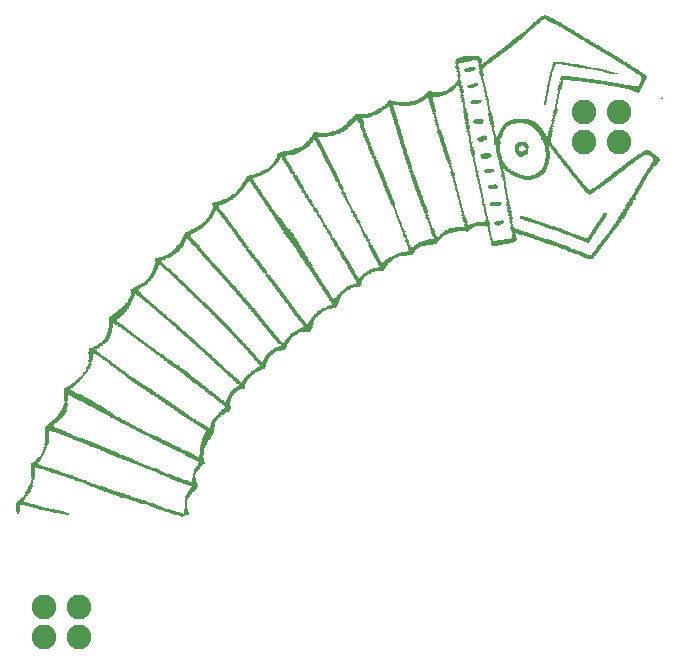
<source format=gbs>
G04 EAGLE Gerber X2 export*
G75*
%MOMM*%
%FSLAX34Y34*%
%LPD*%
%AMOC8*
5,1,8,0,0,1.08239X$1,22.5*%
G01*
%ADD10C,2.082800*%
%ADD11R,0.155734X0.038931*%
%ADD12R,0.272531X0.038934*%
%ADD13R,0.467197X0.038931*%
%ADD14R,0.934394X0.038934*%
%ADD15R,0.194666X0.038934*%
%ADD16R,1.051194X0.038934*%
%ADD17R,0.350397X0.038931*%
%ADD18R,1.206925X0.038931*%
%ADD19R,0.116800X0.038934*%
%ADD20R,0.506131X0.038934*%
%ADD21R,0.778663X0.038934*%
%ADD22R,0.311466X0.038934*%
%ADD23R,0.622931X0.038934*%
%ADD24R,0.233597X0.038931*%
%ADD25R,0.778663X0.038931*%
%ADD26R,0.272531X0.038931*%
%ADD27R,0.233597X0.038934*%
%ADD28R,0.934397X0.038934*%
%ADD29R,0.739731X0.038934*%
%ADD30R,0.973328X0.038931*%
%ADD31R,0.778666X0.038931*%
%ADD32R,1.090131X0.038934*%
%ADD33R,0.778666X0.038934*%
%ADD34R,1.245863X0.038934*%
%ADD35R,1.090131X0.038931*%
%ADD36R,0.700800X0.038931*%
%ADD37R,0.311466X0.038931*%
%ADD38R,1.167997X0.038934*%
%ADD39R,1.012266X0.038934*%
%ADD40R,0.661863X0.038931*%
%ADD41R,0.661863X0.038934*%
%ADD42R,0.233600X0.038934*%
%ADD43R,0.817597X0.038931*%
%ADD44R,0.233600X0.038931*%
%ADD45R,0.700797X0.038934*%
%ADD46R,0.895463X0.038934*%
%ADD47R,0.895463X0.038931*%
%ADD48R,0.700797X0.038931*%
%ADD49R,1.557328X0.038934*%
%ADD50R,0.739728X0.038934*%
%ADD51R,1.284797X0.038931*%
%ADD52R,0.739728X0.038931*%
%ADD53R,1.129063X0.038934*%
%ADD54R,0.856528X0.038934*%
%ADD55R,1.051197X0.038934*%
%ADD56R,0.817600X0.038934*%
%ADD57R,0.817600X0.038931*%
%ADD58R,0.817594X0.038934*%
%ADD59R,0.194666X0.038931*%
%ADD60R,0.428266X0.038934*%
%ADD61R,0.856531X0.038934*%
%ADD62R,0.311463X0.038934*%
%ADD63R,0.856531X0.038931*%
%ADD64R,0.272534X0.038934*%
%ADD65R,0.116800X0.038931*%
%ADD66R,0.895459X0.038931*%
%ADD67R,1.090128X0.038934*%
%ADD68R,1.012263X0.038934*%
%ADD69R,1.012266X0.038931*%
%ADD70R,0.973331X0.038934*%
%ADD71R,0.934397X0.038931*%
%ADD72R,0.350397X0.038934*%
%ADD73R,0.389331X0.038934*%
%ADD74R,0.311469X0.038931*%
%ADD75R,0.389334X0.038931*%
%ADD76R,0.428269X0.038934*%
%ADD77R,0.467200X0.038931*%
%ADD78R,0.311469X0.038934*%
%ADD79R,0.467200X0.038934*%
%ADD80R,0.350403X0.038931*%
%ADD81R,0.856528X0.038931*%
%ADD82R,0.350400X0.038934*%
%ADD83R,0.817597X0.038934*%
%ADD84R,0.506134X0.038934*%
%ADD85R,0.506134X0.038931*%
%ADD86R,0.545066X0.038934*%
%ADD87R,0.350400X0.038931*%
%ADD88R,0.545066X0.038931*%
%ADD89R,0.895466X0.038934*%
%ADD90R,0.584000X0.038934*%
%ADD91R,0.545069X0.038934*%
%ADD92R,0.545069X0.038931*%
%ADD93R,0.973331X0.038931*%
%ADD94R,0.467197X0.038934*%
%ADD95R,0.583997X0.038934*%
%ADD96R,0.583994X0.038931*%
%ADD97R,1.245863X0.038931*%
%ADD98R,0.545063X0.038931*%
%ADD99R,0.389334X0.038934*%
%ADD100R,0.661866X0.038934*%
%ADD101R,0.661866X0.038931*%
%ADD102R,0.272534X0.038931*%
%ADD103R,0.700794X0.038931*%
%ADD104R,0.700800X0.038934*%
%ADD105R,0.622928X0.038931*%
%ADD106R,0.583997X0.038931*%
%ADD107R,0.739731X0.038931*%
%ADD108R,0.622928X0.038934*%
%ADD109R,0.584000X0.038931*%
%ADD110R,0.506128X0.038934*%
%ADD111R,0.506128X0.038931*%
%ADD112R,0.428263X0.038931*%
%ADD113R,0.389331X0.038931*%
%ADD114R,0.428266X0.038931*%
%ADD115R,0.545063X0.038934*%
%ADD116R,0.817594X0.038931*%
%ADD117R,1.051197X0.038931*%
%ADD118R,0.739734X0.038931*%
%ADD119R,0.700794X0.038934*%
%ADD120R,0.311463X0.038931*%
%ADD121R,0.622934X0.038934*%
%ADD122R,0.622931X0.038931*%
%ADD123R,0.428263X0.038934*%
%ADD124R,0.506131X0.038931*%
%ADD125R,1.479459X0.038934*%
%ADD126R,1.362663X0.038931*%
%ADD127R,1.284794X0.038934*%
%ADD128R,1.167997X0.038931*%
%ADD129R,0.622934X0.038931*%
%ADD130R,0.350403X0.038934*%
%ADD131R,0.389328X0.038931*%
%ADD132R,0.895459X0.038934*%
%ADD133R,0.934394X0.038931*%
%ADD134R,0.973328X0.038934*%
%ADD135R,0.973325X0.038934*%
%ADD136R,1.012263X0.038931*%
%ADD137R,1.401597X0.038934*%
%ADD138R,1.323728X0.038931*%
%ADD139R,1.206931X0.038934*%
%ADD140R,0.583994X0.038934*%
%ADD141R,0.428269X0.038931*%
%ADD142R,1.051194X0.038931*%
%ADD143R,0.389328X0.038934*%
%ADD144R,0.233603X0.038931*%
%ADD145R,1.129063X0.038931*%
%ADD146R,0.895466X0.038931*%
%ADD147R,1.206928X0.038934*%
%ADD148R,1.362663X0.038934*%
%ADD149R,1.323728X0.038934*%
%ADD150R,1.557325X0.038934*%
%ADD151R,1.518394X0.038931*%
%ADD152R,1.440528X0.038931*%
%ADD153R,1.518394X0.038934*%
%ADD154R,1.674128X0.038934*%
%ADD155R,0.038934X0.038934*%
%ADD156R,1.401594X0.038931*%
%ADD157R,1.868794X0.038931*%
%ADD158R,0.155731X0.038931*%
%ADD159R,2.024522X0.038934*%
%ADD160R,2.102391X0.038934*%
%ADD161R,1.596263X0.038931*%
%ADD162R,0.194663X0.038934*%
%ADD163R,0.233603X0.038934*%
%ADD164R,1.012259X0.038934*%
%ADD165R,0.934400X0.038934*%
%ADD166R,0.194669X0.038934*%
%ADD167R,1.907728X0.038931*%
%ADD168R,1.907725X0.038934*%
%ADD169R,1.868791X0.038934*%
%ADD170R,1.829859X0.038931*%
%ADD171R,1.751991X0.038934*%
%ADD172R,1.635191X0.038931*%
%ADD173R,1.674125X0.038931*%
%ADD174R,1.635194X0.038934*%
%ADD175R,0.739734X0.038934*%
%ADD176R,0.778659X0.038934*%
%ADD177R,0.077866X0.038934*%
%ADD178R,0.155731X0.038934*%
%ADD179R,1.245859X0.038934*%
%ADD180R,1.674125X0.038934*%
%ADD181R,1.829859X0.038934*%
%ADD182R,2.024525X0.038931*%
%ADD183R,0.194669X0.038931*%
%ADD184R,1.284797X0.038934*%
%ADD185R,1.129059X0.038931*%
%ADD186R,1.440528X0.038934*%
%ADD187R,1.479463X0.038934*%
%ADD188R,1.401594X0.038934*%
%ADD189R,1.323725X0.038931*%
%ADD190R,1.674122X0.038934*%
%ADD191R,1.790928X0.038934*%
%ADD192R,1.946659X0.038934*%
%ADD193R,2.063456X0.038931*%
%ADD194R,2.335991X0.038934*%
%ADD195R,2.219191X0.038931*%
%ADD196R,1.635194X0.038931*%
%ADD197R,1.090128X0.038931*%
%ADD198R,2.374925X0.038934*%
%ADD199R,2.569587X0.038934*%
%ADD200R,0.155734X0.038934*%
%ADD201R,2.608522X0.038931*%
%ADD202R,2.608522X0.038934*%
%ADD203R,2.647453X0.038934*%
%ADD204R,2.686387X0.038931*%
%ADD205R,0.116803X0.038934*%
%ADD206R,0.077869X0.038931*%
%ADD207R,1.596259X0.038934*%
%ADD208R,1.713059X0.038931*%
%ADD209R,1.790928X0.038931*%
%ADD210R,1.635191X0.038934*%
%ADD211R,1.829856X0.038931*%
%ADD212R,1.713056X0.038934*%
%ADD213R,1.557328X0.038931*%
%ADD214R,1.479463X0.038931*%
%ADD215R,1.713059X0.038934*%
%ADD216R,1.790925X0.038934*%
%ADD217R,1.790925X0.038931*%
%ADD218R,2.219191X0.038934*%
%ADD219R,2.919991X0.038931*%
%ADD220R,2.647456X0.038934*%
%ADD221R,2.452787X0.038931*%
%ADD222R,2.180256X0.038934*%
%ADD223R,1.129066X0.038934*%
%ADD224R,0.934400X0.038931*%
%ADD225R,1.167994X0.038931*%
%ADD226R,1.362659X0.038934*%
%ADD227R,1.985591X0.038934*%
%ADD228R,1.479459X0.038931*%
%ADD229R,1.323731X0.038934*%


D10*
X493522Y444500D03*
X522478Y444500D03*
X493522Y469900D03*
X522478Y469900D03*
X36322Y25400D03*
X65278Y25400D03*
X36322Y50800D03*
X65278Y50800D03*
D11*
X153054Y127000D03*
D12*
X152859Y127389D03*
D13*
X152665Y127779D03*
D14*
X153443Y128168D03*
D15*
X56305Y128557D03*
D16*
X152859Y128557D03*
D17*
X55526Y128947D03*
D18*
X152081Y128947D03*
D19*
X14257Y129336D03*
D20*
X54748Y129336D03*
D21*
X149161Y129336D03*
D22*
X156558Y129336D03*
D15*
X13868Y129725D03*
D23*
X52607Y129725D03*
D21*
X147993Y129725D03*
D12*
X156753Y129725D03*
D24*
X13673Y130115D03*
D25*
X50660Y130115D03*
X147214Y130115D03*
D26*
X156753Y130115D03*
D27*
X13673Y130504D03*
D28*
X49103Y130504D03*
D29*
X145462Y130504D03*
D22*
X156558Y130504D03*
D26*
X13868Y130893D03*
D30*
X48129Y130893D03*
D31*
X143710Y130893D03*
D17*
X156363Y130893D03*
D12*
X13868Y131283D03*
D32*
X46377Y131283D03*
D33*
X142542Y131283D03*
D22*
X156169Y131283D03*
D12*
X13868Y131672D03*
D34*
X44041Y131672D03*
D29*
X141569Y131672D03*
D22*
X156169Y131672D03*
D26*
X13868Y132061D03*
D35*
X41705Y132061D03*
D36*
X140595Y132061D03*
D37*
X156169Y132061D03*
D12*
X13868Y132451D03*
D38*
X39369Y132451D03*
D29*
X139622Y132451D03*
D22*
X156169Y132451D03*
D12*
X13868Y132840D03*
D39*
X38201Y132840D03*
D33*
X138649Y132840D03*
D12*
X155974Y132840D03*
D26*
X13868Y133229D03*
D30*
X36839Y133229D03*
D40*
X136507Y133229D03*
D26*
X155974Y133229D03*
D12*
X13868Y133619D03*
D14*
X35476Y133619D03*
D41*
X135339Y133619D03*
D42*
X156169Y133619D03*
D26*
X13868Y134008D03*
D43*
X34113Y134008D03*
D40*
X134561Y134008D03*
D44*
X156169Y134008D03*
D12*
X14257Y134397D03*
D29*
X32945Y134397D03*
D45*
X133587Y134397D03*
D42*
X156169Y134397D03*
D12*
X14257Y134787D03*
D46*
X30609Y134787D03*
D41*
X132614Y134787D03*
D42*
X156169Y134787D03*
D26*
X14257Y135176D03*
D47*
X29052Y135176D03*
D48*
X131641Y135176D03*
D44*
X156169Y135176D03*
D12*
X14257Y135565D03*
D46*
X27884Y135565D03*
D45*
X130084Y135565D03*
D42*
X156169Y135565D03*
D26*
X14257Y135955D03*
D47*
X26716Y135955D03*
D48*
X128916Y135955D03*
D44*
X156169Y135955D03*
D12*
X14257Y136344D03*
D28*
X24964Y136344D03*
D29*
X127942Y136344D03*
D15*
X155974Y136344D03*
D49*
X20681Y136733D03*
D50*
X127164Y136733D03*
D15*
X155974Y136733D03*
D51*
X19319Y137123D03*
D52*
X126385Y137123D03*
D44*
X156169Y137123D03*
D53*
X18540Y137512D03*
D54*
X124633Y137512D03*
D42*
X156169Y137512D03*
D55*
X18151Y137901D03*
D56*
X122881Y137901D03*
D42*
X156169Y137901D03*
D30*
X17761Y138291D03*
D57*
X121713Y138291D03*
D44*
X156169Y138291D03*
D58*
X17372Y138680D03*
D33*
X120740Y138680D03*
D42*
X156169Y138680D03*
D40*
X16593Y139069D03*
D57*
X119766Y139069D03*
D59*
X156363Y139069D03*
D20*
X15815Y139459D03*
D56*
X118988Y139459D03*
D15*
X156363Y139459D03*
D60*
X16204Y139848D03*
D61*
X118014Y139848D03*
D15*
X156363Y139848D03*
D17*
X16983Y140237D03*
D30*
X116652Y140237D03*
D59*
X156363Y140237D03*
D22*
X17177Y140627D03*
D58*
X114705Y140627D03*
D42*
X156558Y140627D03*
D37*
X17567Y141016D03*
D25*
X113732Y141016D03*
D44*
X156558Y141016D03*
D62*
X17956Y141405D03*
D21*
X112564Y141405D03*
D15*
X156753Y141405D03*
D22*
X18345Y141795D03*
D58*
X111590Y141795D03*
D27*
X156947Y141795D03*
D26*
X18540Y142184D03*
D63*
X110228Y142184D03*
D24*
X156947Y142184D03*
D64*
X18929Y142573D03*
D61*
X108281Y142573D03*
D12*
X157142Y142573D03*
D44*
X19124Y142963D03*
D65*
X101078Y142963D03*
D66*
X107308Y142963D03*
D26*
X157531Y142963D03*
D27*
X19513Y143352D03*
D67*
X105556Y143352D03*
D12*
X157531Y143352D03*
D42*
X19903Y143741D03*
D68*
X104777Y143741D03*
D12*
X157531Y143741D03*
D24*
X20292Y144131D03*
D69*
X104388Y144131D03*
D26*
X157921Y144131D03*
D12*
X20487Y144520D03*
D39*
X103609Y144520D03*
D22*
X158115Y144520D03*
D42*
X20681Y144909D03*
D70*
X101857Y144909D03*
D22*
X158115Y144909D03*
D44*
X20681Y145299D03*
D71*
X100494Y145299D03*
D37*
X158505Y145299D03*
D42*
X21071Y145688D03*
D28*
X99326Y145688D03*
D22*
X158894Y145688D03*
D26*
X21265Y146077D03*
D71*
X98548Y146077D03*
D17*
X159089Y146077D03*
D64*
X21655Y146467D03*
D28*
X97380Y146467D03*
D72*
X159478Y146467D03*
D22*
X21849Y146856D03*
D46*
X96017Y146856D03*
D73*
X159673Y146856D03*
D74*
X22239Y147245D03*
D47*
X94460Y147245D03*
D75*
X160062Y147245D03*
D64*
X22433Y147635D03*
D46*
X93292Y147635D03*
D76*
X160257Y147635D03*
D22*
X22628Y148024D03*
D28*
X92318Y148024D03*
D60*
X160646Y148024D03*
D74*
X23017Y148413D03*
D71*
X91540Y148413D03*
D77*
X160841Y148413D03*
D78*
X23017Y148803D03*
D54*
X90372Y148803D03*
D79*
X161230Y148803D03*
D80*
X23212Y149192D03*
D81*
X89593Y149192D03*
D77*
X161619Y149192D03*
D82*
X23601Y149581D03*
D83*
X88230Y149581D03*
D84*
X161814Y149581D03*
D82*
X23601Y149971D03*
D58*
X86673Y149971D03*
D20*
X162203Y149971D03*
D37*
X23796Y150360D03*
D43*
X85894Y150360D03*
D85*
X162593Y150360D03*
D73*
X24185Y150749D03*
D56*
X85116Y150749D03*
D86*
X162787Y150749D03*
D87*
X24380Y151139D03*
D47*
X84337Y151139D03*
D88*
X163177Y151139D03*
D62*
X24575Y151528D03*
D89*
X83558Y151528D03*
D90*
X163371Y151528D03*
D62*
X24575Y151917D03*
D61*
X82196Y151917D03*
D91*
X163566Y151917D03*
D26*
X24769Y152307D03*
D31*
X80638Y152307D03*
D92*
X163566Y152307D03*
D12*
X24769Y152696D03*
D29*
X79276Y152696D03*
D91*
X163566Y152696D03*
D26*
X25159Y153085D03*
D52*
X78497Y153085D03*
D88*
X163177Y153085D03*
D12*
X25159Y153475D03*
D41*
X77718Y153475D03*
D29*
X162203Y153475D03*
D42*
X25353Y153864D03*
D41*
X76940Y153864D03*
D61*
X161619Y153864D03*
D44*
X25353Y154253D03*
D13*
X75188Y154253D03*
D93*
X161035Y154253D03*
D42*
X25353Y154643D03*
D94*
X74020Y154643D03*
D55*
X160646Y154643D03*
D42*
X25743Y155032D03*
D95*
X73046Y155032D03*
D53*
X159867Y155032D03*
D44*
X25743Y155421D03*
D96*
X72268Y155421D03*
D97*
X159283Y155421D03*
D42*
X25743Y155811D03*
D86*
X71294Y155811D03*
D54*
X156169Y155811D03*
D79*
X163177Y155811D03*
D59*
X25937Y156200D03*
D98*
X70126Y156200D03*
D47*
X154806Y156200D03*
D75*
X163177Y156200D03*
D27*
X26132Y156589D03*
D50*
X69153Y156589D03*
D28*
X153833Y156589D03*
D99*
X163177Y156589D03*
D27*
X26132Y156979D03*
D41*
X67985Y156979D03*
D28*
X153054Y156979D03*
D82*
X162982Y156979D03*
D24*
X26132Y157368D03*
D52*
X67206Y157368D03*
D47*
X152081Y157368D03*
D37*
X163177Y157368D03*
D15*
X26327Y157757D03*
D100*
X66038Y157757D03*
D54*
X151107Y157757D03*
D64*
X162982Y157757D03*
D44*
X26521Y158147D03*
D101*
X65260Y158147D03*
D81*
X149939Y158147D03*
D102*
X162982Y158147D03*
D42*
X26521Y158536D03*
D90*
X64092Y158536D03*
D21*
X148771Y158536D03*
D64*
X162982Y158536D03*
D42*
X26521Y158925D03*
D23*
X62729Y158925D03*
D83*
X147798Y158925D03*
D64*
X162982Y158925D03*
D26*
X26716Y159315D03*
D48*
X61172Y159315D03*
D25*
X146825Y159315D03*
D44*
X162787Y159315D03*
D27*
X26911Y159704D03*
D45*
X60393Y159704D03*
D58*
X146241Y159704D03*
D42*
X162787Y159704D03*
D27*
X26911Y160093D03*
D45*
X59225Y160093D03*
D29*
X145073Y160093D03*
D42*
X162787Y160093D03*
D26*
X27105Y160483D03*
D103*
X58446Y160483D03*
D101*
X143515Y160483D03*
D44*
X162787Y160483D03*
D12*
X27105Y160872D03*
D50*
X57473Y160872D03*
D104*
X142542Y160872D03*
D15*
X162982Y160872D03*
D26*
X27105Y161261D03*
D25*
X56110Y161261D03*
D48*
X141763Y161261D03*
D59*
X162982Y161261D03*
D12*
X27105Y161651D03*
D21*
X54553Y161651D03*
D100*
X140790Y161651D03*
D15*
X162982Y161651D03*
D12*
X27105Y162040D03*
D50*
X53580Y162040D03*
D45*
X139817Y162040D03*
D15*
X162982Y162040D03*
D26*
X27105Y162429D03*
D25*
X52607Y162429D03*
D105*
X138649Y162429D03*
D44*
X163177Y162429D03*
D12*
X27105Y162819D03*
D50*
X51633Y162819D03*
D23*
X137870Y162819D03*
D42*
X163177Y162819D03*
D26*
X27105Y163208D03*
D52*
X50465Y163208D03*
D106*
X136897Y163208D03*
D59*
X163371Y163208D03*
D12*
X27105Y163597D03*
D50*
X48908Y163597D03*
D95*
X136118Y163597D03*
D27*
X163566Y163597D03*
D12*
X27105Y163987D03*
D58*
X47351Y163987D03*
D95*
X135339Y163987D03*
D15*
X163761Y163987D03*
D26*
X27105Y164376D03*
D63*
X46377Y164376D03*
D98*
X134366Y164376D03*
D44*
X163955Y164376D03*
D12*
X27105Y164765D03*
D61*
X45599Y164765D03*
D95*
X133393Y164765D03*
D42*
X163955Y164765D03*
D26*
X27105Y165155D03*
D43*
X44625Y165155D03*
D106*
X132225Y165155D03*
D24*
X164345Y165155D03*
D12*
X27105Y165544D03*
D61*
X43652Y165544D03*
D95*
X131446Y165544D03*
D12*
X164539Y165544D03*
X27105Y165933D03*
D83*
X42289Y165933D03*
D23*
X130473Y165933D03*
D64*
X164929Y165933D03*
D26*
X27105Y166323D03*
D107*
X40732Y166323D03*
D40*
X129889Y166323D03*
D37*
X165123Y166323D03*
D12*
X27105Y166712D03*
D29*
X39175Y166712D03*
D95*
X128721Y166712D03*
D22*
X165513Y166712D03*
D12*
X27105Y167101D03*
D21*
X38201Y167101D03*
D108*
X128137Y167101D03*
D72*
X165707Y167101D03*
D26*
X27105Y167491D03*
D81*
X37423Y167491D03*
D106*
X126774Y167491D03*
D17*
X166097Y167491D03*
D12*
X27105Y167880D03*
D61*
X36255Y167880D03*
D23*
X125412Y167880D03*
D73*
X166291Y167880D03*
D37*
X26911Y168269D03*
D81*
X35087Y168269D03*
D109*
X124438Y168269D03*
D87*
X166486Y168269D03*
D82*
X27105Y168658D03*
D58*
X33724Y168658D03*
D90*
X123660Y168658D03*
D72*
X166875Y168658D03*
D16*
X30609Y169048D03*
D90*
X122881Y169048D03*
D72*
X166875Y169048D03*
D71*
X30025Y169437D03*
D109*
X121713Y169437D03*
D87*
X167265Y169437D03*
D54*
X29636Y169826D03*
D91*
X120350Y169826D03*
D62*
X167849Y169826D03*
D21*
X29247Y170216D03*
D20*
X119377Y170216D03*
D72*
X168043Y170216D03*
D105*
X28079Y170605D03*
D88*
X118404Y170605D03*
D37*
X168238Y170605D03*
D110*
X27495Y170994D03*
D95*
X117430Y170994D03*
D22*
X168627Y170994D03*
D111*
X27495Y171384D03*
D106*
X116652Y171384D03*
D112*
X169211Y171384D03*
D20*
X27884Y171773D03*
D108*
X115678Y171773D03*
D79*
X169795Y171773D03*
X28468Y172162D03*
D86*
X114510Y172162D03*
D60*
X169990Y172162D03*
D113*
X28857Y172552D03*
D106*
X113537Y172552D03*
D114*
X169990Y172552D03*
D72*
X29441Y172941D03*
D23*
X112953Y172941D03*
D60*
X169601Y172941D03*
D26*
X30220Y173330D03*
D40*
X112369Y173330D03*
D13*
X169406Y173330D03*
D12*
X30609Y173720D03*
D23*
X111396Y173720D03*
D115*
X169017Y173720D03*
D22*
X30804Y174109D03*
D108*
X109838Y174109D03*
D95*
X168433Y174109D03*
D37*
X31193Y174498D03*
D48*
X108670Y174498D03*
D40*
X168043Y174498D03*
D64*
X31388Y174888D03*
D50*
X108086Y174888D03*
X167654Y174888D03*
D26*
X31777Y175277D03*
D116*
X106918Y175277D03*
X167265Y175277D03*
D12*
X32167Y175666D03*
D83*
X106140Y175666D03*
D54*
X167070Y175666D03*
D42*
X32361Y176056D03*
D61*
X105166Y176056D03*
D28*
X166291Y176056D03*
D26*
X32556Y176445D03*
D43*
X104193Y176445D03*
D117*
X165707Y176445D03*
D12*
X32945Y176834D03*
D33*
X102830Y176834D03*
D32*
X165513Y176834D03*
D42*
X33140Y177224D03*
D21*
X102052Y177224D03*
D38*
X165123Y177224D03*
D44*
X33529Y177613D03*
D63*
X101273Y177613D03*
D118*
X162593Y177613D03*
D37*
X169406Y177613D03*
D27*
X33919Y178002D03*
D46*
X100689Y178002D03*
D83*
X161425Y178002D03*
D22*
X169406Y178002D03*
D59*
X34113Y178392D03*
D31*
X99326Y178392D03*
D118*
X160646Y178392D03*
D37*
X169406Y178392D03*
D42*
X34308Y178781D03*
D50*
X97964Y178781D03*
D33*
X160062Y178781D03*
D22*
X169406Y178781D03*
D27*
X34697Y179170D03*
D29*
X97185Y179170D03*
X159478Y179170D03*
D12*
X169601Y179170D03*
D59*
X34892Y179560D03*
D25*
X96601Y179560D03*
D118*
X158699Y179560D03*
D26*
X169601Y179560D03*
D42*
X35087Y179949D03*
D21*
X95433Y179949D03*
D45*
X157726Y179949D03*
D12*
X169601Y179949D03*
D59*
X35281Y180338D03*
D25*
X94654Y180338D03*
D48*
X156947Y180338D03*
D26*
X169601Y180338D03*
D15*
X35281Y180728D03*
D21*
X93876Y180728D03*
D29*
X155974Y180728D03*
D12*
X169601Y180728D03*
D15*
X35671Y181117D03*
D83*
X92902Y181117D03*
D50*
X155195Y181117D03*
D12*
X169601Y181117D03*
D59*
X35671Y181506D03*
D25*
X91540Y181506D03*
D52*
X154417Y181506D03*
D26*
X169601Y181506D03*
D27*
X35865Y181896D03*
D45*
X90761Y181896D03*
D50*
X153638Y181896D03*
D62*
X169795Y181896D03*
D15*
X36060Y182285D03*
D119*
X89982Y182285D03*
D29*
X152859Y182285D03*
D62*
X169795Y182285D03*
D44*
X36255Y182674D03*
D52*
X89009Y182674D03*
D107*
X152081Y182674D03*
D120*
X169795Y182674D03*
D42*
X36255Y183064D03*
D119*
X88036Y183064D03*
D41*
X150913Y183064D03*
D62*
X169795Y183064D03*
D59*
X36449Y183453D03*
D43*
X87841Y183453D03*
D105*
X149939Y183453D03*
D120*
X169795Y183453D03*
D27*
X36644Y183842D03*
D29*
X86673Y183842D03*
D108*
X149161Y183842D03*
D62*
X169795Y183842D03*
D27*
X36644Y184232D03*
D104*
X85700Y184232D03*
D45*
X148771Y184232D03*
D72*
X169990Y184232D03*
D44*
X37033Y184621D03*
D118*
X84726Y184621D03*
D107*
X148187Y184621D03*
D17*
X169990Y184621D03*
D64*
X37228Y185010D03*
D21*
X83753Y185010D03*
D119*
X147603Y185010D03*
D22*
X170185Y185010D03*
D44*
X37423Y185400D03*
D31*
X82974Y185400D03*
D107*
X146241Y185400D03*
D87*
X170379Y185400D03*
D42*
X37423Y185789D03*
D29*
X82001Y185789D03*
D41*
X145462Y185789D03*
D82*
X170379Y185789D03*
D42*
X37423Y186178D03*
D83*
X80833Y186178D03*
D121*
X144878Y186178D03*
D73*
X170574Y186178D03*
D59*
X37617Y186568D03*
D43*
X79665Y186568D03*
D122*
X144099Y186568D03*
D113*
X170574Y186568D03*
D27*
X37812Y186957D03*
D83*
X78886Y186957D03*
D23*
X143321Y186957D03*
D73*
X170574Y186957D03*
D24*
X37812Y187346D03*
D116*
X78108Y187346D03*
D101*
X142347Y187346D03*
D114*
X170769Y187346D03*
D12*
X38007Y187736D03*
D61*
X77524Y187736D03*
D104*
X141374Y187736D03*
D73*
X170963Y187736D03*
D42*
X38201Y188125D03*
D54*
X76356Y188125D03*
D100*
X140401Y188125D03*
D123*
X171158Y188125D03*
D26*
X38396Y188514D03*
D116*
X74993Y188514D03*
D48*
X139817Y188514D03*
D13*
X171353Y188514D03*
D12*
X38396Y188904D03*
D21*
X74020Y188904D03*
D29*
X139233Y188904D03*
D60*
X171547Y188904D03*
D12*
X38396Y189293D03*
D58*
X73046Y189293D03*
D104*
X138649Y189293D03*
D79*
X171742Y189293D03*
D37*
X38591Y189682D03*
D116*
X72268Y189682D03*
D48*
X137870Y189682D03*
D124*
X171937Y189682D03*
D22*
X38591Y190072D03*
D21*
X71684Y190072D03*
D119*
X137091Y190072D03*
D86*
X172131Y190072D03*
D37*
X38591Y190461D03*
D25*
X70126Y190461D03*
D101*
X136118Y190461D03*
D124*
X172326Y190461D03*
D22*
X38591Y190850D03*
D21*
X68958Y190850D03*
D41*
X135339Y190850D03*
D115*
X172521Y190850D03*
D22*
X38591Y191240D03*
D50*
X67985Y191240D03*
D41*
X134561Y191240D03*
D115*
X172521Y191240D03*
D26*
X38785Y191629D03*
D116*
X67206Y191629D03*
D122*
X133977Y191629D03*
D106*
X172715Y191629D03*
D12*
X38785Y192018D03*
D89*
X66428Y192018D03*
D41*
X133004Y192018D03*
D95*
X173105Y192018D03*
D12*
X38785Y192408D03*
D56*
X65260Y192408D03*
D23*
X132030Y192408D03*
D108*
X173299Y192408D03*
D26*
X38785Y192797D03*
D43*
X64481Y192797D03*
D40*
X131446Y192797D03*
X173494Y192797D03*
D12*
X38785Y193186D03*
D29*
X62924Y193186D03*
D41*
X130668Y193186D03*
D23*
X173689Y193186D03*
D26*
X38785Y193576D03*
D107*
X61366Y193576D03*
D40*
X129889Y193576D03*
X173883Y193576D03*
D12*
X38785Y193965D03*
D29*
X60588Y193965D03*
D23*
X129305Y193965D03*
D45*
X174078Y193965D03*
D12*
X38785Y194354D03*
D104*
X59614Y194354D03*
D108*
X128137Y194354D03*
D45*
X174467Y194354D03*
D26*
X38785Y194744D03*
D40*
X58641Y194744D03*
D106*
X127164Y194744D03*
D48*
X174467Y194744D03*
D12*
X38785Y195133D03*
D50*
X57473Y195133D03*
D95*
X126385Y195133D03*
D50*
X174662Y195133D03*
D26*
X38785Y195522D03*
D52*
X56694Y195522D03*
D106*
X125606Y195522D03*
D48*
X174857Y195522D03*
D12*
X38785Y195912D03*
D58*
X55916Y195912D03*
D90*
X124828Y195912D03*
D29*
X175051Y195912D03*
D12*
X38785Y196301D03*
D54*
X55332Y196301D03*
D23*
X124244Y196301D03*
D45*
X175246Y196301D03*
D26*
X38785Y196690D03*
D43*
X54358Y196690D03*
D88*
X123076Y196690D03*
D52*
X175441Y196690D03*
D12*
X38785Y197080D03*
D83*
X53580Y197080D03*
D91*
X122297Y197080D03*
D119*
X175635Y197080D03*
D12*
X38785Y197469D03*
D21*
X52607Y197469D03*
D86*
X121518Y197469D03*
D50*
X175830Y197469D03*
D26*
X38785Y197858D03*
D43*
X51633Y197858D03*
D88*
X120740Y197858D03*
D48*
X176025Y197858D03*
D22*
X38980Y198248D03*
D61*
X50660Y198248D03*
D86*
X119961Y198248D03*
D41*
X176219Y198248D03*
D37*
X38980Y198637D03*
D30*
X49297Y198637D03*
D124*
X119377Y198637D03*
D122*
X176414Y198637D03*
D22*
X38980Y199026D03*
D67*
X47935Y199026D03*
D94*
X118404Y199026D03*
D95*
X176609Y199026D03*
D125*
X44820Y199416D03*
D123*
X117430Y199416D03*
D95*
X176609Y199416D03*
D126*
X44236Y199805D03*
D13*
X116846Y199805D03*
D101*
X176609Y199805D03*
D127*
X43847Y200194D03*
D20*
X116262Y200194D03*
D29*
X176219Y200194D03*
D128*
X43263Y200584D03*
D88*
X115678Y200584D03*
D25*
X176025Y200584D03*
D67*
X42873Y200973D03*
D115*
X114900Y200973D03*
D83*
X175830Y200973D03*
D55*
X42289Y201362D03*
D20*
X113926Y201362D03*
D46*
X175441Y201362D03*
D47*
X41900Y201752D03*
D98*
X113342Y201752D03*
D13*
X172910Y201752D03*
D113*
X177971Y201752D03*
D83*
X41511Y202141D03*
D86*
X112564Y202141D03*
D94*
X172521Y202141D03*
D22*
X178361Y202141D03*
D36*
X41316Y202530D03*
D88*
X111785Y202530D03*
D77*
X171742Y202530D03*
D37*
X178361Y202530D03*
D23*
X41316Y202920D03*
D115*
X111006Y202920D03*
D123*
X171158Y202920D03*
D64*
X178555Y202920D03*
D23*
X41316Y203309D03*
D115*
X110228Y203309D03*
D123*
X170379Y203309D03*
D22*
X178750Y203309D03*
D106*
X41511Y203698D03*
D98*
X109449Y203698D03*
D114*
X169990Y203698D03*
D37*
X178750Y203698D03*
D95*
X41511Y204088D03*
D86*
X108670Y204088D03*
D94*
X169406Y204088D03*
D22*
X178750Y204088D03*
D90*
X41900Y204477D03*
D86*
X107892Y204477D03*
D94*
X168627Y204477D03*
D22*
X178750Y204477D03*
D109*
X42289Y204866D03*
D98*
X107502Y204866D03*
D114*
X168043Y204866D03*
D37*
X178750Y204866D03*
D91*
X42484Y205256D03*
D86*
X106724Y205256D03*
D123*
X167265Y205256D03*
D12*
X178945Y205256D03*
D88*
X42873Y205645D03*
X105945Y205645D03*
D112*
X166486Y205645D03*
D26*
X178945Y205645D03*
D86*
X43263Y206034D03*
D23*
X105166Y206034D03*
D60*
X166097Y206034D03*
D22*
X179139Y206034D03*
D20*
X43847Y206424D03*
D121*
X104388Y206424D03*
D123*
X165318Y206424D03*
D12*
X179334Y206424D03*
D92*
X44431Y206813D03*
D129*
X103609Y206813D03*
D114*
X164929Y206813D03*
D26*
X179334Y206813D03*
D90*
X45015Y207202D03*
D95*
X103025Y207202D03*
D73*
X164345Y207202D03*
D12*
X179723Y207202D03*
D95*
X45404Y207592D03*
D90*
X102246Y207592D03*
D73*
X163566Y207592D03*
D12*
X179723Y207592D03*
D106*
X45793Y207981D03*
D129*
X101662Y207981D03*
D75*
X162787Y207981D03*
D37*
X180307Y207981D03*
D95*
X46183Y208370D03*
D84*
X100300Y208370D03*
D76*
X162203Y208370D03*
D82*
X180502Y208370D03*
D98*
X46767Y208760D03*
D88*
X99716Y208760D03*
D114*
X161814Y208760D03*
D74*
X180697Y208760D03*
D86*
X47156Y209149D03*
D95*
X99132Y209149D03*
D79*
X161230Y209149D03*
D78*
X181086Y209149D03*
D110*
X47740Y209538D03*
D95*
X98353Y209538D03*
D99*
X160451Y209538D03*
D82*
X181281Y209538D03*
D124*
X48129Y209928D03*
D106*
X97574Y209928D03*
D114*
X159478Y209928D03*
D74*
X181865Y209928D03*
D20*
X48519Y210317D03*
D23*
X96990Y210317D03*
D60*
X159089Y210317D03*
D22*
X182254Y210317D03*
D124*
X48908Y210706D03*
D40*
X96017Y210706D03*
D112*
X158699Y210706D03*
D87*
X182449Y210706D03*
D20*
X49297Y211096D03*
D108*
X95433Y211096D03*
D73*
X158115Y211096D03*
D130*
X182838Y211096D03*
D115*
X49492Y211485D03*
D95*
X94849Y211485D03*
D60*
X157531Y211485D03*
D82*
X183227Y211485D03*
D98*
X49881Y211874D03*
D106*
X94070Y211874D03*
D113*
X156947Y211874D03*
X183811Y211874D03*
D86*
X50271Y212264D03*
D95*
X93292Y212264D03*
D60*
X156363Y212264D03*
D73*
X184201Y212264D03*
D26*
X49297Y212653D03*
D59*
X52412Y212653D03*
D98*
X92708Y212653D03*
D114*
X155585Y212653D03*
D113*
X184590Y212653D03*
D64*
X49687Y213042D03*
D15*
X52412Y213042D03*
D95*
X92124Y213042D03*
D60*
X155195Y213042D03*
D73*
X184979Y213042D03*
D20*
X51244Y213432D03*
D95*
X91345Y213432D03*
D123*
X154806Y213432D03*
X185563Y213432D03*
D111*
X51633Y213821D03*
D122*
X90761Y213821D03*
D112*
X154027Y213821D03*
D88*
X186537Y213821D03*
D110*
X51633Y214210D03*
D41*
X90177Y214210D03*
D20*
X153249Y214210D03*
X186731Y214210D03*
X52023Y214600D03*
D41*
X89398Y214600D03*
D94*
X153054Y214600D03*
X186926Y214600D03*
D13*
X52217Y214989D03*
D40*
X88620Y214989D03*
D114*
X152470Y214989D03*
D98*
X187705Y214989D03*
D60*
X52412Y215378D03*
D41*
X88230Y215378D03*
D123*
X152081Y215378D03*
D95*
X188289Y215378D03*
D114*
X52801Y215768D03*
D40*
X87452Y215768D03*
D114*
X151691Y215768D03*
D106*
X188678Y215768D03*
D60*
X52801Y216157D03*
D41*
X86673Y216157D03*
D123*
X150913Y216157D03*
D108*
X189262Y216157D03*
D60*
X52801Y216546D03*
D119*
X86089Y216546D03*
D123*
X150134Y216546D03*
D108*
X189651Y216546D03*
D114*
X52801Y216936D03*
D107*
X85505Y216936D03*
D77*
X149550Y216936D03*
D122*
X190041Y216936D03*
D73*
X52996Y217325D03*
D33*
X84921Y217325D03*
D94*
X149161Y217325D03*
D108*
X190430Y217325D03*
D113*
X53385Y217714D03*
D57*
X84337Y217714D03*
D111*
X148577Y217714D03*
D106*
X191014Y217714D03*
D73*
X53385Y218104D03*
D61*
X83753Y218104D03*
D94*
X147993Y218104D03*
D95*
X191403Y218104D03*
D72*
X53580Y218493D03*
D61*
X83364Y218493D03*
D79*
X147603Y218493D03*
D110*
X191793Y218493D03*
D17*
X53580Y218882D03*
D63*
X82585Y218882D03*
D13*
X146825Y218882D03*
X191987Y218882D03*
D22*
X53774Y219272D03*
D89*
X82001Y219272D03*
D20*
X146241Y219272D03*
D123*
X192182Y219272D03*
D12*
X53969Y219661D03*
D46*
X81222Y219661D03*
D115*
X145657Y219661D03*
D123*
X192182Y219661D03*
D26*
X53969Y220050D03*
D63*
X80249Y220050D03*
D88*
X145267Y220050D03*
D112*
X192182Y220050D03*
D22*
X54164Y220440D03*
D89*
X79665Y220440D03*
D90*
X144683Y220440D03*
D73*
X191987Y220440D03*
D26*
X54359Y220829D03*
D93*
X79276Y220829D03*
D109*
X143905Y220829D03*
D124*
X191403Y220829D03*
D12*
X54359Y221218D03*
D28*
X78302Y221218D03*
D91*
X143321Y221218D03*
D86*
X191209Y221218D03*
D12*
X54359Y221608D03*
D61*
X77524Y221608D03*
D86*
X142542Y221608D03*
D115*
X190819Y221608D03*
D26*
X54359Y221997D03*
D47*
X76940Y221997D03*
D88*
X142153Y221997D03*
D105*
X190430Y221997D03*
D12*
X54359Y222386D03*
D46*
X76161Y222386D03*
D90*
X141569Y222386D03*
D41*
X190235Y222386D03*
D44*
X54553Y222776D03*
D47*
X75382Y222776D03*
D109*
X141179Y222776D03*
D52*
X189846Y222776D03*
D42*
X54553Y223165D03*
D46*
X74993Y223165D03*
D90*
X140790Y223165D03*
D21*
X189651Y223165D03*
D42*
X54553Y223554D03*
D46*
X74214Y223554D03*
D90*
X140011Y223554D03*
D60*
X187121Y223554D03*
D72*
X191793Y223554D03*
D44*
X54553Y223944D03*
D47*
X73436Y223944D03*
D109*
X139622Y223944D03*
D131*
X186537Y223944D03*
D37*
X191987Y223944D03*
D42*
X54553Y224333D03*
D132*
X72657Y224333D03*
D95*
X138843Y224333D03*
D73*
X186147Y224333D03*
D22*
X191987Y224333D03*
D44*
X54553Y224722D03*
D133*
X71684Y224722D03*
D106*
X138454Y224722D03*
D112*
X185563Y224722D03*
D37*
X191987Y224722D03*
D42*
X54553Y225112D03*
D134*
X71100Y225112D03*
D95*
X138065Y225112D03*
D73*
X184979Y225112D03*
D12*
X192182Y225112D03*
X54748Y225501D03*
D14*
X70516Y225501D03*
D95*
X137286Y225501D03*
D73*
X184590Y225501D03*
D22*
X192377Y225501D03*
D26*
X54748Y225890D03*
D133*
X69737Y225890D03*
D106*
X136897Y225890D03*
D113*
X184201Y225890D03*
D37*
X192377Y225890D03*
D12*
X54748Y226280D03*
D134*
X69153Y226280D03*
D95*
X136118Y226280D03*
D82*
X183617Y226280D03*
D12*
X192571Y226280D03*
X54748Y226669D03*
D135*
X68374Y226669D03*
D95*
X135729Y226669D03*
D82*
X183227Y226669D03*
D62*
X192766Y226669D03*
D26*
X54748Y227058D03*
D30*
X67596Y227058D03*
D98*
X135145Y227058D03*
D75*
X182643Y227058D03*
D120*
X192766Y227058D03*
D12*
X54748Y227448D03*
D70*
X66817Y227448D03*
D95*
X134561Y227448D03*
D99*
X182254Y227448D03*
D22*
X193155Y227448D03*
D26*
X54748Y227837D03*
D93*
X66038Y227837D03*
D98*
X133977Y227837D03*
D87*
X181670Y227837D03*
D26*
X193350Y227837D03*
D12*
X54748Y228226D03*
D70*
X65260Y228226D03*
D95*
X133393Y228226D03*
D82*
X181281Y228226D03*
D22*
X193545Y228226D03*
D12*
X54748Y228616D03*
D70*
X64481Y228616D03*
D95*
X132614Y228616D03*
D99*
X180697Y228616D03*
D64*
X193739Y228616D03*
D37*
X54942Y229005D03*
D136*
X63897Y229005D03*
D98*
X132030Y229005D03*
D75*
X180307Y229005D03*
D26*
X194129Y229005D03*
D22*
X54942Y229394D03*
D39*
X63118Y229394D03*
D95*
X131446Y229394D03*
D73*
X179529Y229394D03*
D12*
X194129Y229394D03*
D137*
X60393Y229784D03*
D86*
X130862Y229784D03*
D123*
X178945Y229784D03*
D22*
X194323Y229784D03*
D138*
X60004Y230173D03*
D106*
X130278Y230173D03*
D114*
X178555Y230173D03*
D17*
X194518Y230173D03*
D139*
X59420Y230562D03*
D95*
X129500Y230562D03*
D123*
X178166Y230562D03*
D72*
X194907Y230562D03*
D35*
X58836Y230952D03*
D106*
X128721Y230952D03*
D114*
X177777Y230952D03*
D87*
X195297Y230952D03*
D70*
X58252Y231341D03*
D95*
X128332Y231341D03*
D60*
X177387Y231341D03*
D73*
X195491Y231341D03*
D46*
X57862Y231730D03*
D140*
X127942Y231730D03*
D123*
X176998Y231730D03*
D73*
X195881Y231730D03*
D43*
X57473Y232120D03*
D98*
X127358Y232120D03*
D112*
X176219Y232120D03*
D114*
X196465Y232120D03*
D21*
X57278Y232509D03*
D95*
X126774Y232509D03*
D60*
X175441Y232509D03*
D79*
X196659Y232509D03*
D48*
X56889Y232898D03*
D98*
X126190Y232898D03*
D112*
X175051Y232898D03*
D13*
X197049Y232898D03*
D41*
X56694Y233288D03*
D115*
X125412Y233288D03*
D73*
X174467Y233288D03*
D94*
X197438Y233288D03*
D86*
X56110Y233677D03*
X125022Y233677D03*
D73*
X174078Y233677D03*
D94*
X197827Y233677D03*
D124*
X55916Y234066D03*
D88*
X124633Y234066D03*
D113*
X173689Y234066D03*
D124*
X198411Y234066D03*
D20*
X55916Y234456D03*
D86*
X123854Y234456D03*
D73*
X173299Y234456D03*
D90*
X199190Y234456D03*
D124*
X55916Y234845D03*
D88*
X123465Y234845D03*
D113*
X172910Y234845D03*
D36*
X200163Y234845D03*
D20*
X56305Y235234D03*
D86*
X122686Y235234D03*
D73*
X172131Y235234D03*
D29*
X201137Y235234D03*
D20*
X56694Y235624D03*
D84*
X122102Y235624D03*
D73*
X171742Y235624D03*
D33*
X201721Y235624D03*
D124*
X57084Y236013D03*
X121713Y236013D03*
D113*
X171353Y236013D03*
D107*
X202305Y236013D03*
D20*
X57862Y236402D03*
X120934Y236402D03*
D60*
X170769Y236402D03*
D100*
X202694Y236402D03*
D60*
X58641Y236792D03*
D91*
X120350Y236792D03*
D123*
X170379Y236792D03*
D23*
X202889Y236792D03*
D113*
X59225Y237181D03*
D88*
X119572Y237181D03*
D114*
X169601Y237181D03*
D129*
X203278Y237181D03*
D73*
X59614Y237570D03*
D110*
X118988Y237570D03*
D123*
X169211Y237570D03*
D86*
X203667Y237570D03*
D113*
X60393Y237960D03*
D88*
X118404Y237960D03*
D114*
X168822Y237960D03*
D85*
X203862Y237960D03*
D73*
X60782Y238349D03*
D86*
X117625Y238349D03*
D72*
X168043Y238349D03*
D84*
X203862Y238349D03*
D82*
X61366Y238738D03*
D115*
X117236Y238738D03*
D73*
X167459Y238738D03*
D95*
X203862Y238738D03*
D80*
X61756Y239128D03*
D124*
X116652Y239128D03*
D112*
X167265Y239128D03*
D122*
X203667Y239128D03*
D22*
X62340Y239517D03*
D20*
X116262Y239517D03*
X166486Y239517D03*
D29*
X203473Y239517D03*
D74*
X62729Y239906D03*
D124*
X115484Y239906D03*
X166097Y239906D03*
D31*
X203278Y239906D03*
D22*
X63118Y240296D03*
D115*
X114900Y240296D03*
D94*
X165513Y240296D03*
D82*
X200747Y240296D03*
D72*
X205419Y240296D03*
D78*
X63508Y240685D03*
D94*
X114510Y240685D03*
X165123Y240685D03*
D82*
X200358Y240685D03*
X205809Y240685D03*
D102*
X64092Y241074D03*
D124*
X113926Y241074D03*
D13*
X164345Y241074D03*
D80*
X199969Y241074D03*
D87*
X205809Y241074D03*
D12*
X64481Y241464D03*
D94*
X113342Y241464D03*
D79*
X163955Y241464D03*
D99*
X199774Y241464D03*
D72*
X206198Y241464D03*
D12*
X64870Y241853D03*
D94*
X112564Y241853D03*
D79*
X163566Y241853D03*
D73*
X199385Y241853D03*
D22*
X206393Y241853D03*
D24*
X65454Y242242D03*
D77*
X112174Y242242D03*
D124*
X162982Y242242D03*
D114*
X198801Y242242D03*
D87*
X206587Y242242D03*
D42*
X65844Y242632D03*
D123*
X111590Y242632D03*
D79*
X162398Y242632D03*
D60*
X198411Y242632D03*
D22*
X206782Y242632D03*
D102*
X66038Y243021D03*
D13*
X111006Y243021D03*
D77*
X162009Y243021D03*
D113*
X197827Y243021D03*
D120*
X207171Y243021D03*
D12*
X66428Y243410D03*
D60*
X110422Y243410D03*
D79*
X161619Y243410D03*
D73*
X197438Y243410D03*
D12*
X207366Y243410D03*
X66817Y243800D03*
D60*
X110033Y243800D03*
D79*
X161230Y243800D03*
D73*
X197049Y243800D03*
D12*
X207755Y243800D03*
D120*
X67012Y244189D03*
D113*
X109449Y244189D03*
D77*
X160451Y244189D03*
D113*
X196659Y244189D03*
D37*
X207950Y244189D03*
D12*
X67206Y244578D03*
D73*
X108670Y244578D03*
D79*
X160062Y244578D03*
D73*
X196270Y244578D03*
D22*
X208339Y244578D03*
D44*
X67790Y244968D03*
D113*
X108281Y244968D03*
D114*
X159478Y244968D03*
D17*
X195686Y244968D03*
D37*
X208729Y244968D03*
D42*
X68180Y245357D03*
D73*
X107892Y245357D03*
D94*
X158894Y245357D03*
D22*
X195102Y245357D03*
D62*
X209118Y245357D03*
D27*
X68569Y245746D03*
D73*
X107502Y245746D03*
D94*
X158505Y245746D03*
D72*
X194518Y245746D03*
D22*
X209507Y245746D03*
D44*
X68958Y246136D03*
D113*
X106724Y246136D03*
D13*
X158115Y246136D03*
D113*
X194323Y246136D03*
D37*
X209897Y246136D03*
D27*
X69348Y246525D03*
D73*
X106334Y246525D03*
D94*
X157726Y246525D03*
D73*
X193934Y246525D03*
D72*
X210091Y246525D03*
D44*
X69737Y246914D03*
D113*
X105945Y246914D03*
D77*
X157337Y246914D03*
D113*
X193545Y246914D03*
X210675Y246914D03*
D15*
X69932Y247303D03*
D73*
X105166Y247303D03*
D94*
X156947Y247303D03*
D123*
X193350Y247303D03*
D73*
X211065Y247303D03*
D27*
X70126Y247693D03*
D73*
X104777Y247693D03*
D94*
X156558Y247693D03*
D73*
X192766Y247693D03*
X211843Y247693D03*
D24*
X70516Y248082D03*
D17*
X104193Y248082D03*
D112*
X155974Y248082D03*
D113*
X192377Y248082D03*
X212622Y248082D03*
D12*
X70710Y248471D03*
D99*
X103609Y248471D03*
D79*
X155390Y248471D03*
D72*
X191793Y248471D03*
D73*
X213011Y248471D03*
D12*
X71100Y248861D03*
D130*
X103025Y248861D03*
D94*
X155001Y248861D03*
D82*
X191403Y248861D03*
D73*
X213401Y248861D03*
D24*
X71294Y249250D03*
D87*
X102636Y249250D03*
D114*
X154417Y249250D03*
D113*
X190819Y249250D03*
D114*
X213984Y249250D03*
D42*
X71684Y249639D03*
D82*
X102246Y249639D03*
D123*
X154027Y249639D03*
D73*
X190430Y249639D03*
D123*
X214374Y249639D03*
D24*
X72073Y250029D03*
D75*
X101662Y250029D03*
D114*
X153638Y250029D03*
D113*
X190041Y250029D03*
D77*
X214958Y250029D03*
D27*
X72073Y250418D03*
D130*
X101078Y250418D03*
D123*
X152859Y250418D03*
D73*
X189651Y250418D03*
D110*
X215931Y250418D03*
D42*
X72462Y250807D03*
D82*
X100300Y250807D03*
D73*
X152275Y250807D03*
X189262Y250807D03*
D86*
X216515Y250807D03*
D44*
X72462Y251197D03*
D17*
X99910Y251197D03*
D114*
X151691Y251197D03*
D113*
X188873Y251197D03*
D98*
X216904Y251197D03*
D42*
X72852Y251586D03*
D72*
X99521Y251586D03*
D60*
X151302Y251586D03*
D72*
X188289Y251586D03*
D115*
X217683Y251586D03*
D42*
X72852Y251975D03*
D72*
X98742Y251975D03*
D73*
X150718Y251975D03*
D72*
X187899Y251975D03*
D95*
X218267Y251975D03*
D26*
X73046Y252365D03*
D87*
X98353Y252365D03*
D112*
X150134Y252365D03*
D37*
X187315Y252365D03*
D101*
X219435Y252365D03*
D27*
X73241Y252754D03*
D72*
X97964Y252754D03*
D73*
X149550Y252754D03*
D62*
X186926Y252754D03*
D23*
X220019Y252754D03*
D26*
X73436Y253143D03*
D87*
X97185Y253143D03*
D112*
X148966Y253143D03*
D37*
X186537Y253143D03*
D109*
X220603Y253143D03*
D42*
X73630Y253533D03*
D73*
X96601Y253533D03*
D94*
X148382Y253533D03*
D72*
X186342Y253533D03*
D86*
X220798Y253533D03*
D12*
X73825Y253922D03*
D73*
X96212Y253922D03*
D60*
X147798Y253922D03*
D72*
X185953Y253922D03*
D79*
X221187Y253922D03*
D24*
X74020Y254311D03*
D17*
X95628Y254311D03*
D114*
X147409Y254311D03*
D87*
X185563Y254311D03*
D85*
X221382Y254311D03*
D27*
X74020Y254701D03*
D82*
X95238Y254701D03*
D60*
X146630Y254701D03*
D72*
X185174Y254701D03*
D84*
X221382Y254701D03*
D44*
X74409Y255090D03*
D17*
X94849Y255090D03*
D112*
X146241Y255090D03*
D113*
X184590Y255090D03*
D92*
X221187Y255090D03*
D42*
X74409Y255479D03*
D73*
X94265Y255479D03*
X145657Y255479D03*
D72*
X184006Y255479D03*
D91*
X221187Y255479D03*
D64*
X74604Y255869D03*
D73*
X93486Y255869D03*
D123*
X145073Y255869D03*
D82*
X183617Y255869D03*
D90*
X220992Y255869D03*
D44*
X74798Y256258D03*
D113*
X93097Y256258D03*
X144489Y256258D03*
D87*
X183227Y256258D03*
D101*
X220992Y256258D03*
D42*
X74798Y256647D03*
D73*
X92708Y256647D03*
D76*
X143905Y256647D03*
D130*
X182838Y256647D03*
D45*
X220798Y256647D03*
D42*
X74798Y257037D03*
D73*
X92318Y257037D03*
X143321Y257037D03*
D82*
X182449Y257037D03*
D72*
X218656Y257037D03*
D22*
X222744Y257037D03*
D44*
X74798Y257426D03*
D17*
X91734Y257426D03*
D141*
X142737Y257426D03*
D87*
X182059Y257426D03*
D37*
X218462Y257426D03*
D87*
X222939Y257426D03*
D12*
X74993Y257815D03*
D82*
X91345Y257815D03*
D60*
X142347Y257815D03*
D82*
X181670Y257815D03*
D22*
X218072Y257815D03*
X223134Y257815D03*
D24*
X75188Y258205D03*
D17*
X90956Y258205D03*
D75*
X141763Y258205D03*
D87*
X181281Y258205D03*
D37*
X217683Y258205D03*
X223134Y258205D03*
D27*
X75188Y258594D03*
D73*
X90372Y258594D03*
D60*
X141179Y258594D03*
D130*
X180891Y258594D03*
D22*
X217294Y258594D03*
D12*
X223328Y258594D03*
X75382Y258983D03*
D72*
X89788Y258983D03*
D76*
X140790Y258983D03*
D82*
X180502Y258983D03*
D62*
X216904Y258983D03*
X223523Y258983D03*
D26*
X75382Y259373D03*
D87*
X89398Y259373D03*
D114*
X140401Y259373D03*
D87*
X180113Y259373D03*
D37*
X216515Y259373D03*
D26*
X223718Y259373D03*
D62*
X75577Y259762D03*
D73*
X88814Y259762D03*
X139817Y259762D03*
D72*
X179723Y259762D03*
D22*
X216126Y259762D03*
D12*
X223718Y259762D03*
D120*
X75577Y260151D03*
D113*
X88036Y260151D03*
X139427Y260151D03*
D17*
X179334Y260151D03*
D37*
X215736Y260151D03*
D26*
X224107Y260151D03*
D62*
X75577Y260541D03*
D73*
X87646Y260541D03*
X138649Y260541D03*
D82*
X178945Y260541D03*
D12*
X215542Y260541D03*
X224107Y260541D03*
D72*
X75772Y260930D03*
X87062Y260930D03*
D73*
X138259Y260930D03*
X178361Y260930D03*
D12*
X215152Y260930D03*
D64*
X224496Y260930D03*
D17*
X75772Y261319D03*
D113*
X86478Y261319D03*
D87*
X137675Y261319D03*
D17*
X177777Y261319D03*
D26*
X214763Y261319D03*
D37*
X224691Y261319D03*
D72*
X75772Y261709D03*
D73*
X85700Y261709D03*
X137091Y261709D03*
D72*
X177387Y261709D03*
D12*
X214374Y261709D03*
D22*
X225080Y261709D03*
D17*
X75772Y262098D03*
X85116Y262098D03*
D113*
X136702Y262098D03*
D87*
X176998Y262098D03*
D37*
X214179Y262098D03*
D17*
X225275Y262098D03*
D73*
X75966Y262487D03*
D72*
X84337Y262487D03*
D73*
X136313Y262487D03*
D22*
X176803Y262487D03*
D64*
X213984Y262487D03*
D72*
X225664Y262487D03*
D73*
X75966Y262877D03*
X83753Y262877D03*
X135923Y262877D03*
D22*
X176414Y262877D03*
D12*
X213595Y262877D03*
D73*
X225859Y262877D03*
D113*
X75966Y263266D03*
D75*
X83364Y263266D03*
D17*
X135339Y263266D03*
D37*
X176025Y263266D03*
D26*
X213206Y263266D03*
D113*
X226248Y263266D03*
D73*
X75966Y263655D03*
D130*
X82780Y263655D03*
D73*
X134755Y263655D03*
D72*
X175441Y263655D03*
D12*
X212817Y263655D03*
D73*
X226638Y263655D03*
X75966Y264045D03*
D82*
X82390Y264045D03*
X133782Y264045D03*
X175051Y264045D03*
D12*
X212427Y264045D03*
D73*
X227027Y264045D03*
D113*
X75966Y264434D03*
X81806Y264434D03*
D17*
X133003Y264434D03*
D37*
X174467Y264434D03*
X212232Y264434D03*
D114*
X227222Y264434D03*
D123*
X76161Y264823D03*
D76*
X81222Y264823D03*
D82*
X132614Y264823D03*
D22*
X174078Y264823D03*
D64*
X212038Y264823D03*
D79*
X227416Y264823D03*
D63*
X78302Y265213D03*
D17*
X132225Y265213D03*
D26*
X173883Y265213D03*
D37*
X211454Y265213D03*
D113*
X228195Y265213D03*
D58*
X78108Y265602D03*
D22*
X131641Y265602D03*
D12*
X173494Y265602D03*
D62*
X211065Y265602D03*
D123*
X228779Y265602D03*
D21*
X77913Y265991D03*
D72*
X131057Y265991D03*
D22*
X172910Y265991D03*
X210675Y265991D03*
D79*
X229363Y265991D03*
D103*
X77524Y266381D03*
D17*
X130278Y266381D03*
D26*
X172326Y266381D03*
X210481Y266381D03*
D13*
X229752Y266381D03*
D41*
X77329Y266770D03*
D82*
X129889Y266770D03*
D12*
X171937Y266770D03*
D64*
X210091Y266770D03*
D110*
X230336Y266770D03*
D105*
X77134Y267159D03*
D120*
X129305Y267159D03*
D26*
X171547Y267159D03*
X209702Y267159D03*
D106*
X231115Y267159D03*
D95*
X76940Y267549D03*
D72*
X128721Y267549D03*
D82*
X171158Y267549D03*
D12*
X209313Y267549D03*
D21*
X232867Y267549D03*
D115*
X76745Y267938D03*
D72*
X128332Y267938D03*
X170769Y267938D03*
D62*
X209118Y267938D03*
D67*
X234814Y267938D03*
D98*
X76745Y268327D03*
D87*
X127942Y268327D03*
D37*
X170185Y268327D03*
X208729Y268327D03*
D142*
X235398Y268327D03*
D95*
X76940Y268717D03*
D72*
X127553Y268717D03*
D62*
X169795Y268717D03*
D12*
X208534Y268717D03*
D134*
X235787Y268717D03*
D86*
X77913Y269106D03*
D143*
X126969Y269106D03*
D22*
X169406Y269106D03*
D64*
X208145Y269106D03*
D132*
X236176Y269106D03*
D124*
X78886Y269495D03*
D17*
X126385Y269495D03*
D37*
X169017Y269495D03*
D26*
X207755Y269495D03*
D47*
X236566Y269495D03*
D94*
X79860Y269885D03*
D82*
X125996Y269885D03*
X168433Y269885D03*
D12*
X207366Y269885D03*
D83*
X236955Y269885D03*
D77*
X80638Y270274D03*
D113*
X125412Y270274D03*
D17*
X168043Y270274D03*
D26*
X206977Y270274D03*
D48*
X237539Y270274D03*
D76*
X81222Y270663D03*
D72*
X124828Y270663D03*
D22*
X167459Y270663D03*
D12*
X206587Y270663D03*
D23*
X238318Y270663D03*
D73*
X81806Y271053D03*
X124244Y271053D03*
D64*
X166875Y271053D03*
X206198Y271053D03*
D86*
X238707Y271053D03*
D75*
X82585Y271442D03*
X123465Y271442D03*
D37*
X166681Y271442D03*
D44*
X206003Y271442D03*
D124*
X238902Y271442D03*
D76*
X83169Y271831D03*
D99*
X123076Y271831D03*
D82*
X166486Y271831D03*
D27*
X205614Y271831D03*
D86*
X239096Y271831D03*
D113*
X83753Y272221D03*
D37*
X122686Y272221D03*
D120*
X165902Y272221D03*
D26*
X205030Y272221D03*
D109*
X238902Y272221D03*
D73*
X84532Y272610D03*
D78*
X122297Y272610D03*
D22*
X165513Y272610D03*
X204446Y272610D03*
D90*
X238902Y272610D03*
D73*
X84921Y272999D03*
D82*
X121713Y272999D03*
D22*
X165123Y272999D03*
D64*
X204251Y272999D03*
D100*
X238902Y272999D03*
D112*
X85505Y273389D03*
D74*
X121129Y273389D03*
D87*
X164539Y273389D03*
D26*
X203862Y273389D03*
D36*
X238707Y273389D03*
D73*
X86089Y273778D03*
D82*
X120545Y273778D03*
D62*
X163955Y273778D03*
D22*
X203667Y273778D03*
D64*
X236176Y273778D03*
D99*
X240654Y273778D03*
D82*
X86673Y274167D03*
D72*
X120156Y274167D03*
D22*
X163566Y274167D03*
D62*
X203278Y274167D03*
D12*
X235787Y274167D03*
D82*
X240848Y274167D03*
D113*
X87257Y274557D03*
D17*
X119766Y274557D03*
D37*
X163177Y274557D03*
D74*
X202889Y274557D03*
D26*
X235398Y274557D03*
D74*
X241432Y274557D03*
D123*
X87452Y274946D03*
D72*
X118988Y274946D03*
D78*
X162787Y274946D03*
D64*
X202694Y274946D03*
D12*
X235008Y274946D03*
D82*
X241627Y274946D03*
D113*
X87646Y275335D03*
D87*
X118598Y275335D03*
X162203Y275335D03*
D102*
X202305Y275335D03*
D26*
X234619Y275335D03*
D37*
X241822Y275335D03*
D73*
X88036Y275725D03*
D72*
X117820Y275725D03*
D82*
X161814Y275725D03*
D64*
X201915Y275725D03*
D22*
X234424Y275725D03*
D78*
X242211Y275725D03*
D73*
X88425Y276114D03*
D82*
X117430Y276114D03*
X161425Y276114D03*
D64*
X201526Y276114D03*
D22*
X234035Y276114D03*
D78*
X242600Y276114D03*
D113*
X88814Y276503D03*
X116846Y276503D03*
D37*
X161230Y276503D03*
D144*
X201331Y276503D03*
D37*
X233646Y276503D03*
X242990Y276503D03*
D72*
X89009Y276893D03*
D73*
X116457Y276893D03*
D78*
X160841Y276893D03*
D64*
X200747Y276893D03*
D12*
X233451Y276893D03*
D82*
X243184Y276893D03*
D37*
X89204Y277282D03*
D17*
X115873Y277282D03*
D87*
X160257Y277282D03*
D74*
X200163Y277282D03*
D26*
X233062Y277282D03*
D37*
X243379Y277282D03*
D82*
X89398Y277671D03*
X115484Y277671D03*
X159867Y277671D03*
D12*
X199969Y277671D03*
D22*
X232867Y277671D03*
D62*
X243768Y277671D03*
D72*
X89788Y278061D03*
D82*
X114705Y278061D03*
D62*
X159283Y278061D03*
D64*
X199579Y278061D03*
D22*
X232478Y278061D03*
X244158Y278061D03*
D17*
X89788Y278450D03*
D120*
X114121Y278450D03*
D37*
X158894Y278450D03*
X199385Y278450D03*
X232088Y278450D03*
D120*
X244547Y278450D03*
D72*
X90177Y278839D03*
D22*
X113732Y278839D03*
X158505Y278839D03*
X198995Y278839D03*
X231699Y278839D03*
D72*
X244742Y278839D03*
X90177Y279229D03*
D22*
X113342Y279229D03*
D82*
X157921Y279229D03*
D62*
X198606Y279229D03*
X231310Y279229D03*
D82*
X245131Y279229D03*
D87*
X90566Y279618D03*
X112758Y279618D03*
D17*
X157531Y279618D03*
D37*
X198217Y279618D03*
X230920Y279618D03*
D17*
X245520Y279618D03*
D82*
X90566Y280007D03*
D73*
X112174Y280007D03*
D22*
X156947Y280007D03*
X197827Y280007D03*
X230531Y280007D03*
D143*
X246104Y280007D03*
D37*
X90761Y280397D03*
D17*
X111201Y280397D03*
D37*
X156558Y280397D03*
X197438Y280397D03*
D17*
X230336Y280397D03*
X246688Y280397D03*
D72*
X90956Y280786D03*
D82*
X110812Y280786D03*
D22*
X156169Y280786D03*
X197049Y280786D03*
D82*
X229947Y280786D03*
D123*
X247078Y280786D03*
D22*
X91150Y281175D03*
D72*
X110422Y281175D03*
D22*
X155779Y281175D03*
D12*
X196854Y281175D03*
D22*
X229752Y281175D03*
D94*
X247662Y281175D03*
D37*
X91150Y281565D03*
D17*
X110033Y281565D03*
D26*
X155195Y281565D03*
D37*
X196270Y281565D03*
D120*
X229363Y281565D03*
D13*
X248051Y281565D03*
D22*
X91150Y281954D03*
D82*
X109644Y281954D03*
D22*
X154611Y281954D03*
X195881Y281954D03*
D12*
X229168Y281954D03*
D79*
X248440Y281954D03*
D87*
X91345Y282343D03*
D113*
X109060Y282343D03*
D37*
X154222Y282343D03*
X195491Y282343D03*
X228974Y282343D03*
D13*
X249219Y282343D03*
D22*
X91540Y282733D03*
D73*
X108281Y282733D03*
D22*
X153833Y282733D03*
X195102Y282733D03*
X228584Y282733D03*
D20*
X249803Y282733D03*
D22*
X91540Y283122D03*
D73*
X107892Y283122D03*
D72*
X153638Y283122D03*
D62*
X194713Y283122D03*
D22*
X228195Y283122D03*
D86*
X250776Y283122D03*
D37*
X91540Y283511D03*
D17*
X107308Y283511D03*
X153249Y283511D03*
D37*
X194323Y283511D03*
X227806Y283511D03*
D40*
X251750Y283511D03*
D62*
X91929Y283901D03*
D82*
X106918Y283901D03*
X152859Y283901D03*
D12*
X194129Y283901D03*
D62*
X227416Y283901D03*
D34*
X255448Y283901D03*
D120*
X91929Y284290D03*
D17*
X106529Y284290D03*
D37*
X152275Y284290D03*
D102*
X193739Y284290D03*
D37*
X227027Y284290D03*
D128*
X255838Y284290D03*
D62*
X91929Y284679D03*
D73*
X105945Y284679D03*
D62*
X151497Y284679D03*
D12*
X193350Y284679D03*
D22*
X226638Y284679D03*
D53*
X256032Y284679D03*
D12*
X92124Y285069D03*
D72*
X105361Y285069D03*
D22*
X151107Y285069D03*
X193155Y285069D03*
X226638Y285069D03*
D32*
X256616Y285069D03*
D26*
X92124Y285458D03*
D113*
X104777Y285458D03*
D37*
X150718Y285458D03*
D120*
X192766Y285458D03*
D102*
X226443Y285458D03*
D69*
X257006Y285458D03*
D22*
X92318Y285847D03*
D73*
X104388Y285847D03*
D22*
X150329Y285847D03*
D12*
X192571Y285847D03*
X226054Y285847D03*
D134*
X257590Y285847D03*
D22*
X92318Y286237D03*
D73*
X103998Y286237D03*
D22*
X149939Y286237D03*
D12*
X192182Y286237D03*
D62*
X225470Y286237D03*
D28*
X258174Y286237D03*
D26*
X92513Y286626D03*
D75*
X103609Y286626D03*
D120*
X149550Y286626D03*
D102*
X191793Y286626D03*
D17*
X225275Y286626D03*
D63*
X258952Y286626D03*
D12*
X92513Y287015D03*
D130*
X103025Y287015D03*
D22*
X149161Y287015D03*
X191209Y287015D03*
D82*
X224886Y287015D03*
D33*
X259342Y287015D03*
D26*
X92513Y287405D03*
D113*
X102052Y287405D03*
D37*
X148771Y287405D03*
D120*
X190819Y287405D03*
D37*
X224691Y287405D03*
D118*
X259536Y287405D03*
D12*
X92513Y287794D03*
D76*
X101468Y287794D03*
D22*
X148382Y287794D03*
X190430Y287794D03*
X224302Y287794D03*
D104*
X259731Y287794D03*
D12*
X92513Y288183D03*
D60*
X101078Y288183D03*
D22*
X147993Y288183D03*
D12*
X190235Y288183D03*
X224107Y288183D03*
D33*
X259731Y288183D03*
D26*
X92513Y288573D03*
D75*
X100494Y288573D03*
D120*
X147603Y288573D03*
D102*
X189846Y288573D03*
D26*
X223718Y288573D03*
D43*
X259536Y288573D03*
D12*
X92513Y288962D03*
D73*
X100105Y288962D03*
D22*
X147214Y288962D03*
D12*
X189457Y288962D03*
D62*
X223523Y288962D03*
D83*
X259536Y288962D03*
D37*
X92708Y289351D03*
D13*
X99326Y289351D03*
D37*
X146825Y289351D03*
D26*
X189067Y289351D03*
D37*
X223134Y289351D03*
D63*
X259342Y289351D03*
D22*
X92708Y289741D03*
D60*
X98742Y289741D03*
D22*
X146435Y289741D03*
D12*
X188678Y289741D03*
D22*
X222744Y289741D03*
D82*
X256811Y289741D03*
D60*
X261483Y289741D03*
D22*
X92708Y290130D03*
D60*
X97964Y290130D03*
D22*
X146046Y290130D03*
D12*
X188289Y290130D03*
D78*
X222355Y290130D03*
D72*
X256422Y290130D03*
D76*
X261872Y290130D03*
D37*
X92708Y290519D03*
D114*
X97574Y290519D03*
D37*
X145267Y290519D03*
D26*
X187899Y290519D03*
D74*
X221966Y290519D03*
D17*
X256032Y290519D03*
D75*
X262067Y290519D03*
D21*
X95044Y290909D03*
D22*
X144878Y290909D03*
D12*
X187510Y290909D03*
D64*
X221771Y290909D03*
D82*
X255643Y290909D03*
X262262Y290909D03*
D50*
X94849Y291298D03*
D22*
X144489Y291298D03*
D62*
X186926Y291298D03*
D22*
X221576Y291298D03*
D72*
X255254Y291298D03*
D82*
X262262Y291298D03*
D48*
X94654Y291687D03*
D17*
X143905Y291687D03*
D37*
X186537Y291687D03*
D74*
X221187Y291687D03*
D37*
X255059Y291687D03*
D74*
X262456Y291687D03*
D45*
X94265Y292077D03*
D82*
X143515Y292077D03*
D62*
X186147Y292077D03*
D82*
X220992Y292077D03*
D22*
X254670Y292077D03*
D82*
X262651Y292077D03*
D40*
X94070Y292466D03*
D87*
X143126Y292466D03*
D37*
X185758Y292466D03*
D87*
X220603Y292466D03*
D120*
X254280Y292466D03*
X262846Y292466D03*
D41*
X94070Y292855D03*
D82*
X142737Y292855D03*
D12*
X185563Y292855D03*
D78*
X220019Y292855D03*
D22*
X253891Y292855D03*
D12*
X263040Y292855D03*
D41*
X94070Y293245D03*
D130*
X142347Y293245D03*
D64*
X185174Y293245D03*
D22*
X219630Y293245D03*
X253502Y293245D03*
X263235Y293245D03*
D40*
X94070Y293634D03*
D87*
X141569Y293634D03*
D26*
X184785Y293634D03*
X219435Y293634D03*
D17*
X253307Y293634D03*
D26*
X263430Y293634D03*
D45*
X94265Y294023D03*
D82*
X141179Y294023D03*
D12*
X184395Y294023D03*
D22*
X219240Y294023D03*
X253112Y294023D03*
X263624Y294023D03*
D48*
X94654Y294413D03*
D75*
X140595Y294413D03*
D26*
X184006Y294413D03*
D17*
X219046Y294413D03*
D37*
X252723Y294413D03*
X264014Y294413D03*
D21*
X95044Y294802D03*
D72*
X140011Y294802D03*
D12*
X183617Y294802D03*
D72*
X218656Y294802D03*
X252528Y294802D03*
D12*
X264208Y294802D03*
D21*
X95433Y295191D03*
D82*
X139622Y295191D03*
D64*
X183227Y295191D03*
D82*
X218267Y295191D03*
D72*
X252139Y295191D03*
D12*
X264598Y295191D03*
D25*
X95822Y295581D03*
D113*
X139427Y295581D03*
D102*
X182838Y295581D03*
D17*
X217878Y295581D03*
D87*
X251750Y295581D03*
D26*
X264987Y295581D03*
D21*
X96212Y295970D03*
D73*
X138649Y295970D03*
D78*
X182643Y295970D03*
D22*
X217683Y295970D03*
X251555Y295970D03*
D12*
X265376Y295970D03*
D54*
X96990Y296359D03*
D73*
X138259Y296359D03*
D22*
X182254Y296359D03*
D82*
X217488Y296359D03*
D22*
X251166Y296359D03*
X265960Y296359D03*
D43*
X97574Y296749D03*
D113*
X137870Y296749D03*
D74*
X181865Y296749D03*
D17*
X217099Y296749D03*
D87*
X250971Y296749D03*
X266155Y296749D03*
D83*
X97964Y297138D03*
D73*
X137481Y297138D03*
D22*
X181475Y297138D03*
D72*
X216710Y297138D03*
X250582Y297138D03*
X266544Y297138D03*
D43*
X98353Y297527D03*
D114*
X136897Y297527D03*
D80*
X180891Y297527D03*
D87*
X216320Y297527D03*
D17*
X250192Y297527D03*
D120*
X266739Y297527D03*
D56*
X98742Y297917D03*
D73*
X136313Y297917D03*
D82*
X180502Y297917D03*
D73*
X216126Y297917D03*
D82*
X249803Y297917D03*
D22*
X267128Y297917D03*
D56*
X99521Y298306D03*
D82*
X135729Y298306D03*
X180113Y298306D03*
D72*
X215931Y298306D03*
D22*
X249608Y298306D03*
D72*
X267712Y298306D03*
D31*
X99716Y298695D03*
D17*
X135339Y298695D03*
D37*
X179918Y298695D03*
D87*
X215542Y298695D03*
D102*
X249414Y298695D03*
D87*
X268102Y298695D03*
D29*
X100300Y299085D03*
D72*
X134950Y299085D03*
D62*
X179529Y299085D03*
D73*
X215347Y299085D03*
D22*
X249219Y299085D03*
D72*
X268491Y299085D03*
D107*
X100689Y299474D03*
D113*
X134755Y299474D03*
D37*
X179139Y299474D03*
D113*
X214958Y299474D03*
D37*
X248830Y299474D03*
D113*
X269075Y299474D03*
D104*
X100884Y299863D03*
D73*
X134366Y299863D03*
D22*
X178750Y299863D03*
D73*
X214568Y299863D03*
D62*
X248440Y299863D03*
D73*
X269464Y299863D03*
D104*
X101273Y300253D03*
D73*
X133977Y300253D03*
D82*
X178166Y300253D03*
D73*
X214179Y300253D03*
D72*
X248246Y300253D03*
D123*
X270048Y300253D03*
D107*
X101857Y300642D03*
D17*
X133393Y300642D03*
X177777Y300642D03*
D114*
X213984Y300642D03*
D87*
X247856Y300642D03*
D113*
X270632Y300642D03*
D100*
X102246Y301031D03*
D73*
X132809Y301031D03*
D72*
X177387Y301031D03*
D73*
X213790Y301031D03*
D22*
X247662Y301031D03*
D73*
X271022Y301031D03*
D100*
X102636Y301421D03*
D73*
X132420Y301421D03*
D22*
X177193Y301421D03*
D73*
X213401Y301421D03*
D72*
X247467Y301421D03*
D94*
X271800Y301421D03*
D122*
X102830Y301810D03*
D113*
X132030Y301810D03*
D37*
X176803Y301810D03*
D113*
X213011Y301810D03*
D87*
X247078Y301810D03*
D124*
X272774Y301810D03*
D95*
X103025Y302199D03*
D73*
X131641Y302199D03*
D22*
X176414Y302199D03*
D73*
X212622Y302199D03*
D22*
X246883Y302199D03*
D95*
X273552Y302199D03*
D109*
X103414Y302589D03*
D113*
X131252Y302589D03*
D17*
X175830Y302589D03*
D112*
X212427Y302589D03*
D120*
X246494Y302589D03*
D106*
X274331Y302589D03*
D90*
X103804Y302978D03*
D73*
X130862Y302978D03*
X175246Y302978D03*
D60*
X212038Y302978D03*
D72*
X246299Y302978D03*
D41*
X275110Y302978D03*
D121*
X104388Y303367D03*
D73*
X130473Y303367D03*
D82*
X175051Y303367D03*
D123*
X211649Y303367D03*
D22*
X246104Y303367D03*
D119*
X276472Y303367D03*
D88*
X104777Y303757D03*
D113*
X129694Y303757D03*
D17*
X174662Y303757D03*
D113*
X211454Y303757D03*
D120*
X245715Y303757D03*
D118*
X277835Y303757D03*
D115*
X105166Y304146D03*
D73*
X129305Y304146D03*
D82*
X174273Y304146D03*
D73*
X211065Y304146D03*
D22*
X245326Y304146D03*
D83*
X279003Y304146D03*
D98*
X105556Y304535D03*
D131*
X128916Y304535D03*
D17*
X173883Y304535D03*
D87*
X210481Y304535D03*
D37*
X245326Y304535D03*
D31*
X279587Y304535D03*
D20*
X105750Y304925D03*
D73*
X128137Y304925D03*
D72*
X173494Y304925D03*
X210091Y304925D03*
D22*
X244936Y304925D03*
D29*
X280171Y304925D03*
D20*
X106140Y305314D03*
D73*
X127748Y305314D03*
D82*
X173105Y305314D03*
D73*
X209897Y305314D03*
D62*
X244547Y305314D03*
D100*
X280560Y305314D03*
D114*
X106529Y305703D03*
D113*
X127358Y305703D03*
D17*
X172715Y305703D03*
D113*
X209507Y305703D03*
D17*
X244352Y305703D03*
D88*
X281534Y305703D03*
D123*
X106918Y306093D03*
D72*
X127164Y306093D03*
D82*
X172326Y306093D03*
D72*
X209313Y306093D03*
X243963Y306093D03*
D20*
X282118Y306093D03*
D112*
X106918Y306482D03*
D17*
X126774Y306482D03*
X171937Y306482D03*
X208923Y306482D03*
X243963Y306482D03*
D77*
X282312Y306482D03*
D60*
X107308Y306871D03*
D73*
X126190Y306871D03*
D72*
X171547Y306871D03*
D82*
X208534Y306871D03*
D72*
X243574Y306871D03*
D84*
X282507Y306871D03*
D73*
X107502Y307261D03*
X125801Y307261D03*
D82*
X171158Y307261D03*
D72*
X208145Y307261D03*
D82*
X243184Y307261D03*
D84*
X282507Y307261D03*
D113*
X107892Y307650D03*
D87*
X125217Y307650D03*
D113*
X170574Y307650D03*
D87*
X207755Y307650D03*
X242795Y307650D03*
D92*
X282702Y307650D03*
D72*
X108086Y308039D03*
X124828Y308039D03*
D82*
X170379Y308039D03*
D73*
X207561Y308039D03*
D78*
X242600Y308039D03*
D90*
X282507Y308039D03*
D73*
X108281Y308429D03*
D72*
X124438Y308429D03*
D62*
X169795Y308429D03*
D72*
X207366Y308429D03*
D78*
X242211Y308429D03*
D121*
X282312Y308429D03*
D17*
X108476Y308818D03*
D87*
X124049Y308818D03*
X169211Y308818D03*
D17*
X206977Y308818D03*
D74*
X242211Y308818D03*
D101*
X282118Y308818D03*
D22*
X108670Y309207D03*
D99*
X123465Y309207D03*
D72*
X168822Y309207D03*
D82*
X206587Y309207D03*
D22*
X241822Y309207D03*
D45*
X282312Y309207D03*
D37*
X109060Y309597D03*
D87*
X122881Y309597D03*
X168433Y309597D03*
D17*
X206198Y309597D03*
D87*
X241627Y309597D03*
D107*
X282118Y309597D03*
D64*
X109254Y309986D03*
D82*
X122492Y309986D03*
D73*
X167849Y309986D03*
D82*
X205809Y309986D03*
X241238Y309986D03*
D33*
X281923Y309986D03*
D64*
X109254Y310375D03*
D82*
X122102Y310375D03*
D73*
X167459Y310375D03*
X205614Y310375D03*
D22*
X241043Y310375D03*
D56*
X282118Y310375D03*
D26*
X109644Y310765D03*
D141*
X121713Y310765D03*
D113*
X167070Y310765D03*
X205225Y310765D03*
D74*
X240654Y310765D03*
D63*
X281923Y310765D03*
D27*
X109838Y311154D03*
D99*
X121129Y311154D03*
D73*
X166681Y311154D03*
D72*
X205030Y311154D03*
D78*
X240264Y311154D03*
D82*
X279392Y311154D03*
D123*
X284454Y311154D03*
D26*
X110033Y311543D03*
D75*
X120740Y311543D03*
D113*
X166291Y311543D03*
D37*
X204446Y311543D03*
D87*
X240070Y311543D03*
X279003Y311543D03*
D113*
X284648Y311543D03*
D42*
X110228Y311933D03*
D73*
X120350Y311933D03*
X165902Y311933D03*
D22*
X204057Y311933D03*
X239875Y311933D03*
D72*
X278614Y311933D03*
X284843Y311933D03*
D12*
X110422Y312322D03*
D72*
X119766Y312322D03*
D73*
X165513Y312322D03*
D22*
X203667Y312322D03*
X239486Y312322D03*
D72*
X278224Y312322D03*
X285232Y312322D03*
D24*
X110617Y312711D03*
D87*
X119377Y312711D03*
D113*
X165123Y312711D03*
D37*
X203667Y312711D03*
D120*
X239096Y312711D03*
D113*
X278030Y312711D03*
D37*
X285427Y312711D03*
D12*
X110812Y313101D03*
D72*
X118988Y313101D03*
D73*
X164734Y313101D03*
D82*
X203083Y313101D03*
D72*
X238902Y313101D03*
D73*
X277640Y313101D03*
D12*
X285622Y313101D03*
D42*
X111006Y313490D03*
D73*
X118404Y313490D03*
X164345Y313490D03*
D82*
X202694Y313490D03*
X238512Y313490D03*
D73*
X277640Y313490D03*
D22*
X285816Y313490D03*
D44*
X111006Y313879D03*
D113*
X118014Y313879D03*
X163955Y313879D03*
D75*
X202499Y313879D03*
D37*
X238318Y313879D03*
D113*
X277251Y313879D03*
D37*
X286206Y313879D03*
D64*
X111201Y314269D03*
D123*
X117430Y314269D03*
D73*
X163566Y314269D03*
D99*
X202110Y314269D03*
D22*
X237928Y314269D03*
D82*
X277056Y314269D03*
D22*
X286595Y314269D03*
D102*
X111201Y314658D03*
D13*
X116846Y314658D03*
D75*
X163177Y314658D03*
D80*
X201915Y314658D03*
D37*
X237928Y314658D03*
X276862Y314658D03*
D120*
X286984Y314658D03*
D64*
X111201Y315047D03*
D94*
X116457Y315047D03*
D99*
X162787Y315047D03*
D82*
X201526Y315047D03*
D22*
X237539Y315047D03*
D72*
X276667Y315047D03*
D27*
X287374Y315047D03*
D22*
X111396Y315437D03*
D79*
X116068Y315437D03*
D99*
X162398Y315437D03*
D82*
X201137Y315437D03*
D12*
X237344Y315437D03*
D72*
X276278Y315437D03*
D42*
X287763Y315437D03*
D43*
X113926Y315826D03*
D75*
X162009Y315826D03*
X200553Y315826D03*
D120*
X237150Y315826D03*
D37*
X276083Y315826D03*
X288152Y315826D03*
D21*
X113732Y316215D03*
D82*
X161425Y316215D03*
D99*
X200163Y316215D03*
D72*
X236955Y316215D03*
D82*
X275888Y316215D03*
D22*
X288542Y316215D03*
D29*
X113537Y316605D03*
D82*
X161035Y316605D03*
D130*
X199969Y316605D03*
D82*
X236566Y316605D03*
D73*
X275694Y316605D03*
D62*
X288931Y316605D03*
D48*
X113342Y316994D03*
D80*
X160646Y316994D03*
X199969Y316994D03*
D37*
X235982Y316994D03*
D113*
X275304Y316994D03*
D37*
X289320Y316994D03*
D45*
X113342Y317383D03*
D99*
X160451Y317383D03*
D72*
X199579Y317383D03*
D22*
X235592Y317383D03*
D82*
X275110Y317383D03*
D22*
X289710Y317383D03*
D48*
X112953Y317773D03*
D75*
X160062Y317773D03*
D87*
X199190Y317773D03*
D26*
X235398Y317773D03*
D17*
X274720Y317773D03*
D37*
X290099Y317773D03*
D41*
X112758Y318162D03*
D73*
X159673Y318162D03*
D72*
X198801Y318162D03*
D62*
X235203Y318162D03*
X274526Y318162D03*
D72*
X290683Y318162D03*
D41*
X112758Y318551D03*
D72*
X159089Y318551D03*
X198411Y318551D03*
X235008Y318551D03*
D22*
X274136Y318551D03*
D72*
X291072Y318551D03*
D105*
X112564Y318941D03*
D87*
X158699Y318941D03*
X198022Y318941D03*
X234619Y318941D03*
X273942Y318941D03*
D113*
X291656Y318941D03*
D95*
X113148Y319330D03*
D72*
X158310Y319330D03*
D22*
X197827Y319330D03*
X234424Y319330D03*
D72*
X273552Y319330D03*
D79*
X292824Y319330D03*
D106*
X113926Y319719D03*
D113*
X158115Y319719D03*
D17*
X197633Y319719D03*
D37*
X234035Y319719D03*
D87*
X273163Y319719D03*
D13*
X293213Y319719D03*
D86*
X114510Y320109D03*
D73*
X157726Y320109D03*
D82*
X197243Y320109D03*
D22*
X233646Y320109D03*
D82*
X273163Y320109D03*
D94*
X293603Y320109D03*
D115*
X114900Y320498D03*
D73*
X157337Y320498D03*
X196659Y320498D03*
D12*
X233451Y320498D03*
D72*
X272774Y320498D03*
D86*
X294381Y320498D03*
D88*
X115678Y320887D03*
D87*
X156753Y320887D03*
D113*
X196270Y320887D03*
D120*
X233256Y320887D03*
D17*
X272774Y320887D03*
D106*
X294965Y320887D03*
D20*
X116652Y321277D03*
D72*
X156363Y321277D03*
D123*
X196075Y321277D03*
D22*
X232867Y321277D03*
D72*
X272384Y321277D03*
D41*
X296133Y321277D03*
D13*
X117236Y321666D03*
D87*
X155974Y321666D03*
D113*
X195881Y321666D03*
D26*
X232672Y321666D03*
D37*
X272190Y321666D03*
D136*
X298664Y321666D03*
D20*
X117820Y322055D03*
D72*
X155585Y322055D03*
D82*
X195297Y322055D03*
D64*
X232283Y322055D03*
D22*
X271800Y322055D03*
D46*
X299248Y322055D03*
D123*
X118598Y322445D03*
D72*
X155195Y322445D03*
D73*
X195102Y322445D03*
D22*
X232088Y322445D03*
D72*
X271606Y322445D03*
D61*
X299832Y322445D03*
D112*
X119377Y322834D03*
D87*
X154806Y322834D03*
D113*
X194713Y322834D03*
D37*
X231699Y322834D03*
X271411Y322834D03*
D31*
X300221Y322834D03*
D60*
X119766Y323223D03*
D22*
X154222Y323223D03*
D72*
X194518Y323223D03*
D62*
X231310Y323223D03*
D82*
X271216Y323223D03*
D100*
X300805Y323223D03*
D60*
X120545Y323613D03*
D72*
X153638Y323613D03*
D82*
X194129Y323613D03*
D12*
X231115Y323613D03*
D72*
X270827Y323613D03*
D86*
X301779Y323613D03*
D114*
X121324Y324002D03*
D113*
X153443Y324002D03*
X193934Y324002D03*
D26*
X230726Y324002D03*
D17*
X270438Y324002D03*
D141*
X302363Y324002D03*
D76*
X121713Y324391D03*
D73*
X153054Y324391D03*
D82*
X193350Y324391D03*
D22*
X230531Y324391D03*
X270243Y324391D03*
D99*
X302557Y324391D03*
D87*
X122102Y324781D03*
D113*
X152665Y324781D03*
D17*
X192961Y324781D03*
D37*
X230142Y324781D03*
D26*
X270048Y324781D03*
D75*
X302557Y324781D03*
D82*
X122492Y325170D03*
D73*
X152275Y325170D03*
D72*
X192571Y325170D03*
D22*
X229752Y325170D03*
X269854Y325170D03*
D99*
X302557Y325170D03*
D78*
X123076Y325559D03*
D72*
X151691Y325559D03*
D82*
X192182Y325559D03*
D22*
X229752Y325559D03*
X269464Y325559D03*
D79*
X302557Y325559D03*
D87*
X123660Y325949D03*
D17*
X151302Y325949D03*
X191793Y325949D03*
D120*
X229363Y325949D03*
D87*
X269270Y325949D03*
D77*
X302557Y325949D03*
D22*
X123854Y326338D03*
D82*
X150913Y326338D03*
D73*
X191598Y326338D03*
D12*
X229168Y326338D03*
D82*
X269270Y326338D03*
D86*
X302557Y326338D03*
D37*
X124244Y326727D03*
D17*
X150523Y326727D03*
D87*
X191403Y326727D03*
D26*
X228779Y326727D03*
D17*
X268880Y326727D03*
D88*
X302557Y326727D03*
D62*
X124633Y327116D03*
D82*
X150134Y327116D03*
D72*
X191014Y327116D03*
D64*
X228390Y327116D03*
D73*
X268686Y327116D03*
D95*
X302752Y327116D03*
D22*
X125022Y327506D03*
D72*
X149745Y327506D03*
D22*
X190430Y327506D03*
D12*
X228000Y327506D03*
D72*
X268491Y327506D03*
D100*
X302752Y327506D03*
D26*
X125217Y327895D03*
D17*
X149355Y327895D03*
D87*
X190235Y327895D03*
D37*
X227806Y327895D03*
D87*
X268102Y327895D03*
D36*
X302947Y327895D03*
D64*
X125606Y328284D03*
D82*
X148966Y328284D03*
D72*
X189846Y328284D03*
D62*
X227416Y328284D03*
D73*
X267907Y328284D03*
D33*
X302557Y328284D03*
D12*
X125996Y328674D03*
D72*
X148577Y328674D03*
D82*
X189457Y328674D03*
D12*
X227222Y328674D03*
D72*
X267712Y328674D03*
D82*
X300416Y328674D03*
D72*
X305088Y328674D03*
D26*
X126385Y329063D03*
D87*
X148187Y329063D03*
D17*
X189067Y329063D03*
D26*
X226832Y329063D03*
D87*
X267323Y329063D03*
D75*
X300221Y329063D03*
D87*
X305477Y329063D03*
D12*
X126385Y329452D03*
D72*
X147798Y329452D03*
D73*
X188873Y329452D03*
D64*
X226443Y329452D03*
D22*
X267128Y329452D03*
D130*
X300027Y329452D03*
D22*
X305672Y329452D03*
D26*
X126774Y329842D03*
D17*
X147409Y329842D03*
D131*
X188483Y329842D03*
D37*
X226248Y329842D03*
D17*
X266934Y329842D03*
D74*
X299832Y329842D03*
D120*
X306061Y329842D03*
D12*
X127164Y330231D03*
D82*
X147019Y330231D03*
D73*
X188094Y330231D03*
D12*
X226054Y330231D03*
D62*
X266739Y330231D03*
D82*
X299637Y330231D03*
D22*
X306451Y330231D03*
D42*
X127358Y330620D03*
D72*
X146630Y330620D03*
D73*
X187705Y330620D03*
D12*
X225664Y330620D03*
D72*
X266544Y330620D03*
D22*
X299443Y330620D03*
D72*
X307035Y330620D03*
D26*
X127553Y331010D03*
D87*
X146241Y331010D03*
X187510Y331010D03*
D26*
X225275Y331010D03*
D87*
X266155Y331010D03*
D37*
X299053Y331010D03*
D87*
X307424Y331010D03*
D12*
X127942Y331399D03*
D72*
X145851Y331399D03*
X187121Y331399D03*
D27*
X225080Y331399D03*
D73*
X265960Y331399D03*
D62*
X298664Y331399D03*
D72*
X307813Y331399D03*
D26*
X127942Y331788D03*
D17*
X145462Y331788D03*
X186731Y331788D03*
D44*
X224691Y331788D03*
D17*
X265766Y331788D03*
D120*
X298664Y331788D03*
D17*
X308203Y331788D03*
D12*
X128332Y332178D03*
D82*
X145073Y332178D03*
D72*
X186342Y332178D03*
D42*
X224691Y332178D03*
D22*
X265571Y332178D03*
D72*
X298469Y332178D03*
D82*
X308592Y332178D03*
D12*
X128721Y332567D03*
D73*
X144489Y332567D03*
D72*
X185953Y332567D03*
D42*
X224302Y332567D03*
D82*
X265376Y332567D03*
X298080Y332567D03*
D94*
X309565Y332567D03*
D26*
X128721Y332956D03*
D113*
X144099Y332956D03*
D87*
X185563Y332956D03*
D24*
X223912Y332956D03*
D17*
X264987Y332956D03*
X297691Y332956D03*
D124*
X310149Y332956D03*
D12*
X129110Y333346D03*
D99*
X143710Y333346D03*
D72*
X185174Y333346D03*
D62*
X223523Y333346D03*
D73*
X264792Y333346D03*
D22*
X297496Y333346D03*
D110*
X310928Y333346D03*
D12*
X129110Y333735D03*
D82*
X143515Y333735D03*
X184785Y333735D03*
D22*
X223134Y333735D03*
D73*
X264403Y333735D03*
D12*
X297301Y333735D03*
D86*
X311512Y333735D03*
D44*
X129305Y334124D03*
D75*
X142931Y334124D03*
D17*
X184395Y334124D03*
D87*
X222939Y334124D03*
D113*
X264014Y334124D03*
D26*
X297301Y334124D03*
D106*
X312485Y334124D03*
D12*
X129500Y334514D03*
D130*
X142347Y334514D03*
D72*
X184006Y334514D03*
D22*
X222744Y334514D03*
D73*
X264014Y334514D03*
D22*
X297107Y334514D03*
D41*
X313264Y334514D03*
D24*
X129694Y334903D03*
D75*
X141763Y334903D03*
D113*
X183811Y334903D03*
D74*
X222355Y334903D03*
D113*
X263624Y334903D03*
D17*
X296912Y334903D03*
D145*
X316768Y334903D03*
D12*
X129889Y335292D03*
D73*
X141374Y335292D03*
D82*
X183617Y335292D03*
D64*
X222160Y335292D03*
D73*
X263235Y335292D03*
D72*
X296523Y335292D03*
D38*
X317741Y335292D03*
D12*
X129889Y335682D03*
D99*
X140985Y335682D03*
D82*
X183227Y335682D03*
D78*
X221966Y335682D03*
D72*
X263040Y335682D03*
X296523Y335682D03*
D53*
X318325Y335682D03*
D44*
X130084Y336071D03*
D141*
X140790Y336071D03*
D80*
X182838Y336071D03*
D37*
X221576Y336071D03*
D75*
X262846Y336071D03*
D87*
X296133Y336071D03*
D117*
X318715Y336071D03*
D64*
X130278Y336460D03*
D99*
X140206Y336460D03*
D82*
X182449Y336460D03*
D78*
X221187Y336460D03*
D82*
X262651Y336460D03*
X296133Y336460D03*
D68*
X319299Y336460D03*
D37*
X130473Y336850D03*
D113*
X139817Y336850D03*
D87*
X182059Y336850D03*
D37*
X220798Y336850D03*
D113*
X262456Y336850D03*
D17*
X295744Y336850D03*
D146*
X320272Y336850D03*
D12*
X130668Y337239D03*
D72*
X139233Y337239D03*
D82*
X181670Y337239D03*
D22*
X220798Y337239D03*
D82*
X262262Y337239D03*
D22*
X295549Y337239D03*
D29*
X321440Y337239D03*
D12*
X130668Y337628D03*
D72*
X138843Y337628D03*
D99*
X181475Y337628D03*
D78*
X220408Y337628D03*
D99*
X262067Y337628D03*
D82*
X295355Y337628D03*
D121*
X322413Y337628D03*
D26*
X131057Y338018D03*
D87*
X138454Y338018D03*
D75*
X181086Y338018D03*
D102*
X220214Y338018D03*
D75*
X261678Y338018D03*
D37*
X295160Y338018D03*
D106*
X322997Y338018D03*
D12*
X131057Y338407D03*
D72*
X138065Y338407D03*
D99*
X180697Y338407D03*
D64*
X219824Y338407D03*
D99*
X261678Y338407D03*
D62*
X294771Y338407D03*
D95*
X322997Y338407D03*
D12*
X131057Y338796D03*
D82*
X137675Y338796D03*
D99*
X180307Y338796D03*
D12*
X219435Y338796D03*
D99*
X261288Y338796D03*
D62*
X294771Y338796D03*
D95*
X322997Y338796D03*
D120*
X131252Y339186D03*
D113*
X137091Y339186D03*
X179918Y339186D03*
D37*
X219240Y339186D03*
D141*
X261094Y339186D03*
D37*
X294381Y339186D03*
D101*
X322997Y339186D03*
D12*
X131446Y339575D03*
D82*
X136507Y339575D03*
D73*
X179529Y339575D03*
D12*
X219046Y339575D03*
D60*
X260704Y339575D03*
D22*
X294381Y339575D03*
D100*
X322997Y339575D03*
D37*
X131641Y339964D03*
D17*
X136118Y339964D03*
X179334Y339964D03*
D26*
X218656Y339964D03*
D114*
X260704Y339964D03*
D37*
X293992Y339964D03*
D118*
X322997Y339964D03*
D29*
X133782Y340354D03*
D82*
X178945Y340354D03*
D12*
X218267Y340354D03*
D60*
X260315Y340354D03*
D22*
X293992Y340354D03*
D83*
X322997Y340354D03*
D41*
X133782Y340743D03*
D72*
X178555Y340743D03*
D64*
X217878Y340743D03*
D76*
X259926Y340743D03*
D22*
X293603Y340743D03*
D83*
X322997Y340743D03*
D105*
X133587Y341132D03*
D87*
X178166Y341132D03*
D102*
X217878Y341132D03*
D77*
X259731Y341132D03*
D37*
X293603Y341132D03*
D146*
X322997Y341132D03*
D95*
X133393Y341522D03*
D72*
X177777Y341522D03*
D12*
X217488Y341522D03*
D60*
X259536Y341522D03*
D22*
X293213Y341522D03*
D82*
X320272Y341522D03*
D94*
X325528Y341522D03*
D98*
X133198Y341911D03*
D17*
X177387Y341911D03*
D37*
X217294Y341911D03*
D114*
X259536Y341911D03*
D26*
X293019Y341911D03*
D87*
X319883Y341911D03*
D114*
X326112Y341911D03*
D115*
X133198Y342300D03*
D73*
X177193Y342300D03*
D22*
X217294Y342300D03*
D76*
X259147Y342300D03*
D62*
X292824Y342300D03*
D22*
X319688Y342300D03*
D60*
X326501Y342300D03*
D20*
X133004Y342690D03*
D73*
X176803Y342690D03*
D62*
X216904Y342690D03*
D73*
X258952Y342690D03*
D12*
X292630Y342690D03*
D82*
X319493Y342690D03*
D123*
X326891Y342690D03*
D124*
X133004Y343079D03*
D113*
X176414Y343079D03*
D87*
X216320Y343079D03*
D113*
X258563Y343079D03*
D26*
X292240Y343079D03*
D74*
X319299Y343079D03*
D114*
X327280Y343079D03*
D20*
X133004Y343468D03*
D73*
X176025Y343468D03*
D22*
X216126Y343468D03*
D73*
X258174Y343468D03*
D22*
X292045Y343468D03*
X318909Y343468D03*
D123*
X327669Y343468D03*
D98*
X133198Y343858D03*
D113*
X175635Y343858D03*
D37*
X215736Y343858D03*
D114*
X257979Y343858D03*
D102*
X291851Y343858D03*
D37*
X318909Y343858D03*
D114*
X328059Y343858D03*
D108*
X133587Y344247D03*
D73*
X175246Y344247D03*
D12*
X215542Y344247D03*
D73*
X257784Y344247D03*
D12*
X291462Y344247D03*
D22*
X318520Y344247D03*
D60*
X328448Y344247D03*
D21*
X134366Y344636D03*
D73*
X174857Y344636D03*
D12*
X215152Y344636D03*
D73*
X257395Y344636D03*
D22*
X291267Y344636D03*
X318520Y344636D03*
D94*
X329032Y344636D03*
D25*
X134366Y345026D03*
D17*
X174662Y345026D03*
D120*
X214958Y345026D03*
D114*
X257200Y345026D03*
D120*
X290878Y345026D03*
D87*
X318325Y345026D03*
D112*
X329616Y345026D03*
D74*
X498781Y345026D03*
D21*
X135145Y345415D03*
D82*
X174273Y345415D03*
D22*
X214568Y345415D03*
D60*
X257200Y345415D03*
D22*
X290488Y345415D03*
X318131Y345415D03*
D60*
X330005Y345415D03*
D79*
X498391Y345415D03*
D50*
X136897Y345804D03*
D72*
X173883Y345804D03*
D22*
X214179Y345804D03*
D123*
X256811Y345804D03*
D22*
X290488Y345804D03*
D72*
X317936Y345804D03*
D94*
X330589Y345804D03*
D90*
X498197Y345804D03*
D48*
X138259Y346194D03*
D17*
X173494Y346194D03*
D37*
X213790Y346194D03*
D114*
X256422Y346194D03*
D26*
X290294Y346194D03*
D120*
X317741Y346194D03*
D124*
X331563Y346194D03*
D36*
X498002Y346194D03*
D104*
X139427Y346583D03*
D82*
X173105Y346583D03*
D22*
X213400Y346583D03*
D79*
X256227Y346583D03*
D64*
X289904Y346583D03*
D22*
X317352Y346583D03*
D86*
X332536Y346583D03*
D46*
X497418Y346583D03*
D36*
X140206Y346972D03*
D113*
X172910Y346972D03*
D37*
X213400Y346972D03*
D13*
X255838Y346972D03*
D102*
X289904Y346972D03*
D37*
X317352Y346972D03*
D98*
X333315Y346972D03*
D93*
X497029Y346972D03*
D100*
X141179Y347362D03*
D73*
X172521Y347362D03*
D62*
X213011Y347362D03*
D123*
X255643Y347362D03*
D12*
X289515Y347362D03*
D22*
X316963Y347362D03*
D95*
X334288Y347362D03*
D32*
X496834Y347362D03*
D121*
X141763Y347751D03*
D73*
X172131Y347751D03*
D12*
X212817Y347751D03*
D94*
X255448Y347751D03*
D12*
X289126Y347751D03*
D64*
X316768Y347751D03*
D50*
X335845Y347751D03*
D147*
X496639Y347751D03*
D109*
X143126Y348140D03*
D17*
X171937Y348140D03*
D26*
X212427Y348140D03*
D13*
X255059Y348140D03*
D26*
X289126Y348140D03*
D37*
X316573Y348140D03*
D69*
X337987Y348140D03*
D25*
X493719Y348140D03*
D114*
X500922Y348140D03*
D86*
X143710Y348530D03*
D72*
X171547Y348530D03*
D64*
X212038Y348530D03*
D123*
X254864Y348530D03*
D12*
X288736Y348530D03*
X316379Y348530D03*
D148*
X340517Y348530D03*
D50*
X492357Y348530D03*
D72*
X501311Y348530D03*
D124*
X143905Y348919D03*
D87*
X171158Y348919D03*
D26*
X211649Y348919D03*
D13*
X254670Y348919D03*
D24*
X288542Y348919D03*
D37*
X316184Y348919D03*
D138*
X341491Y348919D03*
D52*
X491578Y348919D03*
D87*
X501701Y348919D03*
D94*
X144489Y349308D03*
D72*
X170769Y349308D03*
D12*
X211259Y349308D03*
D20*
X254475Y349308D03*
D12*
X288347Y349308D03*
X315989Y349308D03*
D34*
X341880Y349308D03*
D50*
X490410Y349308D03*
D72*
X502090Y349308D03*
D94*
X144878Y349698D03*
D82*
X170379Y349698D03*
D12*
X211259Y349698D03*
D79*
X254280Y349698D03*
D42*
X288152Y349698D03*
D62*
X315795Y349698D03*
D53*
X342464Y349698D03*
D21*
X489047Y349698D03*
D22*
X502285Y349698D03*
D124*
X145851Y350087D03*
D17*
X169990Y350087D03*
D26*
X210870Y350087D03*
D124*
X254086Y350087D03*
D102*
X287958Y350087D03*
D26*
X315600Y350087D03*
D117*
X343243Y350087D03*
D81*
X487879Y350087D03*
D37*
X502674Y350087D03*
D123*
X146241Y350476D03*
D73*
X169795Y350476D03*
D22*
X210675Y350476D03*
D20*
X253696Y350476D03*
D42*
X287763Y350476D03*
D22*
X315405Y350476D03*
D83*
X344800Y350476D03*
D54*
X487101Y350476D03*
D62*
X503063Y350476D03*
D60*
X146630Y350866D03*
D72*
X169601Y350866D03*
D12*
X210481Y350866D03*
D94*
X253502Y350866D03*
D27*
X287374Y350866D03*
D12*
X315211Y350866D03*
D20*
X346357Y350866D03*
D54*
X486322Y350866D03*
D22*
X503453Y350866D03*
D112*
X147019Y351255D03*
D87*
X169211Y351255D03*
D102*
X210091Y351255D03*
D111*
X253307Y351255D03*
D26*
X287179Y351255D03*
D37*
X315016Y351255D03*
D13*
X346941Y351255D03*
D81*
X485543Y351255D03*
D87*
X503647Y351255D03*
D60*
X147409Y351644D03*
D72*
X168822Y351644D03*
D12*
X209702Y351644D03*
D20*
X252918Y351644D03*
D42*
X286984Y351644D03*
D64*
X314821Y351644D03*
D94*
X347331Y351644D03*
D54*
X484375Y351644D03*
D72*
X504037Y351644D03*
D114*
X147798Y352034D03*
D87*
X168433Y352034D03*
D26*
X209313Y352034D03*
D124*
X252918Y352034D03*
D26*
X286790Y352034D03*
D37*
X314627Y352034D03*
D111*
X347525Y352034D03*
D31*
X483207Y352034D03*
D17*
X504037Y352034D03*
D94*
X148382Y352423D03*
D73*
X168238Y352423D03*
D12*
X208923Y352423D03*
D86*
X252723Y352423D03*
D12*
X286400Y352423D03*
X314432Y352423D03*
D115*
X347720Y352423D03*
D29*
X482234Y352423D03*
D82*
X504426Y352423D03*
D94*
X148771Y352812D03*
D73*
X167849Y352812D03*
D27*
X208729Y352812D03*
D115*
X252334Y352812D03*
D42*
X286206Y352812D03*
D22*
X314237Y352812D03*
D23*
X347720Y352812D03*
D33*
X481261Y352812D03*
D72*
X504815Y352812D03*
D112*
X148966Y353202D03*
D113*
X167459Y353202D03*
D44*
X208339Y353202D03*
D106*
X252139Y353202D03*
D102*
X286011Y353202D03*
D26*
X314043Y353202D03*
D40*
X347915Y353202D03*
D107*
X480287Y353202D03*
D120*
X505010Y353202D03*
D60*
X149355Y353591D03*
D82*
X167265Y353591D03*
D42*
X208339Y353591D03*
D95*
X251750Y353591D03*
D42*
X285816Y353591D03*
D12*
X313653Y353591D03*
D45*
X348109Y353591D03*
D29*
X479119Y353591D03*
D72*
X505205Y353591D03*
D114*
X149745Y353980D03*
D113*
X167070Y353980D03*
D44*
X207950Y353980D03*
D98*
X251555Y353980D03*
D26*
X285622Y353980D03*
X313653Y353980D03*
D25*
X348109Y353980D03*
D57*
X477951Y353980D03*
D87*
X505594Y353980D03*
D123*
X150134Y354370D03*
D73*
X166681Y354370D03*
D12*
X207755Y354370D03*
D95*
X251360Y354370D03*
D27*
X285427Y354370D03*
D12*
X313264Y354370D03*
D64*
X345579Y354370D03*
D79*
X350445Y354370D03*
D56*
X477173Y354370D03*
D22*
X505789Y354370D03*
D60*
X150523Y354759D03*
D73*
X166291Y354759D03*
D12*
X207366Y354759D03*
D115*
X251166Y354759D03*
D42*
X285038Y354759D03*
D12*
X313264Y354759D03*
D42*
X345384Y354759D03*
D94*
X350835Y354759D03*
D33*
X476199Y354759D03*
D22*
X506178Y354759D03*
D114*
X150523Y355148D03*
D113*
X165902Y355148D03*
D26*
X206977Y355148D03*
D124*
X250971Y355148D03*
D24*
X284648Y355148D03*
D44*
X313069Y355148D03*
D24*
X344995Y355148D03*
D124*
X351808Y355148D03*
D25*
X475421Y355148D03*
D37*
X506178Y355148D03*
D123*
X150913Y355538D03*
D73*
X165513Y355538D03*
D22*
X206782Y355538D03*
D20*
X250582Y355538D03*
D12*
X284454Y355538D03*
D64*
X312875Y355538D03*
D27*
X344995Y355538D03*
D95*
X352587Y355538D03*
D83*
X474447Y355538D03*
D22*
X506567Y355538D03*
D60*
X151302Y355927D03*
D123*
X165318Y355927D03*
D12*
X206587Y355927D03*
D20*
X250192Y355927D03*
D42*
X284259Y355927D03*
D64*
X312875Y355927D03*
D27*
X344995Y355927D03*
D100*
X353365Y355927D03*
D54*
X473474Y355927D03*
D62*
X506957Y355927D03*
D114*
X151691Y356316D03*
X164929Y356316D03*
D102*
X206198Y356316D03*
D88*
X249998Y356316D03*
D44*
X283870Y356316D03*
D26*
X312485Y356316D03*
X344800Y356316D03*
D52*
X354144Y356316D03*
D116*
X472111Y356316D03*
D37*
X507346Y356316D03*
D73*
X151886Y356706D03*
D123*
X164539Y356706D03*
D12*
X205809Y356706D03*
D115*
X249608Y356706D03*
D12*
X283675Y356706D03*
X312485Y356706D03*
X344800Y356706D03*
D58*
X354923Y356706D03*
D60*
X417605Y356706D03*
D54*
X471138Y356706D03*
D22*
X507735Y356706D03*
D17*
X152470Y357095D03*
D114*
X164150Y357095D03*
D26*
X205809Y357095D03*
D106*
X249414Y357095D03*
D24*
X283480Y357095D03*
X312291Y357095D03*
D44*
X344605Y357095D03*
D93*
X356091Y357095D03*
D43*
X418773Y357095D03*
D47*
X470165Y357095D03*
D17*
X507930Y357095D03*
D22*
X152665Y357484D03*
D60*
X163761Y357484D03*
D12*
X205419Y357484D03*
D115*
X249219Y357484D03*
D12*
X283286Y357484D03*
D42*
X311901Y357484D03*
X344605Y357484D03*
D149*
X358621Y357484D03*
D55*
X419941Y357484D03*
D54*
X468802Y357484D03*
D22*
X508125Y357484D03*
D82*
X152859Y357874D03*
D60*
X163371Y357874D03*
D12*
X205030Y357874D03*
D95*
X249024Y357874D03*
D12*
X283286Y357874D03*
D42*
X311901Y357874D03*
D27*
X344216Y357874D03*
D150*
X360568Y357874D03*
D34*
X420914Y357874D03*
D46*
X467829Y357874D03*
D22*
X508514Y357874D03*
D37*
X153054Y358263D03*
D141*
X162982Y358263D03*
D24*
X204835Y358263D03*
D106*
X248635Y358263D03*
D24*
X282702Y358263D03*
X311512Y358263D03*
X344216Y358263D03*
D151*
X361152Y358263D03*
D152*
X421888Y358263D03*
D133*
X466466Y358263D03*
D120*
X508903Y358263D03*
D22*
X153054Y358652D03*
D99*
X162787Y358652D03*
D12*
X204641Y358652D03*
D23*
X248440Y358652D03*
D12*
X282507Y358652D03*
D42*
X311123Y358652D03*
D27*
X344216Y358652D03*
D153*
X361541Y358652D03*
D154*
X423056Y358652D03*
D28*
X465298Y358652D03*
D155*
X496639Y358652D03*
D72*
X509098Y358652D03*
D120*
X153443Y359042D03*
D75*
X162398Y359042D03*
D102*
X204251Y359042D03*
D106*
X248246Y359042D03*
D26*
X282507Y359042D03*
D44*
X311123Y359042D03*
X343827Y359042D03*
D156*
X362125Y359042D03*
D157*
X424029Y359042D03*
D71*
X464130Y359042D03*
D158*
X496445Y359042D03*
D87*
X509487Y359042D03*
D72*
X153638Y359431D03*
D99*
X162009Y359431D03*
D12*
X203862Y359431D03*
D95*
X247856Y359431D03*
D64*
X282118Y359431D03*
D42*
X310733Y359431D03*
D64*
X343632Y359431D03*
D149*
X362904Y359431D03*
D159*
X424418Y359431D03*
D70*
X463157Y359431D03*
D12*
X496250Y359431D03*
D22*
X509682Y359431D03*
D82*
X154027Y359820D03*
D73*
X161619Y359820D03*
D27*
X203667Y359820D03*
D23*
X247662Y359820D03*
D42*
X281923Y359820D03*
X310733Y359820D03*
D64*
X343632Y359820D03*
D34*
X363683Y359820D03*
D160*
X424808Y359820D03*
D70*
X461989Y359820D03*
D123*
X495861Y359820D03*
D22*
X510071Y359820D03*
D87*
X154027Y360210D03*
D75*
X161230Y360210D03*
D26*
X203473Y360210D03*
D106*
X247467Y360210D03*
D102*
X281728Y360210D03*
D26*
X310539Y360210D03*
D44*
X343437Y360210D03*
D128*
X364461Y360210D03*
D24*
X415464Y360210D03*
D161*
X427338Y360210D03*
D93*
X461210Y360210D03*
D98*
X495666Y360210D03*
D87*
X510266Y360210D03*
D22*
X154222Y360599D03*
D99*
X160841Y360599D03*
D12*
X203083Y360599D03*
D140*
X247078Y360599D03*
D64*
X281339Y360599D03*
D27*
X310344Y360599D03*
D12*
X343243Y360599D03*
D55*
X365435Y360599D03*
D162*
X415269Y360599D03*
D127*
X429285Y360599D03*
D28*
X459847Y360599D03*
D45*
X495277Y360599D03*
D72*
X510655Y360599D03*
X154417Y360988D03*
D99*
X160451Y360988D03*
D64*
X202694Y360988D03*
D108*
X246883Y360988D03*
D163*
X281144Y360988D03*
D12*
X310149Y360988D03*
D27*
X343048Y360988D03*
D28*
X366019Y360988D03*
D27*
X415074Y360988D03*
D164*
X430648Y360988D03*
D28*
X458679Y360988D03*
D21*
X494887Y360988D03*
D72*
X511045Y360988D03*
D37*
X154611Y361378D03*
D75*
X160062Y361378D03*
D102*
X202305Y361378D03*
D122*
X246494Y361378D03*
D102*
X280950Y361378D03*
D44*
X309955Y361378D03*
D24*
X343048Y361378D03*
D25*
X367187Y361378D03*
D59*
X414880Y361378D03*
D122*
X432984Y361378D03*
D63*
X457511Y361378D03*
D47*
X494693Y361378D03*
D37*
X511239Y361378D03*
D82*
X154806Y361767D03*
D73*
X159673Y361767D03*
D64*
X202305Y361767D03*
D95*
X246299Y361767D03*
D42*
X280755Y361767D03*
D27*
X309565Y361767D03*
X343048Y361767D03*
D23*
X368355Y361767D03*
D15*
X414880Y361767D03*
D20*
X433568Y361767D03*
D61*
X456343Y361767D03*
D134*
X494303Y361767D03*
D22*
X511629Y361767D03*
D43*
X157531Y362156D03*
D102*
X201915Y362156D03*
D105*
X246104Y362156D03*
D102*
X280560Y362156D03*
D24*
X309565Y362156D03*
D44*
X342659Y362156D03*
D88*
X369133Y362156D03*
D44*
X414685Y362156D03*
D114*
X433957Y362156D03*
D63*
X455175Y362156D03*
D128*
X493719Y362156D03*
D37*
X512018Y362156D03*
D21*
X157337Y362546D03*
D64*
X201915Y362546D03*
D23*
X245715Y362546D03*
D64*
X280171Y362546D03*
D42*
X309176Y362546D03*
X342659Y362546D03*
D95*
X369328Y362546D03*
D42*
X414685Y362546D03*
D73*
X434152Y362546D03*
D21*
X454007Y362546D03*
X490994Y362546D03*
D82*
X498197Y362546D03*
D22*
X512018Y362546D03*
D119*
X157337Y362935D03*
D64*
X201526Y362935D03*
D41*
X245520Y362935D03*
D15*
X279782Y362935D03*
D42*
X309176Y362935D03*
X342659Y362935D03*
D41*
X369328Y362935D03*
D15*
X414490Y362935D03*
D22*
X434152Y362935D03*
D58*
X452645Y362935D03*
D50*
X489631Y362935D03*
D22*
X498391Y362935D03*
X512407Y362935D03*
D103*
X157337Y363324D03*
D102*
X201137Y363324D03*
D40*
X245131Y363324D03*
D44*
X279587Y363324D03*
D102*
X308981Y363324D03*
D24*
X342269Y363324D03*
D52*
X369717Y363324D03*
D59*
X414490Y363324D03*
D37*
X434152Y363324D03*
D81*
X451671Y363324D03*
D48*
X488269Y363324D03*
D87*
X498586Y363324D03*
D120*
X512797Y363324D03*
D23*
X157337Y363714D03*
D64*
X200747Y363714D03*
D41*
X244742Y363714D03*
D15*
X279392Y363714D03*
D12*
X308592Y363714D03*
D27*
X342269Y363714D03*
D12*
X366992Y363714D03*
D73*
X371859Y363714D03*
D27*
X414296Y363714D03*
D12*
X434346Y363714D03*
D132*
X450309Y363714D03*
D45*
X487490Y363714D03*
D78*
X498781Y363714D03*
D72*
X512991Y363714D03*
D106*
X157142Y364103D03*
D37*
X200553Y364103D03*
D40*
X244742Y364103D03*
D44*
X279198Y364103D03*
D26*
X308592Y364103D03*
X342075Y364103D03*
D37*
X366797Y364103D03*
D113*
X372248Y364103D03*
D24*
X414296Y364103D03*
D26*
X434346Y364103D03*
D47*
X449141Y364103D03*
D48*
X486322Y364103D03*
D87*
X498975Y364103D03*
D37*
X513186Y364103D03*
D95*
X157142Y364492D03*
D64*
X200358Y364492D03*
D23*
X244547Y364492D03*
D42*
X279198Y364492D03*
D12*
X308203Y364492D03*
D42*
X341880Y364492D03*
D64*
X366603Y364492D03*
D73*
X373026Y364492D03*
D15*
X414101Y364492D03*
D12*
X434346Y364492D03*
D54*
X447778Y364492D03*
D45*
X485543Y364492D03*
D82*
X499365Y364492D03*
D22*
X513575Y364492D03*
D115*
X157337Y364882D03*
D12*
X199969Y364882D03*
D23*
X244158Y364882D03*
D27*
X278808Y364882D03*
D42*
X308008Y364882D03*
D64*
X341685Y364882D03*
X366603Y364882D03*
D73*
X373416Y364882D03*
D42*
X413906Y364882D03*
D64*
X433957Y364882D03*
D46*
X446805Y364882D03*
D50*
X484570Y364882D03*
D78*
X499559Y364882D03*
D22*
X513965Y364882D03*
D124*
X157142Y365271D03*
D44*
X199774Y365271D03*
D122*
X244158Y365271D03*
D24*
X278808Y365271D03*
D26*
X307813Y365271D03*
D44*
X341491Y365271D03*
D26*
X366213Y365271D03*
D112*
X374000Y365271D03*
D44*
X413906Y365271D03*
D102*
X433957Y365271D03*
D30*
X445637Y365271D03*
D48*
X483207Y365271D03*
D74*
X499949Y365271D03*
D37*
X514354Y365271D03*
D20*
X157531Y365660D03*
D64*
X199579Y365660D03*
D121*
X243768Y365660D03*
D42*
X278419Y365660D03*
D27*
X307619Y365660D03*
D42*
X341491Y365660D03*
D12*
X366213Y365660D03*
D60*
X374389Y365660D03*
D42*
X413906Y365660D03*
D64*
X433957Y365660D03*
D28*
X444274Y365660D03*
D100*
X482234Y365660D03*
D82*
X500143Y365660D03*
D22*
X514354Y365660D03*
D106*
X157921Y366050D03*
D44*
X199385Y366050D03*
D122*
X243379Y366050D03*
D24*
X278030Y366050D03*
D26*
X307424Y366050D03*
D44*
X341101Y366050D03*
D26*
X366213Y366050D03*
D13*
X374973Y366050D03*
D44*
X413906Y366050D03*
D102*
X433957Y366050D03*
D93*
X443301Y366050D03*
D36*
X481261Y366050D03*
D37*
X500338Y366050D03*
D120*
X514743Y366050D03*
D23*
X158505Y366439D03*
D27*
X198995Y366439D03*
D23*
X243379Y366439D03*
D27*
X278030Y366439D03*
D42*
X307229Y366439D03*
X341101Y366439D03*
D12*
X365824Y366439D03*
D20*
X375557Y366439D03*
D27*
X413517Y366439D03*
D42*
X433762Y366439D03*
D68*
X442328Y366439D03*
D45*
X480093Y366439D03*
D78*
X500727Y366439D03*
D22*
X515133Y366439D03*
D104*
X158894Y366828D03*
D12*
X198801Y366828D03*
D23*
X242990Y366828D03*
D42*
X277640Y366828D03*
X306840Y366828D03*
D163*
X340712Y366828D03*
D12*
X365824Y366828D03*
D95*
X376336Y366828D03*
D27*
X413517Y366828D03*
D42*
X433762Y366828D03*
D39*
X441549Y366828D03*
D100*
X479119Y366828D03*
D78*
X500727Y366828D03*
D22*
X515522Y366828D03*
D107*
X159478Y367218D03*
D44*
X198606Y367218D03*
D40*
X242795Y367218D03*
D102*
X277446Y367218D03*
D44*
X306840Y367218D03*
D144*
X340712Y367218D03*
D120*
X365629Y367218D03*
D107*
X377504Y367218D03*
D24*
X413517Y367218D03*
D138*
X438824Y367218D03*
D48*
X478146Y367218D03*
D120*
X501117Y367218D03*
D17*
X515717Y367218D03*
D33*
X160062Y367607D03*
D12*
X198411Y367607D03*
D23*
X242211Y367607D03*
D42*
X277251Y367607D03*
D27*
X306451Y367607D03*
D163*
X340712Y367607D03*
D12*
X365435Y367607D03*
D33*
X378477Y367607D03*
D27*
X413517Y367607D03*
D38*
X438045Y367607D03*
D45*
X476978Y367607D03*
D12*
X501311Y367607D03*
D82*
X516106Y367607D03*
D29*
X161035Y367996D03*
D12*
X198022Y367996D03*
D90*
X242016Y367996D03*
D42*
X277251Y367996D03*
D27*
X306451Y367996D03*
D64*
X340517Y367996D03*
D12*
X365435Y367996D03*
D165*
X379645Y367996D03*
D27*
X413517Y367996D03*
D55*
X437461Y367996D03*
D41*
X476005Y367996D03*
D22*
X501506Y367996D03*
D72*
X516495Y367996D03*
D101*
X162203Y368386D03*
D102*
X197633Y368386D03*
D109*
X241627Y368386D03*
D26*
X277056Y368386D03*
D44*
X306061Y368386D03*
X340323Y368386D03*
D37*
X365240Y368386D03*
D117*
X381008Y368386D03*
D65*
X393856Y368386D03*
D44*
X413128Y368386D03*
D47*
X436682Y368386D03*
D40*
X475226Y368386D03*
D26*
X501701Y368386D03*
D17*
X516495Y368386D03*
D23*
X162787Y368775D03*
D64*
X197633Y368775D03*
D23*
X241432Y368775D03*
D27*
X276862Y368775D03*
D42*
X306061Y368775D03*
D166*
X340128Y368775D03*
D12*
X365045Y368775D03*
D149*
X382760Y368775D03*
D115*
X392882Y368775D03*
D42*
X413128Y368775D03*
D56*
X435904Y368775D03*
D41*
X474058Y368775D03*
D22*
X501895Y368775D03*
D72*
X516885Y368775D03*
D101*
X163371Y369164D03*
D26*
X197243Y369164D03*
D109*
X241238Y369164D03*
D44*
X276472Y369164D03*
D24*
X305672Y369164D03*
D144*
X339933Y369164D03*
D26*
X365045Y369164D03*
D167*
X386458Y369164D03*
D44*
X413128Y369164D03*
D48*
X435320Y369164D03*
D40*
X472890Y369164D03*
D37*
X502285Y369164D03*
X517079Y369164D03*
D45*
X163955Y369554D03*
D22*
X197049Y369554D03*
D90*
X240848Y369554D03*
D42*
X276472Y369554D03*
D27*
X305672Y369554D03*
D163*
X339933Y369554D03*
D42*
X364851Y369554D03*
D168*
X387237Y369554D03*
D42*
X413128Y369554D03*
D23*
X434930Y369554D03*
D41*
X471722Y369554D03*
D12*
X502479Y369554D03*
D22*
X517469Y369554D03*
D23*
X164734Y369943D03*
D62*
X196659Y369943D03*
D23*
X240654Y369943D03*
D27*
X276083Y369943D03*
D42*
X305283Y369943D03*
X339544Y369943D03*
D64*
X364656Y369943D03*
D169*
X387821Y369943D03*
D42*
X413128Y369943D03*
D115*
X434152Y369943D03*
D21*
X470359Y369943D03*
D22*
X502674Y369943D03*
D82*
X517663Y369943D03*
D106*
X165318Y370332D03*
D37*
X196270Y370332D03*
D106*
X240459Y370332D03*
D44*
X275694Y370332D03*
X305283Y370332D03*
X339544Y370332D03*
D102*
X364656Y370332D03*
D170*
X388405Y370332D03*
D59*
X412933Y370332D03*
D120*
X432984Y370332D03*
D25*
X469191Y370332D03*
D120*
X503063Y370332D03*
D80*
X518053Y370332D03*
D94*
X166681Y370722D03*
D22*
X195881Y370722D03*
D90*
X240070Y370722D03*
D15*
X275499Y370722D03*
D42*
X304893Y370722D03*
X339155Y370722D03*
X364461Y370722D03*
D171*
X389184Y370722D03*
D42*
X412738Y370722D03*
D22*
X432594Y370722D03*
D29*
X468218Y370722D03*
D12*
X503258Y370722D03*
D82*
X518442Y370722D03*
D13*
X167070Y371111D03*
D102*
X195686Y371111D03*
D109*
X239680Y371111D03*
D59*
X275110Y371111D03*
D44*
X304893Y371111D03*
X339155Y371111D03*
D26*
X364267Y371111D03*
D172*
X390157Y371111D03*
D44*
X412738Y371111D03*
D26*
X432400Y371111D03*
D107*
X467050Y371111D03*
D37*
X503453Y371111D03*
D87*
X518442Y371111D03*
D20*
X167654Y371500D03*
D12*
X195297Y371500D03*
D91*
X239486Y371500D03*
D27*
X274915Y371500D03*
X304504Y371500D03*
D15*
X338960Y371500D03*
D27*
X364072Y371500D03*
D125*
X391325Y371500D03*
D42*
X412738Y371500D03*
D12*
X432400Y371500D03*
D21*
X466077Y371500D03*
D22*
X503842Y371500D03*
D82*
X518831Y371500D03*
D94*
X168238Y371890D03*
D12*
X194907Y371890D03*
D86*
X239096Y371890D03*
D42*
X274526Y371890D03*
D27*
X304504Y371890D03*
D42*
X338765Y371890D03*
D27*
X364072Y371890D03*
D16*
X394245Y371890D03*
D42*
X412738Y371890D03*
D12*
X432400Y371890D03*
D21*
X465298Y371890D03*
D22*
X504231Y371890D03*
D82*
X519221Y371890D03*
D13*
X168627Y372279D03*
D26*
X194518Y372279D03*
D88*
X238707Y372279D03*
D44*
X274526Y372279D03*
X304115Y372279D03*
D59*
X338571Y372279D03*
D44*
X363683Y372279D03*
D107*
X396192Y372279D03*
D24*
X412349Y372279D03*
D44*
X432205Y372279D03*
D25*
X464130Y372279D03*
D26*
X504426Y372279D03*
D87*
X519610Y372279D03*
D123*
X169211Y372668D03*
D12*
X194518Y372668D03*
D95*
X238512Y372668D03*
D12*
X274331Y372668D03*
D42*
X304115Y372668D03*
D27*
X338376Y372668D03*
D42*
X363683Y372668D03*
D56*
X396581Y372668D03*
D27*
X412349Y372668D03*
D42*
X432205Y372668D03*
D29*
X462767Y372668D03*
D22*
X504621Y372668D03*
D99*
X519805Y372668D03*
D60*
X169990Y373058D03*
D12*
X194129Y373058D03*
D115*
X238318Y373058D03*
D12*
X273942Y373058D03*
D27*
X303725Y373058D03*
X338376Y373058D03*
D15*
X363488Y373058D03*
D28*
X397165Y373058D03*
D12*
X412154Y373058D03*
D42*
X432205Y373058D03*
D104*
X461405Y373058D03*
D62*
X505010Y373058D03*
D60*
X519999Y373058D03*
D113*
X170574Y373447D03*
D102*
X193739Y373447D03*
D98*
X237928Y373447D03*
D44*
X273747Y373447D03*
D24*
X303725Y373447D03*
X338376Y373447D03*
X363293Y373447D03*
D26*
X393856Y373447D03*
D173*
X405146Y373447D03*
D11*
X420136Y373447D03*
D44*
X432205Y373447D03*
D36*
X460237Y373447D03*
D120*
X505010Y373447D03*
D75*
X520194Y373447D03*
D73*
X170963Y373836D03*
D12*
X193350Y373836D03*
D20*
X237734Y373836D03*
D42*
X273358Y373836D03*
X303336Y373836D03*
X337987Y373836D03*
D27*
X363293Y373836D03*
D12*
X393466Y373836D03*
D174*
X405341Y373836D03*
D82*
X420330Y373836D03*
D42*
X432205Y373836D03*
D104*
X459458Y373836D03*
D22*
X505399Y373836D03*
D99*
X520583Y373836D03*
D113*
X171353Y374226D03*
D26*
X193350Y374226D03*
D88*
X237539Y374226D03*
D44*
X273358Y374226D03*
X303336Y374226D03*
X337987Y374226D03*
D59*
X363099Y374226D03*
D26*
X393466Y374226D03*
D151*
X405536Y374226D03*
D88*
X420525Y374226D03*
D44*
X432205Y374226D03*
D118*
X458485Y374226D03*
D37*
X505789Y374226D03*
D113*
X520973Y374226D03*
D73*
X171742Y374615D03*
D12*
X192961Y374615D03*
D115*
X237150Y374615D03*
D27*
X272968Y374615D03*
X302947Y374615D03*
D42*
X337987Y374615D03*
X362904Y374615D03*
D27*
X393272Y374615D03*
D137*
X406120Y374615D03*
D100*
X420720Y374615D03*
D42*
X431816Y374615D03*
D175*
X456538Y374615D03*
D22*
X505789Y374615D03*
D73*
X520973Y374615D03*
D22*
X172131Y375004D03*
D12*
X192571Y375004D03*
D20*
X236955Y375004D03*
D15*
X272774Y375004D03*
D27*
X302947Y375004D03*
X337597Y375004D03*
D42*
X362904Y375004D03*
D27*
X393272Y375004D03*
D149*
X406509Y375004D03*
D29*
X421109Y375004D03*
D42*
X431816Y375004D03*
D50*
X455370Y375004D03*
D22*
X506178Y375004D03*
D73*
X521362Y375004D03*
D102*
X172715Y375394D03*
D37*
X192377Y375394D03*
D88*
X236760Y375394D03*
D44*
X272579Y375394D03*
D26*
X302752Y375394D03*
D24*
X337597Y375394D03*
D59*
X362709Y375394D03*
D26*
X393077Y375394D03*
D145*
X407482Y375394D03*
D31*
X421304Y375394D03*
D44*
X431816Y375394D03*
D40*
X454591Y375394D03*
D37*
X506178Y375394D03*
D113*
X521751Y375394D03*
D12*
X173105Y375783D03*
D22*
X191987Y375783D03*
D115*
X236371Y375783D03*
D15*
X272384Y375783D03*
D27*
X302557Y375783D03*
D15*
X337403Y375783D03*
X362320Y375783D03*
D12*
X393077Y375783D03*
D46*
X408650Y375783D03*
D56*
X421498Y375783D03*
D42*
X431816Y375783D03*
D45*
X453618Y375783D03*
D22*
X506567Y375783D03*
D73*
X521751Y375783D03*
D22*
X173299Y376172D03*
X191598Y376172D03*
D110*
X236176Y376172D03*
D27*
X272190Y376172D03*
D12*
X302363Y376172D03*
D42*
X337208Y376172D03*
D15*
X362320Y376172D03*
D42*
X392882Y376172D03*
D123*
X410597Y376172D03*
D29*
X421498Y376172D03*
D42*
X431816Y376172D03*
D45*
X452839Y376172D03*
D62*
X506957Y376172D03*
D73*
X522141Y376172D03*
D120*
X173689Y376562D03*
D87*
X191403Y376562D03*
D124*
X235787Y376562D03*
D59*
X271995Y376562D03*
D44*
X302168Y376562D03*
X337208Y376562D03*
D11*
X362125Y376562D03*
D102*
X392688Y376562D03*
D26*
X411376Y376562D03*
D122*
X422082Y376562D03*
D26*
X431621Y376562D03*
D107*
X451866Y376562D03*
D37*
X507346Y376562D03*
D113*
X522530Y376562D03*
D12*
X174273Y376951D03*
D22*
X191209Y376951D03*
D94*
X235592Y376951D03*
D42*
X271800Y376951D03*
D64*
X301973Y376951D03*
D15*
X337013Y376951D03*
X361931Y376951D03*
D64*
X392688Y376951D03*
D12*
X411376Y376951D03*
D86*
X422472Y376951D03*
D12*
X431621Y376951D03*
D21*
X450114Y376951D03*
D12*
X507541Y376951D03*
D123*
X522725Y376951D03*
D102*
X174662Y377340D03*
D120*
X190819Y377340D03*
D77*
X235203Y377340D03*
D44*
X271411Y377340D03*
D102*
X301973Y377340D03*
D44*
X336819Y377340D03*
D59*
X361931Y377340D03*
D44*
X392493Y377340D03*
D26*
X411376Y377340D03*
D65*
X423834Y377340D03*
D24*
X431426Y377340D03*
D25*
X448557Y377340D03*
D102*
X507930Y377340D03*
D113*
X522919Y377340D03*
D12*
X175051Y377730D03*
D62*
X190819Y377730D03*
D20*
X235008Y377730D03*
D42*
X271411Y377730D03*
D64*
X301584Y377730D03*
D42*
X336819Y377730D03*
X361736Y377730D03*
D12*
X392298Y377730D03*
D42*
X411181Y377730D03*
D27*
X431426Y377730D03*
D21*
X447389Y377730D03*
D22*
X508125Y377730D03*
D73*
X523309Y377730D03*
D12*
X175051Y378119D03*
D22*
X190430Y378119D03*
D94*
X234814Y378119D03*
D27*
X271022Y378119D03*
D163*
X301389Y378119D03*
D27*
X336429Y378119D03*
D15*
X361541Y378119D03*
D12*
X392298Y378119D03*
D42*
X411181Y378119D03*
D27*
X431426Y378119D03*
D46*
X446026Y378119D03*
D12*
X508319Y378119D03*
D73*
X523698Y378119D03*
D37*
X175246Y378508D03*
X190041Y378508D03*
D13*
X234424Y378508D03*
D44*
X270632Y378508D03*
X301000Y378508D03*
D24*
X336429Y378508D03*
D44*
X361347Y378508D03*
D24*
X392104Y378508D03*
D44*
X411181Y378508D03*
D24*
X431426Y378508D03*
D63*
X445442Y378508D03*
D37*
X508514Y378508D03*
D113*
X524087Y378508D03*
D62*
X175635Y378898D03*
D64*
X189846Y378898D03*
D60*
X234230Y378898D03*
D15*
X270438Y378898D03*
D42*
X301000Y378898D03*
X336040Y378898D03*
X361347Y378898D03*
D27*
X392104Y378898D03*
D42*
X411181Y378898D03*
D12*
X431232Y378898D03*
D89*
X444080Y378898D03*
D62*
X508903Y378898D03*
D60*
X524282Y378898D03*
D26*
X176219Y379287D03*
X189457Y379287D03*
D112*
X233840Y379287D03*
D24*
X270243Y379287D03*
D144*
X300611Y379287D03*
D44*
X336040Y379287D03*
D102*
X361152Y379287D03*
D26*
X391909Y379287D03*
D44*
X411181Y379287D03*
D26*
X431232Y379287D03*
D25*
X443106Y379287D03*
D37*
X509293Y379287D03*
D13*
X524477Y379287D03*
D64*
X176609Y379676D03*
D12*
X189067Y379676D03*
D60*
X233451Y379676D03*
D12*
X270048Y379676D03*
D166*
X300416Y379676D03*
D42*
X336040Y379676D03*
D163*
X360957Y379676D03*
D42*
X391714Y379676D03*
D15*
X410986Y379676D03*
D12*
X431232Y379676D03*
D104*
X442328Y379676D03*
D22*
X509293Y379676D03*
D123*
X524671Y379676D03*
D42*
X176803Y380066D03*
D62*
X188873Y380066D03*
D73*
X233256Y380066D03*
D42*
X269854Y380066D03*
X300221Y380066D03*
D15*
X335845Y380066D03*
D163*
X360957Y380066D03*
D42*
X391714Y380066D03*
X410792Y380066D03*
X431037Y380066D03*
D90*
X441744Y380066D03*
D22*
X509682Y380066D03*
D94*
X524866Y380066D03*
D26*
X176998Y380455D03*
D37*
X188483Y380455D03*
D113*
X232867Y380455D03*
D102*
X269659Y380455D03*
D59*
X300027Y380455D03*
D24*
X335651Y380455D03*
D102*
X360763Y380455D03*
D26*
X391520Y380455D03*
D44*
X410792Y380455D03*
X431037Y380455D03*
D77*
X441549Y380455D03*
D102*
X509877Y380455D03*
D114*
X525061Y380455D03*
D27*
X177193Y380844D03*
D12*
X188289Y380844D03*
D82*
X232672Y380844D03*
D42*
X269464Y380844D03*
X299832Y380844D03*
D15*
X335456Y380844D03*
D42*
X360568Y380844D03*
D27*
X391325Y380844D03*
D42*
X410792Y380844D03*
X431037Y380844D03*
D78*
X441160Y380844D03*
D64*
X509877Y380844D03*
D60*
X525450Y380844D03*
D26*
X177387Y381234D03*
X187899Y381234D03*
D17*
X232283Y381234D03*
D24*
X269075Y381234D03*
D102*
X299637Y381234D03*
D44*
X335261Y381234D03*
X360568Y381234D03*
D24*
X391325Y381234D03*
D44*
X410792Y381234D03*
X431037Y381234D03*
D59*
X440965Y381234D03*
D26*
X510266Y381234D03*
D112*
X525839Y381234D03*
D12*
X177777Y381623D03*
D22*
X187705Y381623D03*
D73*
X232088Y381623D03*
D12*
X268880Y381623D03*
D42*
X299443Y381623D03*
D15*
X335067Y381623D03*
D64*
X360373Y381623D03*
D27*
X391325Y381623D03*
D15*
X410597Y381623D03*
D42*
X431037Y381623D03*
D22*
X510461Y381623D03*
D73*
X526034Y381623D03*
D12*
X177777Y382012D03*
D22*
X187315Y382012D03*
D82*
X231894Y382012D03*
D42*
X268686Y382012D03*
D12*
X299248Y382012D03*
D15*
X335067Y382012D03*
D42*
X360179Y382012D03*
D12*
X391130Y382012D03*
D27*
X410402Y382012D03*
D12*
X430842Y382012D03*
D22*
X510461Y382012D03*
D60*
X526229Y382012D03*
D37*
X177971Y382402D03*
X187315Y382402D03*
D17*
X231504Y382402D03*
D24*
X268296Y382402D03*
D26*
X299248Y382402D03*
D59*
X334677Y382402D03*
D44*
X360179Y382402D03*
X390936Y382402D03*
D24*
X410402Y382402D03*
D26*
X430842Y382402D03*
D17*
X510655Y382402D03*
D113*
X526423Y382402D03*
D22*
X178361Y382791D03*
D62*
X186926Y382791D03*
D72*
X231115Y382791D03*
D15*
X268102Y382791D03*
D42*
X298664Y382791D03*
D15*
X334677Y382791D03*
D166*
X359984Y382791D03*
D42*
X390936Y382791D03*
D27*
X410402Y382791D03*
X430648Y382791D03*
D62*
X510850Y382791D03*
D123*
X526618Y382791D03*
D22*
X178361Y383180D03*
D72*
X186731Y383180D03*
D82*
X230726Y383180D03*
D42*
X267907Y383180D03*
D15*
X298469Y383180D03*
X334288Y383180D03*
D163*
X359789Y383180D03*
D42*
X390936Y383180D03*
D15*
X410208Y383180D03*
D27*
X430648Y383180D03*
D12*
X510655Y383180D03*
D73*
X526813Y383180D03*
D37*
X178361Y383570D03*
D120*
X186147Y383570D03*
D87*
X230726Y383570D03*
D59*
X267712Y383570D03*
D24*
X298275Y383570D03*
D59*
X334288Y383570D03*
D144*
X359789Y383570D03*
D44*
X390546Y383570D03*
D59*
X410208Y383570D03*
D24*
X430648Y383570D03*
D59*
X510655Y383570D03*
D114*
X527007Y383570D03*
D22*
X178750Y383959D03*
X185758Y383959D03*
D72*
X230336Y383959D03*
D42*
X267518Y383959D03*
D12*
X298080Y383959D03*
D15*
X334288Y383959D03*
D163*
X359789Y383959D03*
D42*
X390546Y383959D03*
D15*
X410208Y383959D03*
D27*
X430648Y383959D03*
D73*
X527202Y383959D03*
D37*
X179139Y384348D03*
D26*
X185563Y384348D03*
D87*
X229947Y384348D03*
D44*
X267518Y384348D03*
X297885Y384348D03*
D59*
X333899Y384348D03*
D102*
X359595Y384348D03*
D44*
X390546Y384348D03*
D59*
X409818Y384348D03*
D26*
X430453Y384348D03*
D114*
X527397Y384348D03*
D22*
X179139Y384738D03*
D64*
X185174Y384738D03*
D22*
X229752Y384738D03*
D27*
X267128Y384738D03*
D64*
X297691Y384738D03*
D15*
X333899Y384738D03*
D42*
X359400Y384738D03*
X390546Y384738D03*
D15*
X409818Y384738D03*
D12*
X430453Y384738D03*
D73*
X527591Y384738D03*
D62*
X179529Y385127D03*
D82*
X184785Y385127D03*
D72*
X229558Y385127D03*
D12*
X266934Y385127D03*
D42*
X297496Y385127D03*
D27*
X333704Y385127D03*
D42*
X359400Y385127D03*
D27*
X390157Y385127D03*
D15*
X409818Y385127D03*
D42*
X430258Y385127D03*
D73*
X527981Y385127D03*
D120*
X179529Y385516D03*
D37*
X184590Y385516D03*
D120*
X229363Y385516D03*
D26*
X266544Y385516D03*
D44*
X297496Y385516D03*
D24*
X333704Y385516D03*
D102*
X359205Y385516D03*
D24*
X390157Y385516D03*
D59*
X409818Y385516D03*
D102*
X430064Y385516D03*
D113*
X527981Y385516D03*
D72*
X179723Y385906D03*
D12*
X184395Y385906D03*
D22*
X228974Y385906D03*
D12*
X266155Y385906D03*
D27*
X297107Y385906D03*
X333704Y385906D03*
D64*
X359205Y385906D03*
D27*
X390157Y385906D03*
X409624Y385906D03*
D64*
X430064Y385906D03*
D73*
X528370Y385906D03*
D87*
X180113Y386295D03*
D26*
X184006Y386295D03*
D37*
X228584Y386295D03*
D44*
X265960Y386295D03*
D59*
X296912Y386295D03*
D24*
X333704Y386295D03*
D26*
X358816Y386295D03*
D59*
X389962Y386295D03*
X409429Y386295D03*
D102*
X430064Y386295D03*
D113*
X528759Y386295D03*
D104*
X181865Y386684D03*
D22*
X228584Y386684D03*
D64*
X265766Y386684D03*
D42*
X296717Y386684D03*
X333315Y386684D03*
D22*
X358621Y386684D03*
D42*
X389768Y386684D03*
D15*
X409429Y386684D03*
D42*
X429869Y386684D03*
D60*
X528954Y386684D03*
D100*
X181670Y387074D03*
D22*
X228195Y387074D03*
D42*
X265571Y387074D03*
D15*
X296523Y387074D03*
D42*
X333315Y387074D03*
D22*
X358621Y387074D03*
D42*
X389768Y387074D03*
D15*
X409429Y387074D03*
D42*
X429869Y387074D03*
D73*
X529149Y387074D03*
D109*
X181670Y387463D03*
D37*
X227806Y387463D03*
D26*
X265376Y387463D03*
D24*
X296328Y387463D03*
D44*
X332925Y387463D03*
D26*
X358427Y387463D03*
D44*
X389768Y387463D03*
D59*
X409429Y387463D03*
D44*
X429869Y387463D03*
D113*
X529538Y387463D03*
D86*
X181475Y387852D03*
D62*
X227416Y387852D03*
D27*
X265182Y387852D03*
D42*
X295939Y387852D03*
X332925Y387852D03*
D12*
X358427Y387852D03*
D15*
X389573Y387852D03*
D42*
X409234Y387852D03*
D12*
X429674Y387852D03*
D73*
X529538Y387852D03*
D20*
X181281Y388242D03*
D62*
X227416Y388242D03*
D42*
X264792Y388242D03*
X295939Y388242D03*
D27*
X332536Y388242D03*
D62*
X358232Y388242D03*
D27*
X389378Y388242D03*
D15*
X409040Y388242D03*
D12*
X429674Y388242D03*
D73*
X529927Y388242D03*
D124*
X181281Y388631D03*
D37*
X227027Y388631D03*
D24*
X264403Y388631D03*
D59*
X295744Y388631D03*
D24*
X332536Y388631D03*
D120*
X358232Y388631D03*
D24*
X389378Y388631D03*
D59*
X409040Y388631D03*
D26*
X429674Y388631D03*
D113*
X530317Y388631D03*
D76*
X181281Y389020D03*
D22*
X226638Y389020D03*
D42*
X264014Y389020D03*
X295549Y389020D03*
X332147Y389020D03*
D72*
X358037Y389020D03*
D27*
X389378Y389020D03*
D42*
X408845Y389020D03*
D27*
X429480Y389020D03*
D73*
X530317Y389020D03*
D141*
X181281Y389410D03*
D37*
X226638Y389410D03*
D44*
X264014Y389410D03*
D59*
X295355Y389410D03*
D44*
X332147Y389410D03*
D37*
X357843Y389410D03*
D59*
X389184Y389410D03*
D44*
X408845Y389410D03*
D24*
X429480Y389410D03*
D113*
X530706Y389410D03*
D76*
X181281Y389799D03*
D22*
X226248Y389799D03*
D42*
X263624Y389799D03*
D27*
X295160Y389799D03*
D42*
X332147Y389799D03*
D22*
X357453Y389799D03*
D42*
X388989Y389799D03*
D15*
X408650Y389799D03*
D22*
X417800Y389799D03*
D27*
X429480Y389799D03*
D60*
X530900Y389799D03*
D20*
X181281Y390188D03*
D12*
X226054Y390188D03*
D15*
X263430Y390188D03*
X294965Y390188D03*
D27*
X331757Y390188D03*
D12*
X357259Y390188D03*
D42*
X388989Y390188D03*
D27*
X408456Y390188D03*
D23*
X417800Y390188D03*
D12*
X429285Y390188D03*
D73*
X531095Y390188D03*
D109*
X181670Y390578D03*
D37*
X225859Y390578D03*
D24*
X263235Y390578D03*
D44*
X294771Y390578D03*
D24*
X331757Y390578D03*
D26*
X357259Y390578D03*
D44*
X388989Y390578D03*
D24*
X408456Y390578D03*
D31*
X417800Y390578D03*
D26*
X429285Y390578D03*
D112*
X531290Y390578D03*
D33*
X182643Y390967D03*
D62*
X225470Y390967D03*
D12*
X263040Y390967D03*
D27*
X294381Y390967D03*
D12*
X331563Y390967D03*
X356869Y390967D03*
D42*
X388989Y390967D03*
D27*
X408456Y390967D03*
D61*
X418189Y390967D03*
D12*
X429285Y390967D03*
D143*
X531484Y390967D03*
D47*
X183227Y391356D03*
D26*
X225275Y391356D03*
X262651Y391356D03*
D24*
X294381Y391356D03*
D26*
X331563Y391356D03*
X356869Y391356D03*
D44*
X388600Y391356D03*
D26*
X408261Y391356D03*
D47*
X418384Y391356D03*
D44*
X429090Y391356D03*
D112*
X531679Y391356D03*
D134*
X183617Y391746D03*
D12*
X224886Y391746D03*
D27*
X262456Y391746D03*
D42*
X293992Y391746D03*
X331368Y391746D03*
D12*
X356869Y391746D03*
D42*
X388600Y391746D03*
X408066Y391746D03*
D28*
X418578Y391746D03*
D42*
X429090Y391746D03*
D60*
X532068Y391746D03*
D39*
X184201Y392135D03*
D22*
X224691Y392135D03*
D163*
X262067Y392135D03*
D15*
X293797Y392135D03*
D64*
X331173Y392135D03*
D22*
X356675Y392135D03*
D42*
X388600Y392135D03*
X408066Y392135D03*
D28*
X418578Y392135D03*
D42*
X429090Y392135D03*
D60*
X532068Y392135D03*
D136*
X184979Y392524D03*
D102*
X224496Y392524D03*
X261872Y392524D03*
D44*
X293603Y392524D03*
D102*
X331173Y392524D03*
D26*
X356480Y392524D03*
D44*
X388600Y392524D03*
X408066Y392524D03*
D43*
X418773Y392524D03*
D44*
X429090Y392524D03*
D112*
X532458Y392524D03*
D58*
X186731Y392914D03*
D12*
X224107Y392914D03*
D42*
X261678Y392914D03*
D15*
X293408Y392914D03*
D12*
X330784Y392914D03*
X356480Y392914D03*
D42*
X388600Y392914D03*
X408066Y392914D03*
D121*
X419357Y392914D03*
D12*
X428896Y392914D03*
D73*
X532652Y392914D03*
D25*
X187705Y393303D03*
D37*
X223912Y393303D03*
D102*
X261483Y393303D03*
D24*
X293213Y393303D03*
D26*
X330784Y393303D03*
D120*
X356285Y393303D03*
D24*
X388210Y393303D03*
D59*
X407872Y393303D03*
D24*
X428701Y393303D03*
D113*
X533042Y393303D03*
D176*
X188483Y393692D03*
D12*
X223718Y393692D03*
D42*
X261288Y393692D03*
D15*
X293019Y393692D03*
D12*
X330784Y393692D03*
D62*
X356285Y393692D03*
D27*
X388210Y393692D03*
D15*
X407872Y393692D03*
D27*
X428701Y393692D03*
D73*
X533042Y393692D03*
D29*
X189457Y394082D03*
D12*
X223328Y394082D03*
D64*
X261094Y394082D03*
D42*
X292824Y394082D03*
D12*
X330395Y394082D03*
D22*
X355896Y394082D03*
D27*
X388210Y394082D03*
D15*
X407872Y394082D03*
D27*
X428701Y394082D03*
D143*
X533431Y394082D03*
D103*
X190041Y394471D03*
D26*
X222939Y394471D03*
D144*
X260899Y394471D03*
D44*
X292824Y394471D03*
D26*
X330395Y394471D03*
X355701Y394471D03*
D59*
X388016Y394471D03*
D24*
X407677Y394471D03*
D59*
X428506Y394471D03*
D131*
X533431Y394471D03*
D119*
X190819Y394860D03*
D42*
X222744Y394860D03*
X260510Y394860D03*
D15*
X292629Y394860D03*
D12*
X330005Y394860D03*
D22*
X355507Y394860D03*
D42*
X387821Y394860D03*
D27*
X407677Y394860D03*
D15*
X428506Y394860D03*
D73*
X533820Y394860D03*
D100*
X191793Y395250D03*
D64*
X222550Y395250D03*
X260315Y395250D03*
D27*
X292435Y395250D03*
X329811Y395250D03*
D22*
X355507Y395250D03*
D42*
X387821Y395250D03*
D15*
X407482Y395250D03*
D42*
X428312Y395250D03*
D60*
X534015Y395250D03*
D122*
X192766Y395639D03*
D74*
X222355Y395639D03*
D144*
X260120Y395639D03*
D44*
X292046Y395639D03*
D26*
X329616Y395639D03*
D102*
X355312Y395639D03*
D59*
X387626Y395639D03*
X407482Y395639D03*
D44*
X428312Y395639D03*
D112*
X534404Y395639D03*
D95*
X193350Y396028D03*
D64*
X222160Y396028D03*
D27*
X259731Y396028D03*
D42*
X292046Y396028D03*
D12*
X329616Y396028D03*
D22*
X355117Y396028D03*
D27*
X387432Y396028D03*
D15*
X407482Y396028D03*
D42*
X428312Y396028D03*
D123*
X534404Y396028D03*
D98*
X193934Y396418D03*
D74*
X221966Y396418D03*
D44*
X259342Y396418D03*
X291656Y396418D03*
X329421Y396418D03*
D26*
X354923Y396418D03*
D24*
X387432Y396418D03*
D59*
X407482Y396418D03*
D44*
X428312Y396418D03*
D113*
X534599Y396418D03*
D115*
X194713Y396807D03*
D22*
X221576Y396807D03*
D64*
X259147Y396807D03*
D42*
X291656Y396807D03*
D64*
X329227Y396807D03*
D12*
X354923Y396807D03*
D15*
X387237Y396807D03*
D42*
X407288Y396807D03*
X428312Y396807D03*
D72*
X534794Y396807D03*
D86*
X195102Y397196D03*
D64*
X221382Y397196D03*
D42*
X258952Y397196D03*
D27*
X291267Y397196D03*
D64*
X329227Y397196D03*
D12*
X354923Y397196D03*
D42*
X387042Y397196D03*
X407288Y397196D03*
X428312Y397196D03*
D73*
X534988Y397196D03*
D111*
X195686Y397586D03*
D102*
X220992Y397586D03*
D26*
X258758Y397586D03*
D24*
X291267Y397586D03*
D37*
X329032Y397586D03*
D26*
X354923Y397586D03*
D44*
X387042Y397586D03*
D59*
X407093Y397586D03*
X428117Y397586D03*
D87*
X535183Y397586D03*
D94*
X196270Y397975D03*
D64*
X220603Y397975D03*
D27*
X258563Y397975D03*
D12*
X291072Y397975D03*
X328837Y397975D03*
X354533Y397975D03*
D15*
X386848Y397975D03*
X407093Y397975D03*
D42*
X427922Y397975D03*
D72*
X535572Y397975D03*
D79*
X196659Y398364D03*
D42*
X220408Y398364D03*
D27*
X258563Y398364D03*
D42*
X290878Y398364D03*
D22*
X328643Y398364D03*
D62*
X354339Y398364D03*
D15*
X386848Y398364D03*
X407093Y398364D03*
D42*
X427922Y398364D03*
D72*
X535962Y398364D03*
D13*
X197049Y398754D03*
D102*
X220214Y398754D03*
D44*
X258174Y398754D03*
D59*
X290683Y398754D03*
D37*
X328643Y398754D03*
D120*
X354339Y398754D03*
D44*
X386653Y398754D03*
X406898Y398754D03*
X427922Y398754D03*
D17*
X535962Y398754D03*
D60*
X197633Y399143D03*
D78*
X220019Y399143D03*
D12*
X257979Y399143D03*
D27*
X290488Y399143D03*
D62*
X328253Y399143D03*
D22*
X353949Y399143D03*
D42*
X386653Y399143D03*
X406898Y399143D03*
X427922Y399143D03*
D82*
X536351Y399143D03*
D113*
X198217Y399532D03*
D37*
X219630Y399532D03*
D24*
X257784Y399532D03*
D26*
X290294Y399532D03*
D120*
X328253Y399532D03*
D37*
X353949Y399532D03*
D59*
X386458Y399532D03*
D44*
X406898Y399532D03*
X427922Y399532D03*
D87*
X536351Y399532D03*
D73*
X198606Y399922D03*
D12*
X219435Y399922D03*
D42*
X257395Y399922D03*
X290099Y399922D03*
D12*
X328059Y399922D03*
D22*
X353949Y399922D03*
D15*
X386458Y399922D03*
X406704Y399922D03*
D42*
X427922Y399922D03*
D177*
X498002Y399922D03*
D72*
X536740Y399922D03*
D82*
X199190Y400311D03*
D22*
X219240Y400311D03*
D42*
X257006Y400311D03*
D64*
X289904Y400311D03*
D22*
X327864Y400311D03*
D82*
X353755Y400311D03*
D27*
X386264Y400311D03*
D15*
X406704Y400311D03*
D27*
X427533Y400311D03*
D15*
X498197Y400311D03*
D73*
X536935Y400311D03*
D17*
X199579Y400700D03*
D120*
X218851Y400700D03*
D44*
X257006Y400700D03*
X289710Y400700D03*
D37*
X327864Y400700D03*
X353560Y400700D03*
D24*
X386264Y400700D03*
X406509Y400700D03*
X427533Y400700D03*
D87*
X498197Y400700D03*
X537130Y400700D03*
D130*
X199969Y401090D03*
D12*
X218656Y401090D03*
D27*
X256616Y401090D03*
D12*
X289515Y401090D03*
X327669Y401090D03*
D72*
X353365Y401090D03*
D27*
X386264Y401090D03*
D15*
X406314Y401090D03*
D27*
X427533Y401090D03*
D20*
X498197Y401090D03*
D99*
X537324Y401090D03*
D87*
X200358Y401479D03*
D37*
X218462Y401479D03*
D26*
X256422Y401479D03*
D24*
X289320Y401479D03*
D37*
X327475Y401479D03*
X353171Y401479D03*
D24*
X386264Y401479D03*
D59*
X406314Y401479D03*
D24*
X427533Y401479D03*
D122*
X498002Y401479D03*
D87*
X537519Y401479D03*
D82*
X200747Y401868D03*
D22*
X218072Y401868D03*
D42*
X256227Y401868D03*
X288931Y401868D03*
D64*
X327280Y401868D03*
D22*
X353171Y401868D03*
D15*
X386069Y401868D03*
X406314Y401868D03*
D27*
X427533Y401868D03*
D29*
X498197Y401868D03*
D82*
X537908Y401868D03*
X201137Y402258D03*
D22*
X217683Y402258D03*
D12*
X256032Y402258D03*
D42*
X288931Y402258D03*
D64*
X327280Y402258D03*
D22*
X352781Y402258D03*
D42*
X385874Y402258D03*
D15*
X406314Y402258D03*
D27*
X427533Y402258D03*
D61*
X498391Y402258D03*
D82*
X537908Y402258D03*
D87*
X201526Y402647D03*
D37*
X217683Y402647D03*
D24*
X255838Y402647D03*
D59*
X288736Y402647D03*
D37*
X327085Y402647D03*
X352781Y402647D03*
D44*
X385874Y402647D03*
X406120Y402647D03*
X427144Y402647D03*
D71*
X498391Y402647D03*
D87*
X538298Y402647D03*
D130*
X201915Y403036D03*
D82*
X217488Y403036D03*
D12*
X255643Y403036D03*
D27*
X288542Y403036D03*
D12*
X326891Y403036D03*
X352587Y403036D03*
D15*
X385680Y403036D03*
X405925Y403036D03*
D42*
X427144Y403036D03*
D70*
X498586Y403036D03*
D82*
X538298Y403036D03*
D74*
X202110Y403426D03*
D17*
X217099Y403426D03*
D44*
X255448Y403426D03*
D24*
X288542Y403426D03*
D37*
X326696Y403426D03*
D120*
X352392Y403426D03*
D59*
X385680Y403426D03*
X405925Y403426D03*
D44*
X427144Y403426D03*
D17*
X495471Y403426D03*
D88*
X501506Y403426D03*
D75*
X538492Y403426D03*
D22*
X202499Y403815D03*
D62*
X216904Y403815D03*
D42*
X255059Y403815D03*
X288152Y403815D03*
D22*
X326696Y403815D03*
D12*
X352197Y403815D03*
D15*
X385290Y403815D03*
X405925Y403815D03*
D42*
X427144Y403815D03*
D82*
X495082Y403815D03*
D110*
X502090Y403815D03*
D99*
X538882Y403815D03*
D64*
X202694Y404204D03*
D22*
X216515Y404204D03*
D27*
X254670Y404204D03*
D42*
X288152Y404204D03*
D62*
X326307Y404204D03*
D12*
X352197Y404204D03*
D15*
X385290Y404204D03*
X405925Y404204D03*
D22*
X415074Y404204D03*
D42*
X427144Y404204D03*
D72*
X494693Y404204D03*
D20*
X502869Y404204D03*
D130*
X539076Y404204D03*
D26*
X203083Y404594D03*
D37*
X216126Y404594D03*
D26*
X254475Y404594D03*
D102*
X287958Y404594D03*
D120*
X326307Y404594D03*
D37*
X352003Y404594D03*
D158*
X385096Y404594D03*
D24*
X405730Y404594D03*
D98*
X415464Y404594D03*
D44*
X427144Y404594D03*
D120*
X494498Y404594D03*
D88*
X503453Y404594D03*
D87*
X539466Y404594D03*
D12*
X203473Y404983D03*
D22*
X215736Y404983D03*
D12*
X254475Y404983D03*
D64*
X287958Y404983D03*
D62*
X326307Y404983D03*
D12*
X351808Y404983D03*
D15*
X384901Y404983D03*
X405536Y404983D03*
D119*
X415853Y404983D03*
D27*
X426754Y404983D03*
D22*
X494109Y404983D03*
D115*
X504231Y404983D03*
D82*
X539466Y404983D03*
D22*
X203667Y405372D03*
D82*
X215542Y405372D03*
D42*
X254280Y405372D03*
D12*
X287568Y405372D03*
D22*
X325917Y405372D03*
D12*
X351808Y405372D03*
D15*
X384901Y405372D03*
X405536Y405372D03*
D21*
X415853Y405372D03*
D27*
X426754Y405372D03*
D22*
X493719Y405372D03*
D20*
X504815Y405372D03*
D82*
X539855Y405372D03*
D26*
X203862Y405762D03*
D37*
X215347Y405762D03*
D26*
X254086Y405762D03*
X287568Y405762D03*
X325723Y405762D03*
D37*
X351613Y405762D03*
D59*
X384901Y405762D03*
X405536Y405762D03*
D43*
X416048Y405762D03*
D24*
X426754Y405762D03*
D102*
X493525Y405762D03*
D124*
X505205Y405762D03*
D74*
X540050Y405762D03*
D64*
X204251Y406151D03*
D72*
X215152Y406151D03*
D12*
X253696Y406151D03*
X287179Y406151D03*
D22*
X325528Y406151D03*
X351613Y406151D03*
D178*
X384706Y406151D03*
D42*
X405341Y406151D03*
D83*
X416048Y406151D03*
D27*
X426754Y406151D03*
D12*
X493135Y406151D03*
D110*
X505983Y406151D03*
D82*
X540244Y406151D03*
D37*
X204446Y406540D03*
D17*
X214763Y406540D03*
D102*
X253307Y406540D03*
D26*
X287179Y406540D03*
D102*
X325333Y406540D03*
D37*
X351224Y406540D03*
D59*
X384512Y406540D03*
D44*
X405341Y406540D03*
D52*
X416048Y406540D03*
D24*
X426754Y406540D03*
D26*
X492746Y406540D03*
D124*
X506373Y406540D03*
D87*
X540634Y406540D03*
D12*
X204641Y406929D03*
D73*
X214568Y406929D03*
D64*
X253307Y406929D03*
D12*
X286790Y406929D03*
D22*
X325139Y406929D03*
X351224Y406929D03*
D15*
X384512Y406929D03*
X405146Y406929D03*
D41*
X416437Y406929D03*
D15*
X426560Y406929D03*
D12*
X492357Y406929D03*
D79*
X506957Y406929D03*
D82*
X540634Y406929D03*
D12*
X205030Y407319D03*
D82*
X214374Y407319D03*
D12*
X252918Y407319D03*
D27*
X286595Y407319D03*
D22*
X325139Y407319D03*
X351224Y407319D03*
D15*
X384512Y407319D03*
X405146Y407319D03*
D94*
X417021Y407319D03*
D42*
X426365Y407319D03*
D12*
X491967Y407319D03*
D20*
X507541Y407319D03*
D82*
X541023Y407319D03*
D120*
X205225Y407708D03*
D17*
X213984Y407708D03*
D24*
X252723Y407708D03*
D26*
X286400Y407708D03*
X324944Y407708D03*
D37*
X350835Y407708D03*
D59*
X384512Y407708D03*
X405146Y407708D03*
X417994Y407708D03*
D44*
X426365Y407708D03*
D37*
X491773Y407708D03*
D13*
X508125Y407708D03*
D113*
X541218Y407708D03*
D12*
X205419Y408097D03*
D72*
X213984Y408097D03*
D12*
X252528Y408097D03*
D42*
X286206Y408097D03*
D12*
X324944Y408097D03*
D22*
X350835Y408097D03*
D15*
X384122Y408097D03*
D42*
X404952Y408097D03*
X426365Y408097D03*
D22*
X491383Y408097D03*
D94*
X508514Y408097D03*
D73*
X541218Y408097D03*
D26*
X205809Y408487D03*
D87*
X213595Y408487D03*
D44*
X252334Y408487D03*
X286206Y408487D03*
D37*
X324749Y408487D03*
D26*
X350640Y408487D03*
D59*
X384122Y408487D03*
X404757Y408487D03*
D44*
X426365Y408487D03*
D37*
X490994Y408487D03*
D13*
X509293Y408487D03*
D113*
X541607Y408487D03*
D64*
X206198Y408876D03*
D73*
X213401Y408876D03*
D12*
X252139Y408876D03*
D42*
X285816Y408876D03*
D22*
X324749Y408876D03*
D62*
X350445Y408876D03*
D15*
X384122Y408876D03*
X404757Y408876D03*
D42*
X426365Y408876D03*
D22*
X490994Y408876D03*
D94*
X509682Y408876D03*
D82*
X541802Y408876D03*
D64*
X206198Y409265D03*
D72*
X213206Y409265D03*
D27*
X251944Y409265D03*
D42*
X285816Y409265D03*
D22*
X324749Y409265D03*
D62*
X350445Y409265D03*
D42*
X383928Y409265D03*
D15*
X404757Y409265D03*
D42*
X425976Y409265D03*
D62*
X490605Y409265D03*
D94*
X510071Y409265D03*
D72*
X542191Y409265D03*
D26*
X206587Y409655D03*
D17*
X212816Y409655D03*
D26*
X251750Y409655D03*
D24*
X285427Y409655D03*
D17*
X324555Y409655D03*
D26*
X350251Y409655D03*
D44*
X383928Y409655D03*
D24*
X404562Y409655D03*
D44*
X425976Y409655D03*
D37*
X490215Y409655D03*
D77*
X510850Y409655D03*
D120*
X542386Y409655D03*
D12*
X206977Y410044D03*
D73*
X212622Y410044D03*
D42*
X251555Y410044D03*
D27*
X285427Y410044D03*
D62*
X324360Y410044D03*
D12*
X350251Y410044D03*
D42*
X383928Y410044D03*
D15*
X404368Y410044D03*
D42*
X425976Y410044D03*
D22*
X489826Y410044D03*
D94*
X511239Y410044D03*
D62*
X542386Y410044D03*
X207171Y410433D03*
D82*
X212427Y410433D03*
D64*
X251360Y410433D03*
D42*
X285038Y410433D03*
D22*
X323971Y410433D03*
X350056Y410433D03*
D15*
X383733Y410433D03*
X404368Y410433D03*
D42*
X425976Y410433D03*
D64*
X489631Y410433D03*
D94*
X511629Y410433D03*
D12*
X542580Y410433D03*
D37*
X207561Y410823D03*
D17*
X212038Y410823D03*
D26*
X250971Y410823D03*
X284843Y410823D03*
D37*
X323971Y410823D03*
D26*
X349861Y410823D03*
D24*
X383538Y410823D03*
D59*
X404368Y410823D03*
D44*
X425976Y410823D03*
D37*
X489437Y410823D03*
D124*
X512213Y410823D03*
D37*
X542775Y410823D03*
D82*
X207755Y411212D03*
D73*
X211843Y411212D03*
D22*
X250776Y411212D03*
D12*
X284843Y411212D03*
X323776Y411212D03*
X349861Y411212D03*
D27*
X383538Y411212D03*
D42*
X404173Y411212D03*
D27*
X425586Y411212D03*
D22*
X489047Y411212D03*
D79*
X512797Y411212D03*
D22*
X543164Y411212D03*
D48*
X209897Y411601D03*
D26*
X250582Y411601D03*
X284454Y411601D03*
D37*
X323581Y411601D03*
X349667Y411601D03*
D24*
X383538Y411601D03*
D44*
X404173Y411601D03*
D24*
X425586Y411601D03*
D120*
X488658Y411601D03*
D13*
X513186Y411601D03*
D17*
X543359Y411601D03*
D41*
X209702Y411991D03*
D12*
X250192Y411991D03*
X284454Y411991D03*
D64*
X323387Y411991D03*
X349472Y411991D03*
D27*
X383538Y411991D03*
D15*
X403978Y411991D03*
D27*
X425586Y411991D03*
D22*
X488269Y411991D03*
D110*
X513770Y411991D03*
D22*
X543554Y411991D03*
D95*
X209702Y412380D03*
D12*
X250192Y412380D03*
D42*
X284259Y412380D03*
D22*
X323192Y412380D03*
D64*
X349472Y412380D03*
D42*
X383149Y412380D03*
D27*
X403784Y412380D03*
X425586Y412380D03*
D108*
X445832Y412380D03*
D12*
X488074Y412380D03*
D20*
X514159Y412380D03*
D82*
X543748Y412380D03*
D106*
X209702Y412769D03*
D26*
X249803Y412769D03*
D102*
X284064Y412769D03*
D37*
X323192Y412769D03*
D26*
X349083Y412769D03*
D44*
X383149Y412769D03*
D24*
X403784Y412769D03*
X425586Y412769D03*
D117*
X446416Y412769D03*
D102*
X487685Y412769D03*
D124*
X514549Y412769D03*
D37*
X543943Y412769D03*
D95*
X210091Y413159D03*
D12*
X249803Y413159D03*
D42*
X283870Y413159D03*
D12*
X322997Y413159D03*
X349083Y413159D03*
D42*
X383149Y413159D03*
D27*
X403784Y413159D03*
D12*
X425392Y413159D03*
D179*
X446221Y413159D03*
D12*
X487295Y413159D03*
D20*
X515327Y413159D03*
D62*
X544332Y413159D03*
D40*
X210481Y413548D03*
D102*
X249414Y413548D03*
D26*
X283675Y413548D03*
D37*
X322803Y413548D03*
D26*
X349083Y413548D03*
D44*
X383149Y413548D03*
X403394Y413548D03*
X425197Y413548D03*
D152*
X446026Y413548D03*
D26*
X486906Y413548D03*
D111*
X515717Y413548D03*
D120*
X544332Y413548D03*
D119*
X211065Y413937D03*
D42*
X249219Y413937D03*
D27*
X283480Y413937D03*
D12*
X322608Y413937D03*
X348693Y413937D03*
D42*
X382760Y413937D03*
X403394Y413937D03*
X425197Y413937D03*
D180*
X445637Y413937D03*
D62*
X486711Y413937D03*
D20*
X516106Y413937D03*
D22*
X544722Y413937D03*
D29*
X211649Y414327D03*
D12*
X249024Y414327D03*
X283286Y414327D03*
X322608Y414327D03*
X348693Y414327D03*
D42*
X382760Y414327D03*
X403394Y414327D03*
X425197Y414327D03*
D181*
X445637Y414327D03*
D12*
X486517Y414327D03*
D86*
X516690Y414327D03*
D22*
X544722Y414327D03*
D81*
X212232Y414716D03*
D26*
X248635Y414716D03*
D44*
X283091Y414716D03*
D120*
X322413Y414716D03*
D26*
X348693Y414716D03*
D44*
X382760Y414716D03*
X403005Y414716D03*
X425197Y414716D03*
D182*
X445442Y414716D03*
D26*
X486127Y414716D03*
D92*
X517079Y414716D03*
D37*
X545111Y414716D03*
D46*
X212817Y415105D03*
D42*
X248440Y415105D03*
D12*
X282896Y415105D03*
X322219Y415105D03*
X348304Y415105D03*
D42*
X382760Y415105D03*
X403005Y415105D03*
D12*
X425002Y415105D03*
D55*
X439797Y415105D03*
D67*
X450893Y415105D03*
D64*
X485738Y415105D03*
D86*
X517469Y415105D03*
D22*
X545111Y415105D03*
D81*
X213790Y415495D03*
D26*
X248246Y415495D03*
D24*
X282702Y415495D03*
D74*
X322024Y415495D03*
D26*
X348304Y415495D03*
X382565Y415495D03*
D59*
X403200Y415495D03*
D26*
X425002Y415495D03*
D146*
X438240Y415495D03*
D81*
X452839Y415495D03*
D37*
X485543Y415495D03*
D88*
X518247Y415495D03*
D37*
X545500Y415495D03*
D58*
X215542Y415884D03*
D27*
X248051Y415884D03*
D12*
X282507Y415884D03*
D78*
X322024Y415884D03*
D12*
X348304Y415884D03*
D27*
X382370Y415884D03*
D42*
X403005Y415884D03*
D27*
X424808Y415884D03*
D104*
X436488Y415884D03*
D29*
X453813Y415884D03*
D22*
X485154Y415884D03*
D84*
X518831Y415884D03*
D82*
X545695Y415884D03*
D119*
X216904Y416273D03*
D42*
X247662Y416273D03*
X282312Y416273D03*
D64*
X321829Y416273D03*
D27*
X348109Y416273D03*
X382370Y416273D03*
D42*
X403005Y416273D03*
D27*
X424808Y416273D03*
D45*
X435709Y416273D03*
X454786Y416273D03*
D62*
X484765Y416273D03*
D91*
X519026Y416273D03*
D22*
X545890Y416273D03*
D101*
X218267Y416663D03*
D44*
X247662Y416663D03*
D102*
X282118Y416663D03*
D37*
X321635Y416663D03*
D26*
X347915Y416663D03*
X382176Y416663D03*
D59*
X402810Y416663D03*
D24*
X424808Y416663D03*
D122*
X434930Y416663D03*
D40*
X455370Y416663D03*
D37*
X484375Y416663D03*
D88*
X519415Y416663D03*
D17*
X546084Y416663D03*
D23*
X219240Y417052D03*
D42*
X247272Y417052D03*
D64*
X282118Y417052D03*
X321440Y417052D03*
D42*
X347720Y417052D03*
D12*
X382176Y417052D03*
D27*
X402616Y417052D03*
X424808Y417052D03*
D23*
X434152Y417052D03*
D41*
X455759Y417052D03*
D12*
X484181Y417052D03*
D84*
X519999Y417052D03*
D62*
X546279Y417052D03*
D86*
X220408Y417441D03*
D12*
X247078Y417441D03*
D78*
X281923Y417441D03*
X321245Y417441D03*
D42*
X347720Y417441D03*
X381981Y417441D03*
D27*
X402616Y417441D03*
D12*
X424613Y417441D03*
D95*
X433568Y417441D03*
X456149Y417441D03*
D64*
X483791Y417441D03*
D90*
X520778Y417441D03*
D22*
X546668Y417441D03*
D77*
X221187Y417831D03*
D26*
X246688Y417831D03*
D102*
X281728Y417831D03*
D74*
X321245Y417831D03*
D102*
X347525Y417831D03*
D44*
X381981Y417831D03*
D24*
X402616Y417831D03*
D37*
X412738Y417831D03*
D44*
X424418Y417831D03*
D98*
X432984Y417831D03*
D88*
X456733Y417831D03*
D26*
X483402Y417831D03*
D129*
X521362Y417831D03*
D37*
X547058Y417831D03*
D79*
X221966Y418220D03*
D12*
X246299Y418220D03*
D78*
X281534Y418220D03*
X320856Y418220D03*
D42*
X347331Y418220D03*
D12*
X381786Y418220D03*
D27*
X402616Y418220D03*
D86*
X412349Y418220D03*
D42*
X424418Y418220D03*
D115*
X432205Y418220D03*
D84*
X457317Y418220D03*
D12*
X483013Y418220D03*
D95*
X521946Y418220D03*
D72*
X547252Y418220D03*
D124*
X222550Y418609D03*
D26*
X246299Y418609D03*
D102*
X281339Y418609D03*
D74*
X320856Y418609D03*
D26*
X347136Y418609D03*
D24*
X381592Y418609D03*
D26*
X402421Y418609D03*
D52*
X412544Y418609D03*
D44*
X424418Y418609D03*
D124*
X431621Y418609D03*
D85*
X457706Y418609D03*
D26*
X482623Y418609D03*
D106*
X522335Y418609D03*
D37*
X547447Y418609D03*
D60*
X223328Y418999D03*
D12*
X245910Y418999D03*
D64*
X280950Y418999D03*
X320661Y418999D03*
D12*
X347136Y418999D03*
D27*
X381592Y418999D03*
D42*
X402226Y418999D03*
D54*
X412738Y418999D03*
D42*
X424418Y418999D03*
D79*
X431037Y418999D03*
X457901Y418999D03*
D12*
X482623Y418999D03*
D95*
X522725Y418999D03*
D82*
X547642Y418999D03*
D94*
X223912Y419388D03*
D12*
X245910Y419388D03*
D64*
X280950Y419388D03*
D22*
X320467Y419388D03*
D27*
X346941Y419388D03*
D15*
X381397Y419388D03*
D42*
X402226Y419388D03*
D54*
X412738Y419388D03*
D15*
X424224Y419388D03*
D123*
X430453Y419388D03*
D79*
X458290Y419388D03*
D12*
X482234Y419388D03*
D95*
X523114Y419388D03*
D72*
X548031Y419388D03*
D13*
X224302Y419777D03*
D26*
X245520Y419777D03*
D102*
X280560Y419777D03*
X320272Y419777D03*
D24*
X346941Y419777D03*
D144*
X381202Y419777D03*
D44*
X402226Y419777D03*
D81*
X412738Y419777D03*
D44*
X424029Y419777D03*
D113*
X429869Y419777D03*
D114*
X458485Y419777D03*
D102*
X481845Y419777D03*
D106*
X523503Y419777D03*
D113*
X548226Y419777D03*
D20*
X225275Y420167D03*
D12*
X245520Y420167D03*
D22*
X280366Y420167D03*
D64*
X320272Y420167D03*
D12*
X346747Y420167D03*
D163*
X381202Y420167D03*
D42*
X402226Y420167D03*
D83*
X412933Y420167D03*
D42*
X424029Y420167D03*
D60*
X429285Y420167D03*
D76*
X458874Y420167D03*
D64*
X481845Y420167D03*
D95*
X524282Y420167D03*
D73*
X548615Y420167D03*
D123*
X226054Y420556D03*
D12*
X245131Y420556D03*
D64*
X280171Y420556D03*
X319883Y420556D03*
D42*
X346552Y420556D03*
D163*
X381202Y420556D03*
D27*
X401837Y420556D03*
D45*
X413517Y420556D03*
D42*
X424029Y420556D03*
D60*
X428896Y420556D03*
D99*
X459069Y420556D03*
D12*
X481455Y420556D03*
D86*
X524866Y420556D03*
D73*
X548615Y420556D03*
D113*
X226638Y420945D03*
D37*
X244936Y420945D03*
D102*
X280171Y420945D03*
X319883Y420945D03*
D44*
X346552Y420945D03*
D144*
X381202Y420945D03*
D24*
X401837Y420945D03*
D131*
X414296Y420945D03*
D59*
X423834Y420945D03*
D113*
X428312Y420945D03*
X459458Y420945D03*
D26*
X481066Y420945D03*
D98*
X525255Y420945D03*
D113*
X549004Y420945D03*
D73*
X227027Y421335D03*
D12*
X244742Y421335D03*
D64*
X279782Y421335D03*
X319493Y421335D03*
D12*
X346357Y421335D03*
D42*
X380813Y421335D03*
D27*
X401837Y421335D03*
X423640Y421335D03*
D73*
X427533Y421335D03*
X459458Y421335D03*
D64*
X480677Y421335D03*
D86*
X525645Y421335D03*
D72*
X549199Y421335D03*
D113*
X227416Y421724D03*
D120*
X244547Y421724D03*
D102*
X279782Y421724D03*
X319493Y421724D03*
D24*
X346163Y421724D03*
D44*
X380813Y421724D03*
D59*
X401642Y421724D03*
D40*
X425781Y421724D03*
D75*
X459847Y421724D03*
D44*
X480482Y421724D03*
D98*
X526034Y421724D03*
D87*
X549588Y421724D03*
D82*
X228000Y422113D03*
D22*
X244158Y422113D03*
D64*
X279392Y422113D03*
D12*
X319104Y422113D03*
X345968Y422113D03*
D42*
X380813Y422113D03*
D15*
X401642Y422113D03*
D108*
X425586Y422113D03*
D82*
X460042Y422113D03*
D64*
X480287Y422113D03*
D86*
X526813Y422113D03*
D72*
X549978Y422113D03*
X228390Y422503D03*
D12*
X243963Y422503D03*
D64*
X279392Y422503D03*
D12*
X319104Y422503D03*
X345968Y422503D03*
D42*
X380424Y422503D03*
X401448Y422503D03*
D95*
X425392Y422503D03*
D130*
X460431Y422503D03*
D64*
X479898Y422503D03*
D20*
X527397Y422503D03*
D73*
X550172Y422503D03*
D113*
X228974Y422892D03*
D120*
X243768Y422892D03*
D26*
X279003Y422892D03*
D102*
X318715Y422892D03*
D26*
X345968Y422892D03*
D44*
X380424Y422892D03*
X401448Y422892D03*
D106*
X425392Y422892D03*
D80*
X460431Y422892D03*
D102*
X479509Y422892D03*
D124*
X527786Y422892D03*
D113*
X550562Y422892D03*
D72*
X229168Y423281D03*
D22*
X243379Y423281D03*
D12*
X279003Y423281D03*
D64*
X318715Y423281D03*
D42*
X345773Y423281D03*
D166*
X380229Y423281D03*
D42*
X401448Y423281D03*
D95*
X425002Y423281D03*
D78*
X460626Y423281D03*
D64*
X479119Y423281D03*
D115*
X528370Y423281D03*
D73*
X550951Y423281D03*
D17*
X229558Y423671D03*
D26*
X243184Y423671D03*
X278614Y423671D03*
D37*
X318520Y423671D03*
D102*
X345579Y423671D03*
D144*
X380034Y423671D03*
D59*
X401253Y423671D03*
D88*
X424808Y423671D03*
D87*
X460821Y423671D03*
D102*
X478730Y423671D03*
D88*
X528759Y423671D03*
D113*
X551340Y423671D03*
D82*
X229947Y424060D03*
D22*
X242990Y424060D03*
D62*
X278419Y424060D03*
D12*
X318325Y424060D03*
D64*
X345579Y424060D03*
D163*
X380034Y424060D03*
D15*
X401253Y424060D03*
D20*
X424613Y424060D03*
D22*
X461015Y424060D03*
D64*
X478730Y424060D03*
D115*
X529149Y424060D03*
D123*
X551535Y424060D03*
D72*
X230336Y424449D03*
D64*
X242795Y424449D03*
D12*
X278224Y424449D03*
X318325Y424449D03*
D64*
X345579Y424449D03*
D163*
X380034Y424449D03*
D42*
X401058Y424449D03*
D94*
X424418Y424449D03*
D82*
X461210Y424449D03*
D64*
X478341Y424449D03*
D86*
X529538Y424449D03*
D60*
X551924Y424449D03*
D87*
X230726Y424839D03*
D74*
X242600Y424839D03*
D26*
X277835Y424839D03*
X318325Y424839D03*
X345189Y424839D03*
D44*
X379645Y424839D03*
X401058Y424839D03*
D13*
X424029Y424839D03*
D87*
X461210Y424839D03*
D26*
X477951Y424839D03*
D98*
X530317Y424839D03*
D114*
X552314Y424839D03*
D72*
X231115Y425228D03*
D64*
X242406Y425228D03*
D12*
X277835Y425228D03*
X317936Y425228D03*
X345189Y425228D03*
D42*
X379645Y425228D03*
D15*
X400864Y425228D03*
D94*
X424029Y425228D03*
D22*
X461405Y425228D03*
D12*
X477562Y425228D03*
D110*
X530900Y425228D03*
D123*
X552703Y425228D03*
D17*
X231504Y425617D03*
D102*
X242016Y425617D03*
X277446Y425617D03*
D26*
X317936Y425617D03*
D37*
X344995Y425617D03*
D44*
X379645Y425617D03*
D59*
X400864Y425617D03*
D112*
X423834Y425617D03*
D37*
X461405Y425617D03*
X477367Y425617D03*
D124*
X531290Y425617D03*
D13*
X552898Y425617D03*
D82*
X231894Y426007D03*
D22*
X241822Y426007D03*
D64*
X277446Y426007D03*
D42*
X317741Y426007D03*
D12*
X344800Y426007D03*
D64*
X379450Y426007D03*
D15*
X400864Y426007D03*
D73*
X423640Y426007D03*
D62*
X461794Y426007D03*
D64*
X477173Y426007D03*
D94*
X531874Y426007D03*
X553287Y426007D03*
D22*
X232088Y426396D03*
D64*
X241627Y426396D03*
D12*
X277056Y426396D03*
X317547Y426396D03*
X344800Y426396D03*
D163*
X379256Y426396D03*
D42*
X400669Y426396D03*
D72*
X423445Y426396D03*
D62*
X461794Y426396D03*
D12*
X476783Y426396D03*
D20*
X532458Y426396D03*
D94*
X553676Y426396D03*
D17*
X232283Y426785D03*
D102*
X241238Y426785D03*
D37*
X276862Y426785D03*
D24*
X317352Y426785D03*
D120*
X344605Y426785D03*
D144*
X379256Y426785D03*
D44*
X400669Y426785D03*
D113*
X423250Y426785D03*
D120*
X461794Y426785D03*
D26*
X476394Y426785D03*
D111*
X532847Y426785D03*
D13*
X553676Y426785D03*
D82*
X232672Y427175D03*
D64*
X241238Y427175D03*
D22*
X276862Y427175D03*
D12*
X317157Y427175D03*
X344411Y427175D03*
D64*
X379061Y427175D03*
D166*
X400474Y427175D03*
D72*
X423056Y427175D03*
D62*
X461794Y427175D03*
D12*
X476005Y427175D03*
D94*
X533431Y427175D03*
D79*
X554066Y427175D03*
D72*
X233062Y427564D03*
D64*
X240848Y427564D03*
D62*
X276472Y427564D03*
D42*
X316963Y427564D03*
D12*
X344411Y427564D03*
D27*
X378866Y427564D03*
D166*
X400474Y427564D03*
D22*
X422861Y427564D03*
D12*
X461989Y427564D03*
X475615Y427564D03*
D110*
X534015Y427564D03*
D94*
X554455Y427564D03*
D120*
X233256Y427953D03*
D44*
X240654Y427953D03*
D120*
X276472Y427953D03*
D102*
X316768Y427953D03*
D26*
X344411Y427953D03*
X378672Y427953D03*
D183*
X400474Y427953D03*
D37*
X422861Y427953D03*
X462183Y427953D03*
D26*
X475615Y427953D03*
D13*
X534599Y427953D03*
D124*
X554650Y427953D03*
D72*
X233451Y428343D03*
D64*
X240459Y428343D03*
D22*
X276083Y428343D03*
D42*
X316573Y428343D03*
D12*
X344021Y428343D03*
X378672Y428343D03*
D163*
X400280Y428343D03*
D12*
X422666Y428343D03*
D22*
X462183Y428343D03*
D64*
X475226Y428343D03*
D94*
X534988Y428343D03*
D110*
X555039Y428343D03*
D37*
X233646Y428732D03*
D102*
X240070Y428732D03*
D87*
X275888Y428732D03*
D44*
X316573Y428732D03*
D26*
X344021Y428732D03*
D44*
X378477Y428732D03*
D144*
X400280Y428732D03*
D37*
X422472Y428732D03*
X462183Y428732D03*
X475031Y428732D03*
D114*
X535572Y428732D03*
D111*
X555039Y428732D03*
D22*
X234035Y429121D03*
X239875Y429121D03*
D72*
X275499Y429121D03*
D27*
X316184Y429121D03*
D12*
X344021Y429121D03*
D64*
X378282Y429121D03*
D166*
X400085Y429121D03*
D64*
X422277Y429121D03*
D22*
X462183Y429121D03*
X474642Y429121D03*
D94*
X536156Y429121D03*
X554844Y429121D03*
D22*
X234035Y429511D03*
D12*
X239680Y429511D03*
D72*
X275499Y429511D03*
D27*
X316184Y429511D03*
D64*
X343632Y429511D03*
X378282Y429511D03*
D166*
X400085Y429511D03*
D64*
X422277Y429511D03*
D22*
X462183Y429511D03*
D62*
X474253Y429511D03*
D94*
X536546Y429511D03*
D123*
X554650Y429511D03*
D37*
X234424Y429900D03*
D26*
X239680Y429900D03*
D37*
X275304Y429900D03*
D26*
X315989Y429900D03*
D102*
X343632Y429900D03*
D26*
X377893Y429900D03*
D44*
X399890Y429900D03*
X422082Y429900D03*
D37*
X462183Y429900D03*
X473863Y429900D03*
D77*
X536935Y429900D03*
D13*
X554455Y429900D03*
D22*
X234424Y430289D03*
D27*
X239486Y430289D03*
D82*
X275110Y430289D03*
D42*
X315795Y430289D03*
D64*
X343632Y430289D03*
D12*
X377893Y430289D03*
D42*
X399890Y430289D03*
D86*
X409624Y430289D03*
D12*
X421888Y430289D03*
X462378Y430289D03*
D62*
X473474Y430289D03*
D20*
X537519Y430289D03*
D60*
X554260Y430289D03*
D37*
X234814Y430679D03*
D26*
X239291Y430679D03*
D37*
X274915Y430679D03*
D44*
X315795Y430679D03*
X343437Y430679D03*
D26*
X377893Y430679D03*
D44*
X399890Y430679D03*
D40*
X409818Y430679D03*
D26*
X421888Y430679D03*
D37*
X462573Y430679D03*
D26*
X473279Y430679D03*
D77*
X538103Y430679D03*
D114*
X553871Y430679D03*
D22*
X234814Y431068D03*
D62*
X239096Y431068D03*
D72*
X274720Y431068D03*
D12*
X315600Y431068D03*
X343243Y431068D03*
D22*
X377698Y431068D03*
D42*
X399890Y431068D03*
D50*
X410208Y431068D03*
D12*
X421888Y431068D03*
D22*
X462573Y431068D03*
X473085Y431068D03*
D79*
X538882Y431068D03*
D94*
X553287Y431068D03*
D45*
X236760Y431457D03*
D72*
X274720Y431457D03*
D27*
X315405Y431457D03*
D12*
X343243Y431457D03*
X377504Y431457D03*
D163*
X399501Y431457D03*
D21*
X410402Y431457D03*
D12*
X421888Y431457D03*
D22*
X462573Y431457D03*
X472695Y431457D03*
D79*
X539660Y431457D03*
D94*
X552898Y431457D03*
D103*
X237150Y431847D03*
D17*
X274331Y431847D03*
D26*
X315211Y431847D03*
D24*
X343048Y431847D03*
D26*
X377504Y431847D03*
D144*
X399501Y431847D03*
D81*
X410402Y431847D03*
D26*
X421498Y431847D03*
D37*
X439602Y431847D03*
X462573Y431847D03*
D26*
X472501Y431847D03*
D114*
X540244Y431847D03*
D98*
X552119Y431847D03*
D50*
X237344Y432236D03*
D72*
X274331Y432236D03*
D42*
X315016Y432236D03*
D12*
X342853Y432236D03*
X377504Y432236D03*
D163*
X399501Y432236D03*
D28*
X410402Y432236D03*
D12*
X421498Y432236D03*
D76*
X439797Y432236D03*
D22*
X462573Y432236D03*
D12*
X472111Y432236D03*
D79*
X540828Y432236D03*
D20*
X551535Y432236D03*
D61*
X237928Y432625D03*
D82*
X273942Y432625D03*
D42*
X315016Y432625D03*
D12*
X342853Y432625D03*
X377114Y432625D03*
D163*
X399501Y432625D03*
D164*
X410402Y432625D03*
D12*
X421498Y432625D03*
D86*
X439992Y432625D03*
D22*
X462573Y432625D03*
D12*
X471722Y432625D03*
D79*
X541218Y432625D03*
D110*
X551146Y432625D03*
D35*
X239486Y433015D03*
D37*
X273747Y433015D03*
D102*
X314821Y433015D03*
D44*
X342659Y433015D03*
D26*
X377114Y433015D03*
D102*
X399306Y433015D03*
D47*
X410208Y433015D03*
D37*
X421304Y433015D03*
D101*
X440186Y433015D03*
D37*
X462573Y433015D03*
D120*
X471527Y433015D03*
D112*
X541802Y433015D03*
D124*
X550756Y433015D03*
D184*
X240459Y433404D03*
D72*
X273552Y433404D03*
D42*
X314627Y433404D03*
D12*
X342464Y433404D03*
X377114Y433404D03*
D64*
X399306Y433404D03*
D61*
X410013Y433404D03*
D64*
X421109Y433404D03*
D175*
X440186Y433404D03*
D22*
X462573Y433404D03*
X471138Y433404D03*
D79*
X542386Y433404D03*
X550172Y433404D03*
D156*
X241432Y433793D03*
D37*
X273358Y433793D03*
D26*
X314432Y433793D03*
X342464Y433793D03*
D24*
X376920Y433793D03*
D102*
X399306Y433793D03*
D52*
X410208Y433793D03*
D102*
X421109Y433793D03*
D31*
X440381Y433793D03*
D37*
X462573Y433793D03*
D26*
X470943Y433793D03*
D185*
X546474Y433793D03*
D186*
X242016Y434183D03*
D22*
X273358Y434183D03*
D27*
X314237Y434183D03*
X342269Y434183D03*
D12*
X376725Y434183D03*
D42*
X399112Y434183D03*
D110*
X410986Y434183D03*
D64*
X421109Y434183D03*
D61*
X440381Y434183D03*
D22*
X462573Y434183D03*
X470749Y434183D03*
D68*
X546279Y434183D03*
D153*
X242795Y434572D03*
D22*
X272968Y434572D03*
D12*
X314043Y434572D03*
X342075Y434572D03*
X376725Y434572D03*
D64*
X398917Y434572D03*
D78*
X420914Y434572D03*
D28*
X440381Y434572D03*
D22*
X462573Y434572D03*
X470359Y434572D03*
D14*
X546279Y434572D03*
D151*
X243574Y434961D03*
D37*
X272968Y434961D03*
D26*
X314043Y434961D03*
D44*
X341880Y434961D03*
D102*
X376336Y434961D03*
X398917Y434961D03*
X420720Y434961D03*
D93*
X440576Y434961D03*
D37*
X462573Y434961D03*
X469970Y434961D03*
D43*
X546474Y434961D03*
D187*
X244158Y435351D03*
D72*
X272774Y435351D03*
D42*
X313848Y435351D03*
D64*
X341685Y435351D03*
X376336Y435351D03*
X398917Y435351D03*
X420720Y435351D03*
D68*
X440381Y435351D03*
D22*
X462573Y435351D03*
X469970Y435351D03*
D50*
X546474Y435351D03*
D188*
X245326Y435740D03*
D72*
X272384Y435740D03*
D12*
X313653Y435740D03*
D64*
X341685Y435740D03*
D22*
X376141Y435740D03*
D64*
X398917Y435740D03*
X420720Y435740D03*
D123*
X437461Y435740D03*
D60*
X443690Y435740D03*
D12*
X462378Y435740D03*
D62*
X469581Y435740D03*
D108*
X546668Y435740D03*
D185*
X247467Y436129D03*
D17*
X272384Y436129D03*
D24*
X313459Y436129D03*
D44*
X341491Y436129D03*
D26*
X375946Y436129D03*
D44*
X398722Y436129D03*
D37*
X420525Y436129D03*
D17*
X437072Y436129D03*
D87*
X444080Y436129D03*
D37*
X462183Y436129D03*
X469191Y436129D03*
D88*
X546668Y436129D03*
D135*
X249024Y436519D03*
D82*
X271995Y436519D03*
D27*
X313459Y436519D03*
D42*
X341491Y436519D03*
D12*
X375946Y436519D03*
D42*
X398722Y436519D03*
D22*
X420525Y436519D03*
D62*
X436877Y436519D03*
D64*
X444469Y436519D03*
D22*
X462183Y436519D03*
D82*
X468997Y436519D03*
D73*
X546668Y436519D03*
D47*
X250192Y436908D03*
D87*
X271995Y436908D03*
D26*
X313264Y436908D03*
D102*
X341296Y436908D03*
D37*
X375752Y436908D03*
D102*
X398528Y436908D03*
D37*
X420525Y436908D03*
D26*
X436682Y436908D03*
D44*
X444664Y436908D03*
D37*
X462183Y436908D03*
X468802Y436908D03*
D26*
X546863Y436908D03*
D54*
X251166Y437297D03*
D72*
X271606Y437297D03*
D42*
X313069Y437297D03*
D64*
X341296Y437297D03*
D12*
X375557Y437297D03*
D64*
X398528Y437297D03*
D22*
X420525Y437297D03*
D12*
X436682Y437297D03*
D42*
X444664Y437297D03*
D22*
X462183Y437297D03*
X468413Y437297D03*
D46*
X251750Y437687D03*
D22*
X271411Y437687D03*
D64*
X312875Y437687D03*
X341296Y437687D03*
D12*
X375557Y437687D03*
D64*
X398528Y437687D03*
D22*
X420525Y437687D03*
D12*
X436682Y437687D03*
D27*
X445053Y437687D03*
D22*
X462183Y437687D03*
X468023Y437687D03*
D25*
X253112Y438076D03*
D87*
X271216Y438076D03*
D44*
X312680Y438076D03*
X341101Y438076D03*
D26*
X375557Y438076D03*
D44*
X398333Y438076D03*
D37*
X420525Y438076D03*
X436488Y438076D03*
D24*
X445053Y438076D03*
D37*
X462183Y438076D03*
X468023Y438076D03*
D45*
X253891Y438465D03*
D22*
X271022Y438465D03*
D12*
X312485Y438465D03*
D64*
X340907Y438465D03*
D12*
X375168Y438465D03*
D42*
X398333Y438465D03*
D78*
X420136Y438465D03*
D22*
X436488Y438465D03*
D27*
X445053Y438465D03*
D22*
X462183Y438465D03*
D62*
X467634Y438465D03*
D48*
X254670Y438855D03*
D37*
X271022Y438855D03*
D24*
X312291Y438855D03*
D102*
X340907Y438855D03*
D26*
X375168Y438855D03*
D44*
X398333Y438855D03*
D74*
X420136Y438855D03*
D17*
X436682Y438855D03*
D24*
X445053Y438855D03*
D37*
X462183Y438855D03*
X467245Y438855D03*
D23*
X255448Y439244D03*
D62*
X270632Y439244D03*
D12*
X312096Y439244D03*
D64*
X340517Y439244D03*
D12*
X375168Y439244D03*
X398138Y439244D03*
D78*
X420136Y439244D03*
D72*
X436682Y439244D03*
D12*
X444858Y439244D03*
X461989Y439244D03*
X467050Y439244D03*
D95*
X256032Y439633D03*
D62*
X270632Y439633D03*
D42*
X311901Y439633D03*
D64*
X340517Y439633D03*
D12*
X375168Y439633D03*
D27*
X397944Y439633D03*
D78*
X420136Y439633D03*
D73*
X436877Y439633D03*
D12*
X444858Y439633D03*
X461989Y439633D03*
D22*
X466855Y439633D03*
D106*
X256811Y440023D03*
D17*
X270438Y440023D03*
D44*
X311901Y440023D03*
D74*
X340323Y440023D03*
D26*
X374778Y440023D03*
D24*
X397944Y440023D03*
D87*
X420330Y440023D03*
D113*
X436877Y440023D03*
D37*
X444664Y440023D03*
D120*
X461794Y440023D03*
D37*
X466466Y440023D03*
D95*
X257590Y440412D03*
D82*
X270048Y440412D03*
D12*
X311707Y440412D03*
D78*
X340323Y440412D03*
D12*
X374778Y440412D03*
D27*
X397944Y440412D03*
D99*
X420136Y440412D03*
D60*
X437072Y440412D03*
D22*
X444274Y440412D03*
D62*
X461794Y440412D03*
D22*
X466077Y440412D03*
D88*
X257784Y440801D03*
D87*
X270048Y440801D03*
D24*
X311512Y440801D03*
D102*
X340128Y440801D03*
D26*
X374778Y440801D03*
D24*
X397944Y440801D03*
D75*
X420136Y440801D03*
D114*
X437072Y440801D03*
D113*
X443885Y440801D03*
D17*
X461599Y440801D03*
D120*
X465687Y440801D03*
D20*
X258368Y441191D03*
D73*
X269854Y441191D03*
D27*
X311512Y441191D03*
D22*
X339933Y441191D03*
X374584Y441191D03*
D42*
X397554Y441191D03*
D99*
X420136Y441191D03*
D79*
X437656Y441191D03*
D20*
X443301Y441191D03*
D45*
X463351Y441191D03*
D84*
X258758Y441580D03*
D72*
X269659Y441580D03*
D12*
X311317Y441580D03*
D22*
X339933Y441580D03*
X374584Y441580D03*
D42*
X397554Y441580D03*
D99*
X420136Y441580D03*
D70*
X440576Y441580D03*
D45*
X462962Y441580D03*
D124*
X259147Y441969D03*
D87*
X269270Y441969D03*
D44*
X311123Y441969D03*
D102*
X339739Y441969D03*
D37*
X374194Y441969D03*
D44*
X397554Y441969D03*
D114*
X419941Y441969D03*
D71*
X440770Y441969D03*
D101*
X462767Y441969D03*
D84*
X259536Y442359D03*
D22*
X269075Y442359D03*
D64*
X310928Y442359D03*
D78*
X339544Y442359D03*
D22*
X374194Y442359D03*
D42*
X397554Y442359D03*
D60*
X419941Y442359D03*
D61*
X440770Y442359D03*
D104*
X462573Y442359D03*
D79*
X259731Y442748D03*
D72*
X268880Y442748D03*
D64*
X310928Y442748D03*
X339349Y442748D03*
D22*
X374194Y442748D03*
D42*
X397554Y442748D03*
D79*
X420136Y442748D03*
D33*
X440770Y442748D03*
D100*
X462378Y442748D03*
D77*
X260120Y443137D03*
D120*
X268686Y443137D03*
D44*
X310733Y443137D03*
D102*
X339349Y443137D03*
D37*
X373805Y443137D03*
D26*
X397360Y443137D03*
D77*
X420136Y443137D03*
D48*
X440770Y443137D03*
D101*
X461989Y443137D03*
D60*
X260704Y443527D03*
D72*
X268491Y443527D03*
D12*
X310539Y443527D03*
D64*
X339349Y443527D03*
D22*
X373805Y443527D03*
D27*
X397165Y443527D03*
D84*
X419941Y443527D03*
D90*
X440965Y443527D03*
D100*
X461989Y443527D03*
D141*
X261094Y443916D03*
D37*
X268296Y443916D03*
D24*
X310344Y443916D03*
D102*
X338960Y443916D03*
D37*
X373805Y443916D03*
D24*
X397165Y443916D03*
D85*
X419941Y443916D03*
D37*
X440770Y443916D03*
D101*
X461989Y443916D03*
D60*
X261483Y444305D03*
D82*
X268102Y444305D03*
D12*
X310149Y444305D03*
D64*
X338960Y444305D03*
D62*
X373416Y444305D03*
D27*
X397165Y444305D03*
D84*
X419941Y444305D03*
D121*
X461794Y444305D03*
D99*
X261678Y444695D03*
D73*
X267907Y444695D03*
D42*
X309955Y444695D03*
D64*
X338960Y444695D03*
D62*
X373416Y444695D03*
D15*
X396970Y444695D03*
D22*
X405730Y444695D03*
D84*
X419941Y444695D03*
D100*
X461599Y444695D03*
D75*
X262067Y445084D03*
D17*
X267712Y445084D03*
D44*
X309955Y445084D03*
D37*
X338765Y445084D03*
D120*
X373416Y445084D03*
D44*
X396776Y445084D03*
D13*
X405730Y445084D03*
D85*
X419941Y445084D03*
D48*
X461794Y445084D03*
D73*
X262456Y445473D03*
X267518Y445473D03*
D12*
X309760Y445473D03*
D22*
X338765Y445473D03*
X373026Y445473D03*
D15*
X396581Y445473D03*
D95*
X405925Y445473D03*
X419941Y445473D03*
D29*
X461599Y445473D03*
D114*
X262651Y445863D03*
D87*
X267323Y445863D03*
D24*
X309565Y445863D03*
D26*
X338571Y445863D03*
D37*
X373026Y445863D03*
D59*
X396581Y445863D03*
D52*
X406314Y445863D03*
D106*
X419941Y445863D03*
D107*
X461599Y445863D03*
D56*
X264987Y446252D03*
D12*
X309371Y446252D03*
X338571Y446252D03*
D22*
X373026Y446252D03*
D15*
X396581Y446252D03*
D21*
X406509Y446252D03*
D95*
X419941Y446252D03*
D21*
X461405Y446252D03*
D50*
X264987Y446641D03*
D12*
X309371Y446641D03*
D22*
X338376Y446641D03*
D82*
X372832Y446641D03*
D15*
X396581Y446641D03*
D58*
X406704Y446641D03*
D95*
X419941Y446641D03*
D21*
X461405Y446641D03*
D40*
X264987Y447031D03*
D44*
X309176Y447031D03*
D37*
X338376Y447031D03*
X372637Y447031D03*
D59*
X396581Y447031D03*
D43*
X407093Y447031D03*
D106*
X419941Y447031D03*
D43*
X461210Y447031D03*
D41*
X264987Y447420D03*
D64*
X308981Y447420D03*
D12*
X338181Y447420D03*
D22*
X372637Y447420D03*
D42*
X396386Y447420D03*
D29*
X407482Y447420D03*
D23*
X420136Y447420D03*
D83*
X461210Y447420D03*
D95*
X264987Y447809D03*
D64*
X308981Y447809D03*
D12*
X338181Y447809D03*
D72*
X372442Y447809D03*
D42*
X396386Y447809D03*
D41*
X407872Y447809D03*
D42*
X417800Y447809D03*
D99*
X421304Y447809D03*
D61*
X461015Y447809D03*
D88*
X265182Y448199D03*
D26*
X308592Y448199D03*
D120*
X337987Y448199D03*
D37*
X372248Y448199D03*
D44*
X396386Y448199D03*
D124*
X408261Y448199D03*
D44*
X417800Y448199D03*
D87*
X421498Y448199D03*
D63*
X461015Y448199D03*
D95*
X265376Y448588D03*
D22*
X308397Y448588D03*
D62*
X337987Y448588D03*
D22*
X372248Y448588D03*
D42*
X396386Y448588D03*
D73*
X408845Y448588D03*
D42*
X417800Y448588D03*
D82*
X421888Y448588D03*
D91*
X459458Y448588D03*
D12*
X463935Y448588D03*
D189*
X269854Y448977D03*
D26*
X308203Y448977D03*
X337792Y448977D03*
D37*
X372248Y448977D03*
D44*
X396386Y448977D03*
X409234Y448977D03*
X417800Y448977D03*
D87*
X421888Y448977D03*
D88*
X459069Y448977D03*
D26*
X464325Y448977D03*
D190*
X271606Y449367D03*
D12*
X308203Y449367D03*
X337792Y449367D03*
D22*
X371858Y449367D03*
D42*
X396386Y449367D03*
D177*
X409624Y449367D03*
D15*
X417605Y449367D03*
D82*
X421888Y449367D03*
D20*
X458874Y449367D03*
D12*
X464325Y449367D03*
D191*
X272579Y449756D03*
D42*
X308008Y449756D03*
D22*
X337597Y449756D03*
X371858Y449756D03*
D15*
X396192Y449756D03*
X417605Y449756D03*
D72*
X422277Y449756D03*
D86*
X458679Y449756D03*
D12*
X464325Y449756D03*
D157*
X272968Y450145D03*
D26*
X307813Y450145D03*
X337403Y450145D03*
X371664Y450145D03*
D24*
X395997Y450145D03*
D59*
X417605Y450145D03*
D37*
X422472Y450145D03*
D88*
X458290Y450145D03*
D26*
X464325Y450145D03*
D192*
X273747Y450535D03*
D12*
X307813Y450535D03*
X337403Y450535D03*
D62*
X371469Y450535D03*
D27*
X395997Y450535D03*
X417021Y450535D03*
D12*
X422666Y450535D03*
D20*
X458095Y450535D03*
D42*
X464519Y450535D03*
D193*
X274331Y450924D03*
D26*
X307424Y450924D03*
D37*
X337208Y450924D03*
D26*
X371275Y450924D03*
D24*
X395997Y450924D03*
X417021Y450924D03*
D37*
X422861Y450924D03*
D88*
X457901Y450924D03*
D44*
X464519Y450924D03*
D23*
X267518Y451313D03*
D149*
X279587Y451313D03*
D12*
X307424Y451313D03*
D64*
X337013Y451313D03*
D12*
X371275Y451313D03*
D27*
X395997Y451313D03*
X417021Y451313D03*
D22*
X422861Y451313D03*
D91*
X457511Y451313D03*
D64*
X464714Y451313D03*
D72*
X266544Y451703D03*
D70*
X282507Y451703D03*
D42*
X307229Y451703D03*
D64*
X337013Y451703D03*
D22*
X371080Y451703D03*
D42*
X395608Y451703D03*
D27*
X417021Y451703D03*
D12*
X423056Y451703D03*
D86*
X457122Y451703D03*
D64*
X464714Y451703D03*
D59*
X265766Y452092D03*
D47*
X283286Y452092D03*
D44*
X307229Y452092D03*
D102*
X337013Y452092D03*
D26*
X370885Y452092D03*
D44*
X395608Y452092D03*
D24*
X417021Y452092D03*
D120*
X423250Y452092D03*
D109*
X456927Y452092D03*
D102*
X464714Y452092D03*
D83*
X284454Y452481D03*
D64*
X307035Y452481D03*
D22*
X336819Y452481D03*
D12*
X370885Y452481D03*
D42*
X395608Y452481D03*
D15*
X416826Y452481D03*
D12*
X423445Y452481D03*
D95*
X456538Y452481D03*
D64*
X464714Y452481D03*
D63*
X285038Y452871D03*
D102*
X307035Y452871D03*
D26*
X336624Y452871D03*
X370885Y452871D03*
D44*
X395608Y452871D03*
X416632Y452871D03*
D26*
X423445Y452871D03*
D98*
X456343Y452871D03*
D44*
X464909Y452871D03*
D21*
X285816Y453260D03*
D42*
X306840Y453260D03*
D12*
X336624Y453260D03*
D42*
X370691Y453260D03*
D12*
X395413Y453260D03*
D42*
X416632Y453260D03*
D12*
X423834Y453260D03*
D95*
X456149Y453260D03*
D12*
X465103Y453260D03*
D50*
X286790Y453649D03*
D42*
X306840Y453649D03*
D22*
X336429Y453649D03*
D64*
X370496Y453649D03*
D27*
X395218Y453649D03*
D42*
X416632Y453649D03*
D12*
X423834Y453649D03*
D95*
X455759Y453649D03*
D12*
X465103Y453649D03*
D48*
X287763Y454039D03*
D26*
X306645Y454039D03*
X336235Y454039D03*
D44*
X370301Y454039D03*
D24*
X395218Y454039D03*
D44*
X416632Y454039D03*
D102*
X424224Y454039D03*
D106*
X455370Y454039D03*
D26*
X465103Y454039D03*
D41*
X288347Y454428D03*
D27*
X306451Y454428D03*
D12*
X336235Y454428D03*
D42*
X370301Y454428D03*
D27*
X395218Y454428D03*
D42*
X416632Y454428D03*
D22*
X424418Y454428D03*
D95*
X454981Y454428D03*
D27*
X465298Y454428D03*
D23*
X288931Y454817D03*
D12*
X306256Y454817D03*
D62*
X336040Y454817D03*
D42*
X370301Y454817D03*
D27*
X395218Y454817D03*
D42*
X416632Y454817D03*
D12*
X424613Y454817D03*
D95*
X454591Y454817D03*
D27*
X465298Y454817D03*
D122*
X289710Y455207D03*
D26*
X306256Y455207D03*
X335845Y455207D03*
D24*
X369912Y455207D03*
D26*
X395024Y455207D03*
D24*
X416242Y455207D03*
D37*
X424808Y455207D03*
D106*
X454202Y455207D03*
D26*
X465493Y455207D03*
D95*
X290294Y455596D03*
D62*
X306061Y455596D03*
D12*
X335845Y455596D03*
D27*
X369912Y455596D03*
D12*
X395024Y455596D03*
D27*
X416242Y455596D03*
D62*
X425197Y455596D03*
D23*
X454007Y455596D03*
D12*
X465493Y455596D03*
D98*
X290878Y455985D03*
D37*
X305672Y455985D03*
X335651Y455985D03*
D24*
X369912Y455985D03*
D26*
X395024Y455985D03*
D24*
X416242Y455985D03*
D120*
X425197Y455985D03*
D105*
X453618Y455985D03*
D44*
X465687Y455985D03*
D86*
X291267Y456375D03*
D22*
X305672Y456375D03*
X335651Y456375D03*
D42*
X369523Y456375D03*
D12*
X395024Y456375D03*
D27*
X416242Y456375D03*
D22*
X425586Y456375D03*
D23*
X453229Y456375D03*
D42*
X465687Y456375D03*
D110*
X291851Y456764D03*
D22*
X305672Y456764D03*
D12*
X335456Y456764D03*
D42*
X369523Y456764D03*
D12*
X395024Y456764D03*
D27*
X416242Y456764D03*
D22*
X425976Y456764D03*
D108*
X452839Y456764D03*
D12*
X465882Y456764D03*
D124*
X292240Y457153D03*
D37*
X305672Y457153D03*
D26*
X335456Y457153D03*
D44*
X369523Y457153D03*
D26*
X395024Y457153D03*
X416048Y457153D03*
D37*
X425976Y457153D03*
D101*
X452255Y457153D03*
D24*
X466077Y457153D03*
D20*
X292630Y457543D03*
D82*
X305477Y457543D03*
D22*
X335261Y457543D03*
D42*
X369523Y457543D03*
D64*
X394634Y457543D03*
D42*
X415853Y457543D03*
D82*
X426560Y457543D03*
D41*
X451866Y457543D03*
D27*
X466077Y457543D03*
D86*
X293213Y457932D03*
D22*
X305283Y457932D03*
D64*
X335067Y457932D03*
D27*
X369133Y457932D03*
D64*
X394634Y457932D03*
D42*
X415853Y457932D03*
D73*
X427144Y457932D03*
D41*
X451477Y457932D03*
D27*
X466077Y457932D03*
D98*
X293603Y458321D03*
D37*
X305283Y458321D03*
X334872Y458321D03*
D24*
X369133Y458321D03*
D102*
X394634Y458321D03*
D44*
X415853Y458321D03*
D114*
X427338Y458321D03*
D40*
X451088Y458321D03*
D59*
X466271Y458321D03*
D115*
X293992Y458711D03*
D72*
X305088Y458711D03*
D22*
X334872Y458711D03*
D27*
X369133Y458711D03*
D42*
X394440Y458711D03*
X415853Y458711D03*
D94*
X427922Y458711D03*
D45*
X450503Y458711D03*
D42*
X466466Y458711D03*
D88*
X294381Y459100D03*
D17*
X305088Y459100D03*
D87*
X334677Y459100D03*
D26*
X368939Y459100D03*
D44*
X394440Y459100D03*
D26*
X415658Y459100D03*
D88*
X428701Y459100D03*
D25*
X449725Y459100D03*
D44*
X466466Y459100D03*
D115*
X294771Y459489D03*
D73*
X304893Y459489D03*
D22*
X334483Y459489D03*
D42*
X368744Y459489D03*
D12*
X394245Y459489D03*
D20*
X403978Y459489D03*
D12*
X415658Y459489D03*
D50*
X430064Y459489D03*
D54*
X448946Y459489D03*
D15*
X466661Y459489D03*
D86*
X295160Y459879D03*
D73*
X304893Y459879D03*
D22*
X334483Y459879D03*
D42*
X368744Y459879D03*
D12*
X394245Y459879D03*
D41*
X403978Y459879D03*
D27*
X415464Y459879D03*
D83*
X431232Y459879D03*
D28*
X447778Y459879D03*
D15*
X466661Y459879D03*
D98*
X295549Y460268D03*
D112*
X304699Y460268D03*
D37*
X334483Y460268D03*
D44*
X368744Y460268D03*
D26*
X394245Y460268D03*
D25*
X403784Y460268D03*
D24*
X415464Y460268D03*
D30*
X432400Y460268D03*
D185*
X446416Y460268D03*
D59*
X466661Y460268D03*
D115*
X295939Y460657D03*
D73*
X304504Y460657D03*
D12*
X334288Y460657D03*
D42*
X368355Y460657D03*
D12*
X394245Y460657D03*
D61*
X403784Y460657D03*
D12*
X415269Y460657D03*
D194*
X439602Y460657D03*
D42*
X466855Y460657D03*
D124*
X296133Y461047D03*
D114*
X304309Y461047D03*
D120*
X334093Y461047D03*
D44*
X368355Y461047D03*
D24*
X394050Y461047D03*
D63*
X403784Y461047D03*
D26*
X415269Y461047D03*
D195*
X439797Y461047D03*
D44*
X466855Y461047D03*
D20*
X296523Y461436D03*
D73*
X304115Y461436D03*
D62*
X334093Y461436D03*
D42*
X368355Y461436D03*
D27*
X394050Y461436D03*
D61*
X403784Y461436D03*
D12*
X415269Y461436D03*
D160*
X439602Y461436D03*
D42*
X466855Y461436D03*
D94*
X297107Y461825D03*
D123*
X303920Y461825D03*
D62*
X334093Y461825D03*
D12*
X368160Y461825D03*
X393856Y461825D03*
D89*
X403978Y461825D03*
D27*
X415074Y461825D03*
D168*
X439797Y461825D03*
D42*
X466855Y461825D03*
D13*
X297496Y462215D03*
X303725Y462215D03*
D37*
X333704Y462215D03*
D24*
X367965Y462215D03*
D26*
X393856Y462215D03*
D43*
X404368Y462215D03*
D26*
X414880Y462215D03*
D196*
X439992Y462215D03*
D26*
X467050Y462215D03*
D60*
X297691Y462604D03*
D94*
X303725Y462604D03*
D22*
X333704Y462604D03*
D27*
X367965Y462604D03*
D12*
X393856Y462604D03*
D41*
X404757Y462604D03*
D12*
X414880Y462604D03*
D188*
X439992Y462604D03*
D27*
X467245Y462604D03*
D112*
X298080Y462993D03*
D124*
X303531Y462993D03*
D26*
X333509Y462993D03*
D24*
X367965Y462993D03*
D26*
X393856Y462993D03*
D98*
X405341Y462993D03*
D26*
X414880Y462993D03*
D117*
X439797Y462993D03*
D24*
X467245Y462993D03*
D70*
X301195Y463383D03*
D22*
X333315Y463383D03*
D42*
X367576Y463383D03*
D12*
X393856Y463383D03*
D73*
X405730Y463383D03*
D42*
X414685Y463383D03*
D104*
X439213Y463383D03*
D27*
X467245Y463383D03*
D46*
X301195Y463772D03*
D22*
X333315Y463772D03*
D42*
X367576Y463772D03*
X393661Y463772D03*
X414685Y463772D03*
D27*
X467245Y463772D03*
D81*
X301389Y464161D03*
D37*
X333315Y464161D03*
D44*
X367576Y464161D03*
D26*
X393466Y464161D03*
X414490Y464161D03*
D44*
X467634Y464161D03*
D34*
X303725Y464551D03*
D64*
X333120Y464551D03*
D42*
X367576Y464551D03*
D12*
X393466Y464551D03*
X414490Y464551D03*
D42*
X467634Y464551D03*
D127*
X304309Y464940D03*
D22*
X332925Y464940D03*
D27*
X367187Y464940D03*
D12*
X393466Y464940D03*
X414490Y464940D03*
D42*
X467634Y464940D03*
D152*
X305477Y465329D03*
D37*
X332925Y465329D03*
D24*
X367187Y465329D03*
D26*
X393466Y465329D03*
X414490Y465329D03*
D24*
X468023Y465329D03*
D125*
X306061Y465719D03*
D12*
X332731Y465719D03*
D27*
X367187Y465719D03*
D12*
X393466Y465719D03*
D27*
X414296Y465719D03*
X468023Y465719D03*
D151*
X306645Y466108D03*
D37*
X332536Y466108D03*
D24*
X367187Y466108D03*
X393272Y466108D03*
X414296Y466108D03*
X468023Y466108D03*
D49*
X307229Y466497D03*
D12*
X332341Y466497D03*
D42*
X366797Y466497D03*
D12*
X393077Y466497D03*
X414101Y466497D03*
X468218Y466497D03*
D174*
X308008Y466887D03*
D12*
X332341Y466887D03*
D42*
X366797Y466887D03*
D12*
X393077Y466887D03*
X414101Y466887D03*
D42*
X468413Y466887D03*
D197*
X312680Y467276D03*
D120*
X332147Y467276D03*
D44*
X366797Y467276D03*
D26*
X393077Y467276D03*
X414101Y467276D03*
D44*
X468413Y467276D03*
D46*
X314432Y467665D03*
D62*
X332147Y467665D03*
D42*
X366797Y467665D03*
D12*
X393077Y467665D03*
D42*
X413906Y467665D03*
D64*
X468607Y467665D03*
D25*
X315405Y468055D03*
D26*
X331952Y468055D03*
D102*
X366603Y468055D03*
D26*
X393077Y468055D03*
D44*
X413906Y468055D03*
X468802Y468055D03*
D29*
X316379Y468444D03*
D22*
X331757Y468444D03*
D42*
X366408Y468444D03*
X392882Y468444D03*
D12*
X413712Y468444D03*
D42*
X468802Y468444D03*
D45*
X316963Y468833D03*
D22*
X331757Y468833D03*
D42*
X366408Y468833D03*
D64*
X392688Y468833D03*
D27*
X413517Y468833D03*
D12*
X468997Y468833D03*
D101*
X317936Y469223D03*
D37*
X331757Y469223D03*
D44*
X366408Y469223D03*
D102*
X392688Y469223D03*
D24*
X413517Y469223D03*
D26*
X468997Y469223D03*
D121*
X318520Y469612D03*
D22*
X331368Y469612D03*
D12*
X366213Y469612D03*
D64*
X392688Y469612D03*
D27*
X413517Y469612D03*
D12*
X468997Y469612D03*
D95*
X319104Y470001D03*
D22*
X331368Y470001D03*
D12*
X366213Y470001D03*
D42*
X392493Y470001D03*
D27*
X413517Y470001D03*
X469191Y470001D03*
D109*
X319493Y470391D03*
D102*
X331173Y470391D03*
D26*
X366213Y470391D03*
D44*
X392493Y470391D03*
X413128Y470391D03*
D24*
X469191Y470391D03*
D91*
X320077Y470780D03*
D22*
X330979Y470780D03*
D12*
X366213Y470780D03*
D42*
X392493Y470780D03*
X413128Y470780D03*
D12*
X469386Y470780D03*
D109*
X320661Y471169D03*
D26*
X330784Y471169D03*
D37*
X366019Y471169D03*
D26*
X392298Y471169D03*
D44*
X413128Y471169D03*
D26*
X469386Y471169D03*
D79*
X321635Y471559D03*
D12*
X330784Y471559D03*
D22*
X366019Y471559D03*
D27*
X392104Y471559D03*
D15*
X412933Y471559D03*
D42*
X469581Y471559D03*
D79*
X322413Y471948D03*
D22*
X330589Y471948D03*
D12*
X365824Y471948D03*
D27*
X392104Y471948D03*
D15*
X412933Y471948D03*
D42*
X469581Y471948D03*
D77*
X322803Y472337D03*
D37*
X330589Y472337D03*
D26*
X365824Y472337D03*
D24*
X392104Y472337D03*
D44*
X412738Y472337D03*
X469581Y472337D03*
D60*
X323387Y472727D03*
D12*
X330395Y472727D03*
D62*
X365629Y472727D03*
D27*
X392104Y472727D03*
D15*
X412544Y472727D03*
D42*
X469581Y472727D03*
D113*
X323971Y473116D03*
D26*
X330395Y473116D03*
D120*
X365629Y473116D03*
D59*
X391909Y473116D03*
X412544Y473116D03*
D44*
X469581Y473116D03*
D79*
X324360Y473505D03*
D12*
X330395Y473505D03*
X365435Y473505D03*
D42*
X391714Y473505D03*
D15*
X412544Y473505D03*
D42*
X469581Y473505D03*
D123*
X324944Y473895D03*
D62*
X330200Y473895D03*
D22*
X365240Y473895D03*
D42*
X391714Y473895D03*
D15*
X412544Y473895D03*
D27*
X469970Y473895D03*
D87*
X325723Y474284D03*
D120*
X330200Y474284D03*
D26*
X365045Y474284D03*
D44*
X391714Y474284D03*
D59*
X412544Y474284D03*
D24*
X469970Y474284D03*
D45*
X327864Y474673D03*
D12*
X365045Y474673D03*
D42*
X391714Y474673D03*
D15*
X412154Y474673D03*
D27*
X469970Y474673D03*
D40*
X328059Y475063D03*
D35*
X341491Y475063D03*
D102*
X364656Y475063D03*
D44*
X391714Y475063D03*
D59*
X412154Y475063D03*
D24*
X469970Y475063D03*
D198*
X337013Y475452D03*
D64*
X364656Y475452D03*
D42*
X391714Y475452D03*
D15*
X412154Y475452D03*
D19*
X460431Y475452D03*
D27*
X469970Y475452D03*
D199*
X338376Y475841D03*
D64*
X364656Y475841D03*
D27*
X391325Y475841D03*
D15*
X412154Y475841D03*
D200*
X460237Y475841D03*
D27*
X469970Y475841D03*
D201*
X338960Y476231D03*
D26*
X364267Y476231D03*
D24*
X391325Y476231D03*
D85*
X400864Y476231D03*
D44*
X411960Y476231D03*
D59*
X460431Y476231D03*
X470165Y476231D03*
D202*
X339739Y476620D03*
D12*
X364267Y476620D03*
D27*
X391325Y476620D03*
D100*
X400864Y476620D03*
D42*
X411960Y476620D03*
D15*
X460431Y476620D03*
D42*
X470359Y476620D03*
D203*
X339933Y477009D03*
D12*
X364267Y477009D03*
D27*
X391325Y477009D03*
D33*
X401058Y477009D03*
D15*
X411765Y477009D03*
X460431Y477009D03*
D42*
X470359Y477009D03*
D204*
X340517Y477399D03*
D37*
X364072Y477399D03*
D24*
X391325Y477399D03*
D57*
X401253Y477399D03*
D59*
X411765Y477399D03*
X460431Y477399D03*
D44*
X470359Y477399D03*
D134*
X331952Y477788D03*
D34*
X348499Y477788D03*
D22*
X364072Y477788D03*
D27*
X391325Y477788D03*
D61*
X401448Y477788D03*
D15*
X411765Y477788D03*
D178*
X460626Y477788D03*
D42*
X470359Y477788D03*
D40*
X330784Y478177D03*
D30*
X350640Y478177D03*
D37*
X364072Y478177D03*
D26*
X391130Y478177D03*
D146*
X402032Y478177D03*
D24*
X411570Y478177D03*
D158*
X460626Y478177D03*
D44*
X470359Y478177D03*
D60*
X330005Y478567D03*
D50*
X352197Y478567D03*
D72*
X363877Y478567D03*
D42*
X390936Y478567D03*
D61*
X402226Y478567D03*
D27*
X411570Y478567D03*
D15*
X460821Y478567D03*
X470554Y478567D03*
D178*
X329421Y478956D03*
D100*
X353365Y478956D03*
D62*
X363683Y478956D03*
D42*
X390936Y478956D03*
D33*
X402616Y478956D03*
D27*
X411570Y478956D03*
D15*
X460821Y478956D03*
X470554Y478956D03*
D40*
X354144Y479345D03*
D120*
X363683Y479345D03*
D44*
X390936Y479345D03*
D122*
X403005Y479345D03*
D24*
X411570Y479345D03*
D59*
X460821Y479345D03*
X470554Y479345D03*
D95*
X354923Y479735D03*
D72*
X363488Y479735D03*
D64*
X390741Y479735D03*
D27*
X411570Y479735D03*
D178*
X461015Y479735D03*
D42*
X470749Y479735D03*
D140*
X355701Y480124D03*
D72*
X363488Y480124D03*
D64*
X390741Y480124D03*
D12*
X411376Y480124D03*
D178*
X461015Y480124D03*
D42*
X470749Y480124D03*
D124*
X356480Y480513D03*
D17*
X363488Y480513D03*
D44*
X390546Y480513D03*
X411181Y480513D03*
D158*
X461015Y480513D03*
D59*
X470943Y480513D03*
D94*
X357064Y480903D03*
D73*
X363293Y480903D03*
D42*
X390546Y480903D03*
X411181Y480903D03*
D15*
X461210Y480903D03*
X470943Y480903D03*
D205*
X559322Y480903D03*
D112*
X357648Y481292D03*
X363099Y481292D03*
D44*
X390546Y481292D03*
X411181Y481292D03*
D11*
X461405Y481292D03*
D59*
X470943Y481292D03*
D206*
X559127Y481292D03*
D28*
X360568Y481681D03*
D12*
X390352Y481681D03*
D42*
X411181Y481681D03*
D200*
X461405Y481681D03*
D27*
X471138Y481681D03*
D54*
X360957Y482071D03*
D27*
X390157Y482071D03*
D42*
X410792Y482071D03*
D200*
X461405Y482071D03*
D27*
X471138Y482071D03*
D43*
X361152Y482460D03*
D24*
X390157Y482460D03*
D44*
X410792Y482460D03*
D11*
X461405Y482460D03*
D24*
X471138Y482460D03*
D188*
X364461Y482849D03*
D27*
X390157Y482849D03*
D15*
X410597Y482849D03*
D200*
X461405Y482849D03*
D15*
X471333Y482849D03*
D151*
X365435Y483239D03*
D24*
X390157Y483239D03*
D59*
X410597Y483239D03*
D158*
X461794Y483239D03*
D44*
X471527Y483239D03*
D207*
X366213Y483628D03*
D12*
X389962Y483628D03*
D27*
X410402Y483628D03*
D178*
X461794Y483628D03*
D42*
X471527Y483628D03*
D154*
X366992Y484017D03*
D42*
X389768Y484017D03*
D15*
X410208Y484017D03*
D178*
X461794Y484017D03*
D42*
X471527Y484017D03*
D208*
X367576Y484407D03*
D44*
X389768Y484407D03*
D59*
X410208Y484407D03*
D158*
X461794Y484407D03*
D44*
X471527Y484407D03*
D171*
X368160Y484796D03*
D42*
X389768Y484796D03*
D15*
X410208Y484796D03*
D178*
X461794Y484796D03*
D15*
X471722Y484796D03*
D209*
X368744Y485185D03*
D44*
X389768Y485185D03*
D59*
X410208Y485185D03*
X461989Y485185D03*
D24*
X471917Y485185D03*
D181*
X369328Y485574D03*
D42*
X389768Y485574D03*
X410013Y485574D03*
D15*
X461989Y485574D03*
D27*
X471917Y485574D03*
D20*
X363099Y485964D03*
D41*
X375946Y485964D03*
D12*
X389573Y485964D03*
D42*
X410013Y485964D03*
D200*
X462183Y485964D03*
D27*
X471917Y485964D03*
D200*
X538882Y485964D03*
D17*
X362709Y486353D03*
D105*
X376920Y486353D03*
D26*
X389573Y486353D03*
D44*
X410013Y486353D03*
D11*
X462183Y486353D03*
D24*
X471917Y486353D03*
D144*
X538492Y486353D03*
D15*
X362709Y486742D03*
D90*
X377893Y486742D03*
D12*
X389573Y486742D03*
D15*
X409818Y486742D03*
D200*
X462183Y486742D03*
D42*
X472306Y486742D03*
D82*
X538298Y486742D03*
D84*
X378672Y487132D03*
D12*
X389573Y487132D03*
D15*
X409818Y487132D03*
X462378Y487132D03*
D42*
X472306Y487132D03*
D60*
X538298Y487132D03*
D85*
X379450Y487521D03*
D26*
X389573Y487521D03*
D59*
X409818Y487521D03*
X462378Y487521D03*
D44*
X472306Y487521D03*
D77*
X538103Y487521D03*
D79*
X380034Y487910D03*
D27*
X389378Y487910D03*
D15*
X409818Y487910D03*
X462378Y487910D03*
D42*
X472306Y487910D03*
D121*
X537714Y487910D03*
D77*
X380424Y488300D03*
D26*
X389184Y488300D03*
D24*
X409624Y488300D03*
D59*
X462378Y488300D03*
D26*
X472501Y488300D03*
D31*
X537324Y488300D03*
D76*
X381008Y488689D03*
D12*
X389184Y488689D03*
D15*
X409429Y488689D03*
X462767Y488689D03*
D27*
X472695Y488689D03*
D134*
X536351Y488689D03*
D60*
X381397Y489078D03*
D42*
X388989Y489078D03*
D15*
X409429Y489078D03*
X462767Y489078D03*
D27*
X472695Y489078D03*
D147*
X535572Y489078D03*
D114*
X381786Y489468D03*
D44*
X388989Y489468D03*
X409234Y489468D03*
D59*
X462767Y489468D03*
D26*
X472890Y489468D03*
D156*
X534599Y489468D03*
D76*
X382176Y489857D03*
D64*
X388794Y489857D03*
D60*
X397360Y489857D03*
D42*
X409234Y489857D03*
D15*
X462767Y489857D03*
D12*
X472890Y489857D03*
D210*
X533820Y489857D03*
D112*
X382565Y490246D03*
D44*
X388600Y490246D03*
D88*
X397554Y490246D03*
D59*
X409040Y490246D03*
D44*
X462962Y490246D03*
D24*
X473085Y490246D03*
D211*
X532847Y490246D03*
D73*
X383149Y490636D03*
D64*
X388794Y490636D03*
D23*
X397944Y490636D03*
D42*
X408845Y490636D03*
X462962Y490636D03*
D27*
X473085Y490636D03*
D159*
X531874Y490636D03*
D73*
X383538Y491025D03*
D64*
X388794Y491025D03*
D100*
X398528Y491025D03*
D42*
X408845Y491025D03*
D15*
X463157Y491025D03*
D12*
X473279Y491025D03*
D212*
X528370Y491025D03*
D99*
X540439Y491025D03*
D113*
X383928Y491414D03*
D26*
X388405Y491414D03*
D36*
X398722Y491414D03*
D44*
X408845Y491414D03*
D59*
X463157Y491414D03*
D26*
X473279Y491414D03*
D151*
X525061Y491414D03*
D37*
X541218Y491414D03*
D50*
X386069Y491804D03*
D29*
X399306Y491804D03*
D15*
X408650Y491804D03*
X463157Y491804D03*
D42*
X473474Y491804D03*
D187*
X522919Y491804D03*
D22*
X541218Y491804D03*
D108*
X386264Y492193D03*
D104*
X399890Y492193D03*
D15*
X408650Y492193D03*
D200*
X463351Y492193D03*
D42*
X473474Y492193D03*
D153*
X521167Y492193D03*
D22*
X541607Y492193D03*
D106*
X386458Y492582D03*
D109*
X400474Y492582D03*
D24*
X408456Y492582D03*
D11*
X463351Y492582D03*
D44*
X473474Y492582D03*
D213*
X519415Y492582D03*
D87*
X541802Y492582D03*
D95*
X386458Y492972D03*
D79*
X401058Y492972D03*
D15*
X408261Y492972D03*
X463546Y492972D03*
D12*
X473669Y492972D03*
D186*
X517663Y492972D03*
D82*
X541802Y492972D03*
D98*
X386653Y493361D03*
D37*
X401448Y493361D03*
D59*
X408261Y493361D03*
X463546Y493361D03*
D24*
X473863Y493361D03*
D214*
X515133Y493361D03*
D17*
X542191Y493361D03*
D110*
X386848Y493750D03*
D15*
X408261Y493750D03*
D178*
X463741Y493750D03*
D27*
X473863Y493750D03*
D215*
X511629Y493750D03*
D72*
X542191Y493750D03*
D94*
X387042Y494140D03*
D15*
X407872Y494140D03*
D178*
X463741Y494140D03*
D12*
X474058Y494140D03*
D216*
X508903Y494140D03*
D72*
X542580Y494140D03*
D113*
X387042Y494529D03*
D59*
X407872Y494529D03*
D158*
X463741Y494529D03*
D26*
X474058Y494529D03*
D217*
X506567Y494529D03*
D17*
X542580Y494529D03*
D73*
X387042Y494918D03*
D15*
X407872Y494918D03*
D178*
X463741Y494918D03*
D42*
X474253Y494918D03*
D181*
X503647Y494918D03*
D82*
X542970Y494918D03*
X387237Y495308D03*
D15*
X407872Y495308D03*
D19*
X463935Y495308D03*
D42*
X474253Y495308D03*
D168*
X500533Y495308D03*
D82*
X542970Y495308D03*
D37*
X387432Y495697D03*
D24*
X407677Y495697D03*
D11*
X464130Y495697D03*
D44*
X474253Y495697D03*
D195*
X496250Y495697D03*
D87*
X542970Y495697D03*
D27*
X387432Y496086D03*
D15*
X407482Y496086D03*
D200*
X464130Y496086D03*
D42*
X474253Y496086D03*
D218*
X493525Y496086D03*
D72*
X543359Y496086D03*
D59*
X387626Y496476D03*
X407482Y496476D03*
D11*
X464130Y496476D03*
D219*
X487685Y496476D03*
D17*
X543359Y496476D03*
D15*
X387626Y496865D03*
X407482Y496865D03*
D200*
X464130Y496865D03*
D220*
X486711Y496865D03*
D82*
X543748Y496865D03*
D24*
X387432Y497254D03*
D44*
X407288Y497254D03*
D65*
X464325Y497254D03*
D221*
X485738Y497254D03*
D87*
X543748Y497254D03*
D27*
X387432Y497644D03*
D42*
X407288Y497644D03*
D19*
X464325Y497644D03*
D222*
X484375Y497644D03*
D72*
X544138Y497644D03*
D27*
X387432Y498033D03*
D42*
X407288Y498033D03*
D178*
X464519Y498033D03*
D168*
X483013Y498033D03*
D73*
X544332Y498033D03*
D24*
X387432Y498422D03*
D59*
X407093Y498422D03*
D158*
X464519Y498422D03*
D151*
X481066Y498422D03*
D113*
X544332Y498422D03*
D27*
X387432Y498812D03*
D42*
X406898Y498812D03*
D178*
X464519Y498812D03*
D223*
X479509Y498812D03*
D60*
X544138Y498812D03*
D27*
X387432Y499201D03*
D42*
X406898Y499201D03*
D178*
X464519Y499201D03*
D33*
X478146Y499201D03*
D60*
X544138Y499201D03*
D24*
X387432Y499590D03*
D44*
X406898Y499590D03*
D158*
X464909Y499590D03*
D17*
X476394Y499590D03*
D13*
X543943Y499590D03*
D12*
X387237Y499980D03*
D42*
X406898Y499980D03*
D178*
X464909Y499980D03*
D94*
X543554Y499980D03*
D44*
X387042Y500369D03*
D26*
X406704Y500369D03*
D158*
X464909Y500369D03*
D112*
X542970Y500369D03*
D42*
X387042Y500758D03*
D12*
X406704Y500758D03*
D178*
X464909Y500758D03*
D60*
X542580Y500758D03*
D42*
X387042Y501148D03*
D27*
X406509Y501148D03*
D15*
X465103Y501148D03*
D60*
X542191Y501148D03*
D44*
X387042Y501537D03*
D24*
X406509Y501537D03*
D59*
X465103Y501537D03*
D44*
X520583Y501537D03*
D113*
X541607Y501537D03*
D42*
X387042Y501926D03*
D27*
X406509Y501926D03*
D200*
X465298Y501926D03*
D76*
X519610Y501926D03*
D60*
X541023Y501926D03*
D42*
X387042Y502316D03*
D12*
X406314Y502316D03*
D15*
X465493Y502316D03*
D23*
X517858Y502316D03*
D60*
X540244Y502316D03*
D44*
X387042Y502705D03*
D26*
X406314Y502705D03*
D59*
X465493Y502705D03*
D122*
X515522Y502705D03*
D77*
X539660Y502705D03*
D42*
X387042Y503094D03*
D12*
X406314Y503094D03*
D42*
X465687Y503094D03*
D108*
X514354Y503094D03*
D79*
X539271Y503094D03*
D102*
X386848Y503484D03*
D26*
X406314Y503484D03*
D59*
X465882Y503484D03*
D106*
X512991Y503484D03*
D77*
X538492Y503484D03*
D64*
X386848Y503873D03*
D94*
X394829Y503873D03*
D42*
X406120Y503873D03*
D27*
X466077Y503873D03*
D95*
X511823Y503873D03*
D79*
X538103Y503873D03*
D42*
X386653Y504262D03*
D95*
X395024Y504262D03*
D42*
X406120Y504262D03*
D15*
X466271Y504262D03*
D95*
X510266Y504262D03*
D20*
X537519Y504262D03*
D44*
X386653Y504652D03*
D43*
X395802Y504652D03*
D44*
X406120Y504652D03*
D59*
X466271Y504652D03*
D105*
X508514Y504652D03*
D13*
X536546Y504652D03*
D42*
X386653Y505041D03*
D61*
X395997Y505041D03*
D42*
X406120Y505041D03*
X466466Y505041D03*
D41*
X506373Y505041D03*
D94*
X536156Y505041D03*
D44*
X386653Y505430D03*
D63*
X396776Y505430D03*
D26*
X405925Y505430D03*
D59*
X466661Y505430D03*
D40*
X504426Y505430D03*
D13*
X535378Y505430D03*
D42*
X386653Y505820D03*
D56*
X397360Y505820D03*
D12*
X405925Y505820D03*
D42*
X466855Y505820D03*
D45*
X502285Y505820D03*
D94*
X534988Y505820D03*
D12*
X386458Y506209D03*
D104*
X397944Y506209D03*
D62*
X406120Y506209D03*
D42*
X466855Y506209D03*
D29*
X500143Y506209D03*
D123*
X534404Y506209D03*
D26*
X386458Y506598D03*
D109*
X398138Y506598D03*
D17*
X406314Y506598D03*
D59*
X467050Y506598D03*
D224*
X498781Y506598D03*
D112*
X533626Y506598D03*
D27*
X386264Y506988D03*
D76*
X398528Y506988D03*
D73*
X406509Y506988D03*
D27*
X467245Y506988D03*
D61*
X495277Y506988D03*
D94*
X532652Y506988D03*
D12*
X386069Y507377D03*
D178*
X398722Y507377D03*
D94*
X406898Y507377D03*
D27*
X467245Y507377D03*
D46*
X492746Y507377D03*
D94*
X532263Y507377D03*
D26*
X386069Y507766D03*
D111*
X407093Y507766D03*
D59*
X467439Y507766D03*
D133*
X490605Y507766D03*
D112*
X531679Y507766D03*
D12*
X386069Y508156D03*
D95*
X407093Y508156D03*
D42*
X467634Y508156D03*
D134*
X488853Y508156D03*
D123*
X531290Y508156D03*
D44*
X385874Y508545D03*
D122*
X407288Y508545D03*
D44*
X467634Y508545D03*
D197*
X487490Y508545D03*
D13*
X530706Y508545D03*
D42*
X385874Y508934D03*
D41*
X407482Y508934D03*
D15*
X467829Y508934D03*
D147*
X485738Y508934D03*
D94*
X530316Y508934D03*
D42*
X385874Y509324D03*
D45*
X407677Y509324D03*
D27*
X468023Y509324D03*
D223*
X483402Y509324D03*
D60*
X529343Y509324D03*
D44*
X385874Y509713D03*
D52*
X407872Y509713D03*
D26*
X468218Y509713D03*
D136*
X479314Y509713D03*
D112*
X528565Y509713D03*
D42*
X385874Y510102D03*
X405341Y510102D03*
D79*
X410013Y510102D03*
D137*
X474253Y510102D03*
D94*
X527981Y510102D03*
D26*
X386069Y510492D03*
D44*
X405341Y510492D03*
D13*
X410402Y510492D03*
D225*
X473085Y510492D03*
D114*
X527397Y510492D03*
D22*
X386264Y510881D03*
D64*
X405146Y510881D03*
D94*
X410792Y510881D03*
D14*
X472306Y510881D03*
D60*
X527007Y510881D03*
D94*
X387042Y511270D03*
D64*
X405146Y511270D03*
D94*
X411181Y511270D03*
D108*
X471138Y511270D03*
D73*
X526034Y511270D03*
D107*
X388405Y511660D03*
D102*
X405146Y511660D03*
D114*
X411765Y511660D03*
D59*
X469386Y511660D03*
D114*
X525450Y511660D03*
D16*
X389962Y512049D03*
D64*
X405146Y512049D03*
D94*
X412738Y512049D03*
D123*
X524671Y512049D03*
D145*
X390352Y512438D03*
D37*
X404952Y512438D03*
D13*
X413128Y512438D03*
D114*
X524282Y512438D03*
D147*
X390741Y512828D03*
D22*
X404952Y512828D03*
D94*
X413517Y512828D03*
X523698Y512828D03*
D226*
X391520Y513217D03*
D82*
X404757Y513217D03*
D94*
X413906Y513217D03*
D79*
X523309Y513217D03*
D213*
X392882Y513606D03*
D77*
X404173Y513606D03*
D13*
X414296Y513606D03*
D112*
X522725Y513606D03*
D160*
X395608Y513996D03*
D110*
X414880Y513996D03*
D123*
X521946Y513996D03*
D227*
X395802Y514385D03*
D20*
X415269Y514385D03*
D79*
X521362Y514385D03*
D217*
X396776Y514774D03*
D124*
X416048Y514774D03*
D77*
X520583Y514774D03*
D154*
X396970Y515164D03*
D94*
X416632Y515164D03*
D60*
X519999Y515164D03*
D228*
X397554Y515553D03*
D124*
X417216Y515553D03*
D141*
X519610Y515553D03*
D229*
X397944Y515942D03*
D20*
X417605Y515942D03*
D79*
X518637Y515942D03*
D68*
X398722Y516332D03*
D84*
X417994Y516332D03*
D79*
X517858Y516332D03*
D101*
X400085Y516721D03*
D85*
X418773Y516721D03*
D77*
X517469Y516721D03*
D84*
X419162Y517110D03*
D79*
X516690Y517110D03*
X419746Y517500D03*
D20*
X516106Y517500D03*
D124*
X420330Y517889D03*
D13*
X515522Y517889D03*
D84*
X420720Y518278D03*
D79*
X514743Y518278D03*
D85*
X421109Y518668D03*
D124*
X514159Y518668D03*
D79*
X421693Y519057D03*
D20*
X513381Y519057D03*
X422277Y519446D03*
D79*
X512797Y519446D03*
D124*
X422666Y519836D03*
X512213Y519836D03*
D79*
X423250Y520225D03*
D94*
X511629Y520225D03*
D13*
X423640Y520614D03*
D124*
X511045Y520614D03*
D110*
X424224Y521004D03*
D94*
X510461Y521004D03*
D20*
X424613Y521393D03*
D94*
X509682Y521393D03*
D114*
X425392Y521782D03*
X509098Y521782D03*
D94*
X425976Y522172D03*
X508514Y522172D03*
D13*
X426365Y522561D03*
D88*
X507346Y522561D03*
D94*
X426754Y522950D03*
D20*
X506762Y522950D03*
D79*
X427144Y523340D03*
D115*
X506178Y523340D03*
D111*
X428117Y523729D03*
D124*
X505594Y523729D03*
D20*
X428506Y524118D03*
X505205Y524118D03*
X429285Y524508D03*
X504426Y524508D03*
D124*
X429674Y524897D03*
D98*
X503842Y524897D03*
D110*
X430064Y525286D03*
D79*
X503063Y525286D03*
D124*
X430453Y525676D03*
D13*
X502285Y525676D03*
D20*
X430842Y526065D03*
D79*
X501506Y526065D03*
D86*
X431426Y526454D03*
D79*
X501117Y526454D03*
D98*
X431816Y526844D03*
D77*
X500338Y526844D03*
D20*
X432400Y527233D03*
D84*
X499754Y527233D03*
D124*
X432789Y527622D03*
D85*
X498975Y527622D03*
D20*
X433178Y528012D03*
X498197Y528012D03*
D94*
X433762Y528401D03*
D20*
X497418Y528401D03*
D13*
X434152Y528790D03*
D85*
X497029Y528790D03*
D94*
X434541Y529180D03*
D20*
X496250Y529180D03*
D60*
X435125Y529569D03*
D20*
X495861Y529569D03*
D112*
X435514Y529958D03*
D111*
X495471Y529958D03*
D60*
X435904Y530348D03*
D20*
X494693Y530348D03*
D13*
X436488Y530737D03*
D98*
X493719Y530737D03*
D60*
X437072Y531126D03*
D86*
X492941Y531126D03*
D123*
X437461Y531516D03*
D86*
X492162Y531516D03*
D141*
X437850Y531905D03*
D106*
X491578Y531905D03*
D60*
X438240Y532294D03*
D95*
X490799Y532294D03*
D114*
X439018Y532684D03*
D106*
X490410Y532684D03*
D60*
X439408Y533073D03*
D115*
X489826Y533073D03*
D76*
X439797Y533462D03*
D115*
X489437Y533462D03*
D141*
X440576Y533852D03*
D106*
X488853Y533852D03*
D60*
X440965Y534241D03*
D86*
X488269Y534241D03*
D114*
X441354Y534630D03*
D98*
X487490Y534630D03*
D76*
X441744Y535020D03*
D20*
X486906Y535020D03*
D73*
X442328Y535409D03*
D20*
X486127Y535409D03*
D113*
X442717Y535798D03*
D98*
X485543Y535798D03*
D73*
X443106Y536188D03*
D115*
X484765Y536188D03*
D73*
X443496Y536577D03*
D95*
X484181Y536577D03*
D113*
X443885Y536966D03*
D98*
X483597Y536966D03*
D73*
X444664Y537356D03*
D95*
X483013Y537356D03*
D113*
X445053Y537745D03*
D109*
X482234Y537745D03*
D73*
X445442Y538134D03*
D23*
X481650Y538134D03*
D73*
X445832Y538524D03*
D90*
X481066Y538524D03*
D113*
X446221Y538913D03*
D92*
X480482Y538913D03*
D82*
X446805Y539302D03*
D86*
X479703Y539302D03*
D72*
X447194Y539692D03*
D86*
X478925Y539692D03*
D17*
X447584Y540081D03*
D88*
X478146Y540081D03*
D73*
X448168Y540470D03*
D86*
X477757Y540470D03*
D113*
X448557Y540860D03*
D109*
X477173Y540860D03*
D72*
X449141Y541249D03*
D90*
X476783Y541249D03*
D72*
X449530Y541638D03*
D95*
X476005Y541638D03*
D113*
X450114Y542028D03*
D96*
X474837Y542028D03*
D73*
X450504Y542417D03*
D95*
X474447Y542417D03*
D113*
X450893Y542806D03*
D88*
X473863Y542806D03*
D73*
X451282Y543196D03*
D95*
X473279Y543196D03*
D73*
X451672Y543585D03*
D95*
X472501Y543585D03*
D113*
X452061Y543974D03*
D106*
X471722Y543974D03*
D123*
X452645Y544364D03*
D108*
X470749Y544364D03*
D114*
X453034Y544753D03*
D40*
X470165Y544753D03*
D60*
X453423Y545142D03*
D23*
X469581Y545142D03*
D73*
X454007Y545532D03*
D23*
X468802Y545532D03*
D113*
X454397Y545921D03*
D48*
X468023Y545921D03*
D73*
X454786Y546310D03*
D41*
X467050Y546310D03*
D73*
X455175Y546700D03*
D41*
X466271Y546700D03*
D113*
X455565Y547089D03*
D40*
X465493Y547089D03*
D60*
X456149Y547478D03*
D23*
X464909Y547478D03*
D13*
X456733Y547868D03*
D105*
X464130Y547868D03*
D53*
X460821Y548257D03*
D68*
X460626Y548646D03*
D63*
X460626Y549036D03*
D33*
X460626Y549425D03*
D101*
X460431Y549814D03*
D86*
X460237Y550204D03*
D76*
X460042Y550593D03*
D44*
X460237Y550982D03*
M02*

</source>
